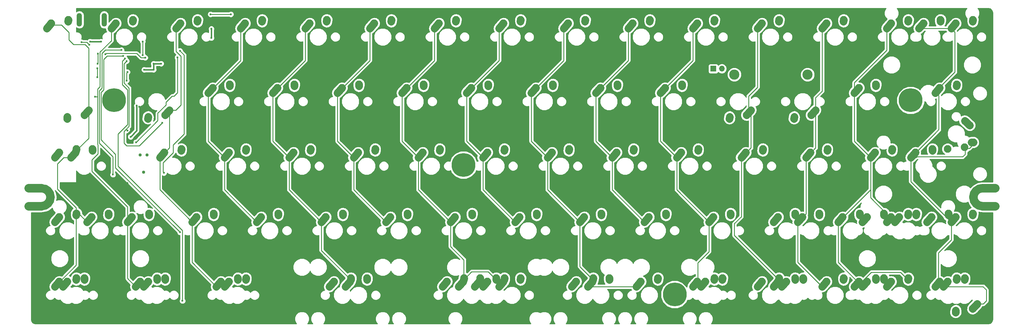
<source format=gtl>
%TF.GenerationSoftware,KiCad,Pcbnew,4.0.2-stable*%
%TF.CreationDate,2018-01-13T17:53:33+11:00*%
%TF.ProjectId,60,36302E6B696361645F70636200000000,rev?*%
%TF.FileFunction,Copper,L1,Top,Signal*%
%FSLAX46Y46*%
G04 Gerber Fmt 4.6, Leading zero omitted, Abs format (unit mm)*
G04 Created by KiCad (PCBNEW 4.0.2-stable) date 13/01/2018 5:53:33 PM*
%MOMM*%
G01*
G04 APERTURE LIST*
%ADD10C,0.100000*%
%ADD11C,2.501900*%
%ADD12C,3.000000*%
%ADD13C,2.250000*%
%ADD14C,2.250000*%
%ADD15C,7.001300*%
%ADD16C,7.000240*%
%ADD17O,1.500000X4.000000*%
%ADD18R,1.700000X1.700000*%
%ADD19O,1.700000X1.700000*%
%ADD20C,0.949960*%
%ADD21C,0.600000*%
%ADD22C,0.400000*%
%ADD23C,0.250000*%
%ADD24C,0.254000*%
G04 APERTURE END LIST*
D10*
D11*
X286337500Y-92274050D02*
X290137500Y-92274050D01*
X286337500Y-97575950D02*
G75*
G02X283686550Y-94925000I0J2650950D01*
G01*
X283686550Y-94925000D02*
G75*
G02X286337500Y-92274050I2650950J0D01*
G01*
X286337500Y-97575950D02*
X290187500Y-97575950D01*
X5137500Y-97575950D02*
X8937500Y-97575950D01*
X11588450Y-94925000D02*
G75*
G03X8937500Y-92274050I-2650950J0D01*
G01*
X8937500Y-97575950D02*
G75*
G03X11588450Y-94925000I0J2650950D01*
G01*
X5137500Y-92274050D02*
X8937500Y-92274050D01*
D12*
X213200000Y-58750000D03*
X234800000Y-58750000D03*
D13*
X226337500Y-43125000D02*
X226377500Y-42545000D01*
D14*
X226377500Y-42545000D03*
D13*
X220027500Y-45085000D02*
X221337500Y-43625000D01*
D14*
X221337500Y-43625000D03*
D13*
X145375000Y-119325000D02*
X145415000Y-118745000D01*
D14*
X145415000Y-118745000D03*
D13*
X139065000Y-121285000D02*
X140375000Y-119825000D01*
D14*
X140375000Y-119825000D03*
D15*
X30337500Y-66325000D03*
D16*
X133337500Y-85425000D03*
X195637500Y-123625000D03*
X265187500Y-66325000D03*
D17*
X20100000Y-42550000D03*
X27400000Y-42550000D03*
D13*
X69175000Y-81225000D02*
X69215000Y-80645000D01*
D14*
X69215000Y-80645000D03*
D13*
X62865000Y-83185000D02*
X64175000Y-81725000D01*
D14*
X64175000Y-81725000D03*
D13*
X16787500Y-43125000D02*
X16827500Y-42545000D01*
D14*
X16827500Y-42545000D03*
D13*
X10477500Y-45085000D02*
X11787500Y-43625000D01*
D14*
X11787500Y-43625000D03*
D13*
X35837500Y-43125000D02*
X35877500Y-42545000D01*
D14*
X35877500Y-42545000D03*
D13*
X29527500Y-45085000D02*
X30837500Y-43625000D01*
D14*
X30837500Y-43625000D03*
D13*
X54887500Y-43125000D02*
X54927500Y-42545000D01*
D14*
X54927500Y-42545000D03*
D13*
X48577500Y-45085000D02*
X49887500Y-43625000D01*
D14*
X49887500Y-43625000D03*
D13*
X73937500Y-43125000D02*
X73977500Y-42545000D01*
D14*
X73977500Y-42545000D03*
D13*
X67627500Y-45085000D02*
X68937500Y-43625000D01*
D14*
X68937500Y-43625000D03*
D13*
X92987500Y-43125000D02*
X93027500Y-42545000D01*
D14*
X93027500Y-42545000D03*
D13*
X86677500Y-45085000D02*
X87987500Y-43625000D01*
D14*
X87987500Y-43625000D03*
D13*
X112037500Y-43125000D02*
X112077500Y-42545000D01*
D14*
X112077500Y-42545000D03*
D13*
X105727500Y-45085000D02*
X107037500Y-43625000D01*
D14*
X107037500Y-43625000D03*
D13*
X131087500Y-43125000D02*
X131127500Y-42545000D01*
D14*
X131127500Y-42545000D03*
D13*
X124777500Y-45085000D02*
X126087500Y-43625000D01*
D14*
X126087500Y-43625000D03*
D13*
X150137500Y-43125000D02*
X150177500Y-42545000D01*
D14*
X150177500Y-42545000D03*
D13*
X143827500Y-45085000D02*
X145137500Y-43625000D01*
D14*
X145137500Y-43625000D03*
D13*
X169187500Y-43125000D02*
X169227500Y-42545000D01*
D14*
X169227500Y-42545000D03*
D13*
X162877500Y-45085000D02*
X164187500Y-43625000D01*
D14*
X164187500Y-43625000D03*
D13*
X188237500Y-43125000D02*
X188277500Y-42545000D01*
D14*
X188277500Y-42545000D03*
D13*
X181927500Y-45085000D02*
X183237500Y-43625000D01*
D14*
X183237500Y-43625000D03*
D13*
X207287500Y-43125000D02*
X207327500Y-42545000D01*
D14*
X207327500Y-42545000D03*
D13*
X200977500Y-45085000D02*
X202287500Y-43625000D01*
D14*
X202287500Y-43625000D03*
D13*
X245387500Y-43125000D02*
X245427500Y-42545000D01*
D14*
X245427500Y-42545000D03*
D13*
X239077500Y-45085000D02*
X240387500Y-43625000D01*
D14*
X240387500Y-43625000D03*
D13*
X264437500Y-43125000D02*
X264477500Y-42545000D01*
D14*
X264477500Y-42545000D03*
D13*
X258127500Y-45085000D02*
X259437500Y-43625000D01*
D14*
X259437500Y-43625000D03*
D13*
X283487500Y-43125000D02*
X283527500Y-42545000D01*
D14*
X283527500Y-42545000D03*
D13*
X277177500Y-45085000D02*
X278487500Y-43625000D01*
D14*
X278487500Y-43625000D03*
D13*
X40362500Y-71175000D02*
X40322500Y-71755000D01*
D14*
X40322500Y-71755000D03*
D13*
X46672500Y-69215000D02*
X45362500Y-70675000D01*
D14*
X45362500Y-70675000D03*
D13*
X64412500Y-62175000D02*
X64452500Y-61595000D01*
D14*
X64452500Y-61595000D03*
D13*
X58102500Y-64135000D02*
X59412500Y-62675000D01*
D14*
X59412500Y-62675000D03*
D13*
X83462500Y-62175000D02*
X83502500Y-61595000D01*
D14*
X83502500Y-61595000D03*
D13*
X77152500Y-64135000D02*
X78462500Y-62675000D01*
D14*
X78462500Y-62675000D03*
D13*
X102512500Y-62175000D02*
X102552500Y-61595000D01*
D14*
X102552500Y-61595000D03*
D13*
X96202500Y-64135000D02*
X97512500Y-62675000D01*
D14*
X97512500Y-62675000D03*
D13*
X121562500Y-62175000D02*
X121602500Y-61595000D01*
D14*
X121602500Y-61595000D03*
D13*
X115252500Y-64135000D02*
X116562500Y-62675000D01*
D14*
X116562500Y-62675000D03*
D13*
X140612500Y-62175000D02*
X140652500Y-61595000D01*
D14*
X140652500Y-61595000D03*
D13*
X134302500Y-64135000D02*
X135612500Y-62675000D01*
D14*
X135612500Y-62675000D03*
D13*
X159662500Y-62175000D02*
X159702500Y-61595000D01*
D14*
X159702500Y-61595000D03*
D13*
X153352500Y-64135000D02*
X154662500Y-62675000D01*
D14*
X154662500Y-62675000D03*
D13*
X178712500Y-62175000D02*
X178752500Y-61595000D01*
D14*
X178752500Y-61595000D03*
D13*
X172402500Y-64135000D02*
X173712500Y-62675000D01*
D14*
X173712500Y-62675000D03*
D13*
X197762500Y-62175000D02*
X197802500Y-61595000D01*
D14*
X197802500Y-61595000D03*
D13*
X191452500Y-64135000D02*
X192762500Y-62675000D01*
D14*
X192762500Y-62675000D03*
D13*
X211812500Y-71175000D02*
X211772500Y-71755000D01*
D14*
X211772500Y-71755000D03*
D13*
X218122500Y-69215000D02*
X216812500Y-70675000D01*
D14*
X216812500Y-70675000D03*
D13*
X230862500Y-71175000D02*
X230822500Y-71755000D01*
D14*
X230822500Y-71755000D03*
D13*
X237172500Y-69215000D02*
X235862500Y-70675000D01*
D14*
X235862500Y-70675000D03*
D13*
X254912500Y-62175000D02*
X254952500Y-61595000D01*
D14*
X254952500Y-61595000D03*
D13*
X248602500Y-64135000D02*
X249912500Y-62675000D01*
D14*
X249912500Y-62675000D03*
D13*
X50125000Y-81225000D02*
X50165000Y-80645000D01*
D14*
X50165000Y-80645000D03*
D13*
X43815000Y-83185000D02*
X45125000Y-81725000D01*
D14*
X45125000Y-81725000D03*
D13*
X88225000Y-81225000D02*
X88265000Y-80645000D01*
D14*
X88265000Y-80645000D03*
D13*
X81915000Y-83185000D02*
X83225000Y-81725000D01*
D14*
X83225000Y-81725000D03*
D13*
X107275000Y-81225000D02*
X107315000Y-80645000D01*
D14*
X107315000Y-80645000D03*
D13*
X100965000Y-83185000D02*
X102275000Y-81725000D01*
D14*
X102275000Y-81725000D03*
D13*
X126325000Y-81225000D02*
X126365000Y-80645000D01*
D14*
X126365000Y-80645000D03*
D13*
X120015000Y-83185000D02*
X121325000Y-81725000D01*
D14*
X121325000Y-81725000D03*
D13*
X145375000Y-81225000D02*
X145415000Y-80645000D01*
D14*
X145415000Y-80645000D03*
D13*
X139065000Y-83185000D02*
X140375000Y-81725000D01*
D14*
X140375000Y-81725000D03*
D13*
X164425000Y-81225000D02*
X164465000Y-80645000D01*
D14*
X164465000Y-80645000D03*
D13*
X158115000Y-83185000D02*
X159425000Y-81725000D01*
D14*
X159425000Y-81725000D03*
D13*
X183475000Y-81225000D02*
X183515000Y-80645000D01*
D14*
X183515000Y-80645000D03*
D13*
X177165000Y-83185000D02*
X178475000Y-81725000D01*
D14*
X178475000Y-81725000D03*
D13*
X202525000Y-81225000D02*
X202565000Y-80645000D01*
D14*
X202565000Y-80645000D03*
D13*
X196215000Y-83185000D02*
X197525000Y-81725000D01*
D14*
X197525000Y-81725000D03*
D13*
X221575000Y-81225000D02*
X221615000Y-80645000D01*
D14*
X221615000Y-80645000D03*
D13*
X215265000Y-83185000D02*
X216575000Y-81725000D01*
D14*
X216575000Y-81725000D03*
D13*
X240625000Y-81225000D02*
X240665000Y-80645000D01*
D14*
X240665000Y-80645000D03*
D13*
X234315000Y-83185000D02*
X235625000Y-81725000D01*
D14*
X235625000Y-81725000D03*
D13*
X259675000Y-81225000D02*
X259715000Y-80645000D01*
D14*
X259715000Y-80645000D03*
D13*
X253365000Y-83185000D02*
X254675000Y-81725000D01*
D14*
X254675000Y-81725000D03*
D13*
X231100000Y-100275000D02*
X231140000Y-99695000D01*
D14*
X231140000Y-99695000D03*
D13*
X224790000Y-102235000D02*
X226100000Y-100775000D01*
D14*
X226100000Y-100775000D03*
D13*
X59650000Y-100275000D02*
X59690000Y-99695000D01*
D14*
X59690000Y-99695000D03*
D13*
X53340000Y-102235000D02*
X54650000Y-100775000D01*
D14*
X54650000Y-100775000D03*
D13*
X78700000Y-100275000D02*
X78740000Y-99695000D01*
D14*
X78740000Y-99695000D03*
D13*
X72390000Y-102235000D02*
X73700000Y-100775000D01*
D14*
X73700000Y-100775000D03*
D13*
X97750000Y-100275000D02*
X97790000Y-99695000D01*
D14*
X97790000Y-99695000D03*
D13*
X91440000Y-102235000D02*
X92750000Y-100775000D01*
D14*
X92750000Y-100775000D03*
D13*
X116800000Y-100275000D02*
X116840000Y-99695000D01*
D14*
X116840000Y-99695000D03*
D13*
X110490000Y-102235000D02*
X111800000Y-100775000D01*
D14*
X111800000Y-100775000D03*
D13*
X135850000Y-100275000D02*
X135890000Y-99695000D01*
D14*
X135890000Y-99695000D03*
D13*
X129540000Y-102235000D02*
X130850000Y-100775000D01*
D14*
X130850000Y-100775000D03*
D13*
X154900000Y-100275000D02*
X154940000Y-99695000D01*
D14*
X154940000Y-99695000D03*
D13*
X148590000Y-102235000D02*
X149900000Y-100775000D01*
D14*
X149900000Y-100775000D03*
D13*
X173950000Y-100275000D02*
X173990000Y-99695000D01*
D14*
X173990000Y-99695000D03*
D13*
X167640000Y-102235000D02*
X168950000Y-100775000D01*
D14*
X168950000Y-100775000D03*
D13*
X193000000Y-100275000D02*
X193040000Y-99695000D01*
D14*
X193040000Y-99695000D03*
D13*
X186690000Y-102235000D02*
X188000000Y-100775000D01*
D14*
X188000000Y-100775000D03*
D13*
X212050000Y-100275000D02*
X212090000Y-99695000D01*
D14*
X212090000Y-99695000D03*
D13*
X205740000Y-102235000D02*
X207050000Y-100775000D01*
D14*
X207050000Y-100775000D03*
D13*
X283487500Y-100275000D02*
X283527500Y-99695000D01*
D14*
X283527500Y-99695000D03*
D13*
X277177500Y-102235000D02*
X278487500Y-100775000D01*
D14*
X278487500Y-100775000D03*
D13*
X40600000Y-100275000D02*
X40640000Y-99695000D01*
D14*
X40640000Y-99695000D03*
D13*
X34290000Y-102235000D02*
X35600000Y-100775000D01*
D14*
X35600000Y-100775000D03*
D13*
X250150000Y-100275000D02*
X250190000Y-99695000D01*
D14*
X250190000Y-99695000D03*
D13*
X243840000Y-102235000D02*
X245150000Y-100775000D01*
D14*
X245150000Y-100775000D03*
D13*
X264437500Y-100275000D02*
X264477500Y-99695000D01*
D14*
X264477500Y-99695000D03*
D13*
X258127500Y-102235000D02*
X259437500Y-100775000D01*
D14*
X259437500Y-100775000D03*
D13*
X283487500Y-100275000D02*
X283527500Y-99695000D01*
D14*
X283527500Y-99695000D03*
D13*
X277177500Y-102235000D02*
X278487500Y-100775000D01*
D14*
X278487500Y-100775000D03*
D13*
X45362500Y-119325000D02*
X45402500Y-118745000D01*
D14*
X45402500Y-118745000D03*
D13*
X39052500Y-121285000D02*
X40362500Y-119825000D01*
D14*
X40362500Y-119825000D03*
D13*
X254912500Y-119325000D02*
X254952500Y-118745000D01*
D14*
X254952500Y-118745000D03*
D13*
X248602500Y-121285000D02*
X249912500Y-119825000D01*
D14*
X249912500Y-119825000D03*
D13*
X207287500Y-119325000D02*
X207327500Y-118745000D01*
D14*
X207327500Y-118745000D03*
D13*
X200977500Y-121285000D02*
X202287500Y-119825000D01*
D14*
X202287500Y-119825000D03*
D13*
X226337500Y-119325000D02*
X226377500Y-118745000D01*
D14*
X226377500Y-118745000D03*
D13*
X220027500Y-121285000D02*
X221337500Y-119825000D01*
D14*
X221337500Y-119825000D03*
D13*
X245387500Y-119325000D02*
X245427500Y-118745000D01*
D14*
X245427500Y-118745000D03*
D13*
X239077500Y-121285000D02*
X240387500Y-119825000D01*
D14*
X240387500Y-119825000D03*
D13*
X264437500Y-119325000D02*
X264477500Y-118745000D01*
D14*
X264477500Y-118745000D03*
D13*
X258127500Y-121285000D02*
X259437500Y-119825000D01*
D14*
X259437500Y-119825000D03*
D13*
X278487500Y-128325000D02*
X278447500Y-128905000D01*
D14*
X278447500Y-128905000D03*
D13*
X284797500Y-126365000D02*
X283487500Y-127825000D01*
D14*
X283487500Y-127825000D03*
D13*
X16550000Y-71175000D02*
X16510000Y-71755000D01*
D14*
X16510000Y-71755000D03*
D13*
X22860000Y-69215000D02*
X21550000Y-70675000D01*
D14*
X21550000Y-70675000D03*
D13*
X278725000Y-62175000D02*
X278765000Y-61595000D01*
D14*
X278765000Y-61595000D03*
D13*
X272415000Y-64135000D02*
X273725000Y-62675000D01*
D14*
X273725000Y-62675000D03*
D13*
X21550000Y-119325000D02*
X21590000Y-118745000D01*
D14*
X21590000Y-118745000D03*
D13*
X15240000Y-121285000D02*
X16550000Y-119825000D01*
D14*
X16550000Y-119825000D03*
D13*
X69175000Y-119325000D02*
X69215000Y-118745000D01*
D14*
X69215000Y-118745000D03*
D13*
X62865000Y-121285000D02*
X64175000Y-119825000D01*
D14*
X64175000Y-119825000D03*
D13*
X231100000Y-119325000D02*
X231140000Y-118745000D01*
D14*
X231140000Y-118745000D03*
D13*
X224790000Y-121285000D02*
X226100000Y-119825000D01*
D14*
X226100000Y-119825000D03*
D13*
X278725000Y-119325000D02*
X278765000Y-118745000D01*
D14*
X278765000Y-118745000D03*
D13*
X272415000Y-121285000D02*
X273725000Y-119825000D01*
D14*
X273725000Y-119825000D03*
D13*
X23931250Y-81225000D02*
X23971250Y-80645000D01*
D14*
X23971250Y-80645000D03*
D13*
X17621250Y-83185000D02*
X18931250Y-81725000D01*
D14*
X18931250Y-81725000D03*
D13*
X257293750Y-100275000D02*
X257333750Y-99695000D01*
D14*
X257333750Y-99695000D03*
D13*
X250983750Y-102235000D02*
X252293750Y-100775000D01*
D14*
X252293750Y-100775000D03*
D13*
X276343750Y-100275000D02*
X276383750Y-99695000D01*
D14*
X276383750Y-99695000D03*
D13*
X270033750Y-102235000D02*
X271343750Y-100775000D01*
D14*
X271343750Y-100775000D03*
D13*
X238243750Y-100275000D02*
X238283750Y-99695000D01*
D14*
X238283750Y-99695000D03*
D13*
X231933750Y-102235000D02*
X233243750Y-100775000D01*
D14*
X233243750Y-100775000D03*
D13*
X19168750Y-81225000D02*
X19208750Y-80645000D01*
D14*
X19208750Y-80645000D03*
D13*
X12858750Y-83185000D02*
X14168750Y-81725000D01*
D14*
X14168750Y-81725000D03*
D13*
X19168750Y-100275000D02*
X19208750Y-99695000D01*
D14*
X19208750Y-99695000D03*
D13*
X12858750Y-102235000D02*
X14168750Y-100775000D01*
D14*
X14168750Y-100775000D03*
D13*
X19168750Y-119325000D02*
X19208750Y-118745000D01*
D14*
X19208750Y-118745000D03*
D13*
X12858750Y-121285000D02*
X14168750Y-119825000D01*
D14*
X14168750Y-119825000D03*
D13*
X42981250Y-119325000D02*
X43021250Y-118745000D01*
D14*
X43021250Y-118745000D03*
D13*
X36671250Y-121285000D02*
X37981250Y-119825000D01*
D14*
X37981250Y-119825000D03*
D13*
X66793750Y-119325000D02*
X66833750Y-118745000D01*
D14*
X66833750Y-118745000D03*
D13*
X60483750Y-121285000D02*
X61793750Y-119825000D01*
D14*
X61793750Y-119825000D03*
D13*
X209668750Y-119325000D02*
X209708750Y-118745000D01*
D14*
X209708750Y-118745000D03*
D13*
X203358750Y-121285000D02*
X204668750Y-119825000D01*
D14*
X204668750Y-119825000D03*
D13*
X233481250Y-119325000D02*
X233521250Y-118745000D01*
D14*
X233521250Y-118745000D03*
D13*
X227171250Y-121285000D02*
X228481250Y-119825000D01*
D14*
X228481250Y-119825000D03*
D13*
X257293750Y-119325000D02*
X257333750Y-118745000D01*
D14*
X257333750Y-118745000D03*
D13*
X250983750Y-121285000D02*
X252293750Y-119825000D01*
D14*
X252293750Y-119825000D03*
D13*
X281106250Y-119325000D02*
X281146250Y-118745000D01*
D14*
X281146250Y-118745000D03*
D13*
X274796250Y-121285000D02*
X276106250Y-119825000D01*
D14*
X276106250Y-119825000D03*
D13*
X142993750Y-119325000D02*
X143033750Y-118745000D01*
D14*
X143033750Y-118745000D03*
D13*
X136683750Y-121285000D02*
X137993750Y-119825000D01*
D14*
X137993750Y-119825000D03*
D13*
X133468750Y-119325000D02*
X133508750Y-118745000D01*
D14*
X133508750Y-118745000D03*
D13*
X127158750Y-121285000D02*
X128468750Y-119825000D01*
D14*
X128468750Y-119825000D03*
D13*
X271581250Y-81225000D02*
X271621250Y-80645000D01*
D14*
X271621250Y-80645000D03*
D13*
X265271250Y-83185000D02*
X266581250Y-81725000D01*
D14*
X266581250Y-81725000D03*
D13*
X28693750Y-100275000D02*
X28733750Y-99695000D01*
D14*
X28733750Y-99695000D03*
D13*
X22383750Y-102235000D02*
X23693750Y-100775000D01*
D14*
X23693750Y-100775000D03*
D13*
X176331250Y-119325000D02*
X176371250Y-118745000D01*
D14*
X176371250Y-118745000D03*
D13*
X170021250Y-121285000D02*
X171331250Y-119825000D01*
D14*
X171331250Y-119825000D03*
D13*
X100131250Y-119325000D02*
X100171250Y-118745000D01*
D14*
X100171250Y-118745000D03*
D13*
X93821250Y-121285000D02*
X95131250Y-119825000D01*
D14*
X95131250Y-119825000D03*
D13*
X104893750Y-119325000D02*
X104933750Y-118745000D01*
D14*
X104933750Y-118745000D03*
D13*
X98583750Y-121285000D02*
X99893750Y-119825000D01*
D14*
X99893750Y-119825000D03*
D13*
X104893750Y-119325000D02*
X104933750Y-118745000D01*
D14*
X104933750Y-118745000D03*
D13*
X98583750Y-121285000D02*
X99893750Y-119825000D01*
D14*
X99893750Y-119825000D03*
D13*
X171568750Y-119325000D02*
X171608750Y-118745000D01*
D14*
X171608750Y-118745000D03*
D13*
X165258750Y-121285000D02*
X166568750Y-119825000D01*
D14*
X166568750Y-119825000D03*
D13*
X190618750Y-119325000D02*
X190658750Y-118745000D01*
D14*
X190658750Y-118745000D03*
D13*
X184308750Y-121285000D02*
X185618750Y-119825000D01*
D14*
X185618750Y-119825000D03*
D13*
X138231250Y-119325000D02*
X138271250Y-118745000D01*
D14*
X138271250Y-118745000D03*
D13*
X131921250Y-121285000D02*
X133231250Y-119825000D01*
D14*
X133231250Y-119825000D03*
D13*
X150137500Y-119325000D02*
X150177500Y-118745000D01*
D14*
X150177500Y-118745000D03*
D13*
X143827500Y-121285000D02*
X145137500Y-119825000D01*
D14*
X145137500Y-119825000D03*
D13*
X266818750Y-100275000D02*
X266858750Y-99695000D01*
D14*
X266858750Y-99695000D03*
D13*
X260508750Y-102235000D02*
X261818750Y-100775000D01*
D14*
X261818750Y-100775000D03*
D13*
X283106250Y-78700000D02*
X283686250Y-78739998D01*
D14*
X283686250Y-78740000D03*
D13*
X281146250Y-72390000D02*
X282606258Y-73699990D01*
D14*
X282606250Y-73700000D03*
X281106250Y-80200000D03*
X276106250Y-80700000D03*
D13*
X273962500Y-43125000D02*
X274002500Y-42545000D01*
D14*
X274002500Y-42545000D03*
D13*
X267652500Y-45085000D02*
X268962500Y-43625000D01*
D14*
X268962500Y-43625000D03*
D18*
X207000000Y-57000000D03*
D19*
X209540000Y-57000000D03*
D20*
X39000000Y-87500000D03*
X40016000Y-82420000D03*
X37984000Y-82420000D03*
D21*
X60250000Y-59000000D03*
X60500000Y-51250000D03*
X25500000Y-42750000D03*
X29250000Y-39750000D03*
X31500000Y-90750000D03*
X34250000Y-90750000D03*
X36000000Y-74500000D03*
X34250000Y-76250000D03*
X37750000Y-68250000D03*
X41000000Y-61500000D03*
X35200000Y-77100000D03*
X37000000Y-67900000D03*
X39200000Y-57300000D03*
X44200000Y-55500000D03*
X42000000Y-55500000D03*
X42000000Y-57300000D03*
X23000000Y-49950000D03*
X20750000Y-49200000D03*
X58750000Y-40950000D03*
X64750000Y-40950000D03*
X38750000Y-49000000D03*
X38750000Y-53000000D03*
X34250000Y-75250000D03*
X44500000Y-73000000D03*
X34000000Y-54750000D03*
X32500000Y-51500000D03*
X30000000Y-88250000D03*
X33000000Y-53250000D03*
X49750000Y-105250000D03*
X33500000Y-54000000D03*
X50500000Y-125500000D03*
X25400000Y-56900000D03*
X25400000Y-59500000D03*
X34000000Y-60500000D03*
X34250000Y-58000000D03*
X25500000Y-55500000D03*
X25570000Y-52580000D03*
X27750000Y-52750000D03*
X39500000Y-53750000D03*
X24750000Y-65250000D03*
X26500000Y-49000000D03*
X23250000Y-49000000D03*
X59000000Y-45200000D03*
X59000000Y-47950000D03*
X45000000Y-87750000D03*
X49750000Y-51750000D03*
X49000000Y-53700000D03*
X36800000Y-78700000D03*
D22*
X60250000Y-51750000D02*
X60250000Y-59000000D01*
X60500000Y-51250000D02*
X60250000Y-51750000D01*
X25500000Y-42750000D02*
X25750000Y-42500000D01*
X25750000Y-42500000D02*
X25750000Y-40500000D01*
X25750000Y-40500000D02*
X26500000Y-39750000D01*
X26500000Y-39750000D02*
X29250000Y-39750000D01*
X34250000Y-90750000D02*
X31500000Y-90750000D01*
X36000000Y-74500000D02*
X34250000Y-76250000D01*
X37750000Y-68250000D02*
X39000000Y-68250000D01*
X39000000Y-68250000D02*
X40250000Y-67000000D01*
X40250000Y-67000000D02*
X40250000Y-62250000D01*
X40250000Y-62250000D02*
X41000000Y-61500000D01*
X37000000Y-75300000D02*
X35200000Y-77100000D01*
X37000000Y-67900000D02*
X37000000Y-75300000D01*
X39200000Y-57300000D02*
X42000000Y-57300000D01*
X42000000Y-55500000D02*
X44200000Y-55500000D01*
X42000000Y-57300000D02*
X42000000Y-55500000D01*
D23*
X22250000Y-49200000D02*
X20750000Y-49200000D01*
X23000000Y-49950000D02*
X22250000Y-49200000D01*
X58750000Y-40950000D02*
X64750000Y-40950000D01*
X38750000Y-53000000D02*
X38750000Y-49000000D01*
X33750000Y-75000000D02*
X34000000Y-75000000D01*
X34000000Y-75000000D02*
X34250000Y-75250000D01*
X34750000Y-69750000D02*
X34750000Y-74000000D01*
X34000000Y-54750000D02*
X33250000Y-55500000D01*
X33250000Y-61250000D02*
X34750000Y-62750000D01*
X33250000Y-55500000D02*
X33250000Y-61250000D01*
X34750000Y-69750000D02*
X34750000Y-62750000D01*
X37750000Y-79750000D02*
X44250000Y-73250000D01*
X34000000Y-79750000D02*
X37750000Y-79750000D01*
X33250000Y-79000000D02*
X34000000Y-79750000D01*
X33250000Y-75500000D02*
X33250000Y-79000000D01*
X34750000Y-74000000D02*
X33750000Y-75000000D01*
X33750000Y-75000000D02*
X33250000Y-75500000D01*
X44500000Y-73000000D02*
X44250000Y-73250000D01*
X26000000Y-69000000D02*
X26000000Y-79000000D01*
X27750000Y-51500000D02*
X26750000Y-52500000D01*
X26750000Y-52500000D02*
X26750000Y-62750000D01*
X26750000Y-62750000D02*
X26000000Y-63500000D01*
X32500000Y-51500000D02*
X27750000Y-51500000D01*
X26000000Y-69000000D02*
X26000000Y-63500000D01*
X30000000Y-83000000D02*
X30000000Y-88250000D01*
X26000000Y-79000000D02*
X30000000Y-83000000D01*
X26500000Y-69000000D02*
X26500000Y-78000000D01*
X28250000Y-53250000D02*
X27250000Y-54250000D01*
X27250000Y-54250000D02*
X27250000Y-63250000D01*
X27250000Y-63250000D02*
X26500000Y-64000000D01*
X26500000Y-64000000D02*
X26500000Y-69000000D01*
X33000000Y-53250000D02*
X28250000Y-53250000D01*
X30750000Y-86250000D02*
X49750000Y-105250000D01*
X30750000Y-82250000D02*
X30750000Y-86250000D01*
X26500000Y-78000000D02*
X30750000Y-82250000D01*
X34250000Y-69750000D02*
X34250000Y-73500000D01*
X32750000Y-54750000D02*
X32750000Y-61750000D01*
X32750000Y-61750000D02*
X34250000Y-63250000D01*
X34250000Y-63250000D02*
X34250000Y-69750000D01*
X33500000Y-54000000D02*
X32750000Y-54750000D01*
X50500000Y-104750000D02*
X50500000Y-125500000D01*
X31500000Y-85750000D02*
X50500000Y-104750000D01*
X31500000Y-76250000D02*
X31500000Y-85750000D01*
X34250000Y-73500000D02*
X31500000Y-76250000D01*
X25400000Y-59500000D02*
X25400000Y-56900000D01*
X34000000Y-60500000D02*
X34000000Y-58250000D01*
X34000000Y-58250000D02*
X34250000Y-58000000D01*
X25500000Y-55500000D02*
X25570000Y-55430000D01*
X25570000Y-55430000D02*
X25570000Y-52580000D01*
X27750000Y-52750000D02*
X28000000Y-52500000D01*
X28000000Y-52500000D02*
X37000000Y-52500000D01*
X37000000Y-52500000D02*
X38250000Y-53750000D01*
X38250000Y-53750000D02*
X39500000Y-53750000D01*
X22860000Y-54760000D02*
X22860000Y-50960000D01*
X17000000Y-46300000D02*
X14800000Y-44100000D01*
X11462500Y-44100000D02*
X14800000Y-44100000D01*
X22860000Y-54760000D02*
X22860000Y-69215000D01*
X17000000Y-48500000D02*
X17000000Y-46300000D01*
X18400000Y-49900000D02*
X17000000Y-48500000D01*
X21800000Y-49900000D02*
X18400000Y-49900000D01*
X22860000Y-50960000D02*
X21800000Y-49900000D01*
X11462500Y-44100000D02*
X10477500Y-45085000D01*
X22860000Y-69215000D02*
X22860000Y-77533750D01*
X22860000Y-77533750D02*
X19168750Y-81225000D01*
X19168750Y-81225000D02*
X17621250Y-83185000D01*
X17621250Y-83185000D02*
X17621250Y-82772500D01*
X17621250Y-82772500D02*
X19168750Y-81225000D01*
X19168750Y-81225000D02*
X17621250Y-83185000D01*
X17621250Y-83185000D02*
X15515000Y-83185000D01*
X19168750Y-98068750D02*
X19168750Y-100275000D01*
X13600000Y-92500000D02*
X19168750Y-98068750D01*
X13600000Y-85100000D02*
X13600000Y-92500000D01*
X15515000Y-83185000D02*
X13600000Y-85100000D01*
X19168750Y-100275000D02*
X20423750Y-100275000D01*
X20423750Y-100275000D02*
X22383750Y-102235000D01*
X19168750Y-100275000D02*
X19168750Y-114975000D01*
X19168750Y-114975000D02*
X12858750Y-121285000D01*
X15240000Y-121285000D02*
X12858750Y-121285000D01*
X25500000Y-65250000D02*
X24750000Y-65250000D01*
X25500000Y-69000000D02*
X25500000Y-79400000D01*
X26200000Y-62300000D02*
X25500000Y-63000000D01*
X25500000Y-63000000D02*
X25500000Y-65250000D01*
X25500000Y-65250000D02*
X25500000Y-69000000D01*
X29527500Y-45085000D02*
X29527500Y-48772500D01*
X29527500Y-48772500D02*
X26200000Y-52100000D01*
X26200000Y-52100000D02*
X26200000Y-61900000D01*
X26200000Y-61900000D02*
X26200000Y-62300000D01*
X25500000Y-79400000D02*
X25600000Y-79500000D01*
X34290000Y-97790000D02*
X34290000Y-102235000D01*
X23800000Y-87300000D02*
X34290000Y-97790000D01*
X23800000Y-83900000D02*
X23800000Y-87300000D01*
X25600000Y-82100000D02*
X23800000Y-83900000D01*
X25600000Y-79500000D02*
X25600000Y-82100000D01*
X34290000Y-102235000D02*
X34290000Y-118903750D01*
X34290000Y-118903750D02*
X36671250Y-121285000D01*
X36671250Y-121285000D02*
X39052500Y-121285000D01*
X60483750Y-121285000D02*
X62865000Y-121285000D01*
X48577500Y-45085000D02*
X48577500Y-51877500D01*
X48485000Y-69215000D02*
X46672500Y-69215000D01*
X50000000Y-67700000D02*
X48485000Y-69215000D01*
X50000000Y-53300000D02*
X50000000Y-67700000D01*
X48577500Y-51877500D02*
X50000000Y-53300000D01*
X46672500Y-69215000D02*
X46672500Y-80327500D01*
X46672500Y-80327500D02*
X43815000Y-83185000D01*
X53340000Y-102235000D02*
X53340000Y-114141250D01*
X53340000Y-114141250D02*
X60483750Y-121285000D01*
X43815000Y-83185000D02*
X43815000Y-92710000D01*
X43815000Y-92710000D02*
X53340000Y-102235000D01*
X46000000Y-68542500D02*
X46672500Y-69215000D01*
X91440000Y-102235000D02*
X91440000Y-110633750D01*
X91440000Y-110633750D02*
X100131250Y-119325000D01*
X100131250Y-119325000D02*
X98583750Y-121285000D01*
X81915000Y-83185000D02*
X81915000Y-92710000D01*
X81915000Y-92710000D02*
X91440000Y-102235000D01*
X77152500Y-64135000D02*
X77152500Y-78422500D01*
X77152500Y-78422500D02*
X81915000Y-83185000D01*
X86677500Y-45085000D02*
X86677500Y-54610000D01*
X86677500Y-54610000D02*
X77152500Y-64135000D01*
X100965000Y-83185000D02*
X100965000Y-92710000D01*
X100965000Y-92710000D02*
X110490000Y-102235000D01*
X96202500Y-64135000D02*
X96202500Y-78422500D01*
X96202500Y-78422500D02*
X100965000Y-83185000D01*
X105727500Y-45085000D02*
X105727500Y-54610000D01*
X105727500Y-54610000D02*
X96202500Y-64135000D01*
X131921250Y-121285000D02*
X131921250Y-120778750D01*
X131921250Y-120778750D02*
X135750000Y-116950000D01*
X140618750Y-116950000D02*
X142993750Y-119325000D01*
X135750000Y-116950000D02*
X140618750Y-116950000D01*
X129540000Y-102235000D02*
X129540000Y-109490000D01*
X133468750Y-113418750D02*
X133468750Y-119325000D01*
X129540000Y-109490000D02*
X133468750Y-113418750D01*
X133468750Y-119325000D02*
X131921250Y-121285000D01*
X142993750Y-119325000D02*
X145375000Y-119325000D01*
X145375000Y-119325000D02*
X143827500Y-121285000D01*
X120015000Y-83185000D02*
X120015000Y-92710000D01*
X120015000Y-92710000D02*
X129540000Y-102235000D01*
X115252500Y-64135000D02*
X115252500Y-78422500D01*
X115252500Y-78422500D02*
X120015000Y-83185000D01*
X124777500Y-45085000D02*
X124777500Y-54610000D01*
X124777500Y-54610000D02*
X115252500Y-64135000D01*
X139065000Y-83185000D02*
X139065000Y-92710000D01*
X139065000Y-92710000D02*
X148590000Y-102235000D01*
X134302500Y-64135000D02*
X134302500Y-78422500D01*
X134302500Y-78422500D02*
X139065000Y-83185000D01*
X143827500Y-45085000D02*
X143827500Y-54610000D01*
X143827500Y-54610000D02*
X134302500Y-64135000D01*
X167640000Y-102235000D02*
X167640000Y-115396250D01*
X167640000Y-115396250D02*
X171568750Y-119325000D01*
X171568750Y-119325000D02*
X170021250Y-121285000D01*
X170021250Y-121285000D02*
X184308750Y-121285000D01*
X158115000Y-83185000D02*
X158115000Y-92710000D01*
X158115000Y-92710000D02*
X167640000Y-102235000D01*
X153352500Y-64135000D02*
X153352500Y-78422500D01*
X153352500Y-78422500D02*
X158115000Y-83185000D01*
X162877500Y-45085000D02*
X162877500Y-54610000D01*
X162877500Y-54610000D02*
X153352500Y-64135000D01*
X177165000Y-83185000D02*
X177165000Y-92710000D01*
X177165000Y-92710000D02*
X186690000Y-102235000D01*
X172402500Y-64135000D02*
X172402500Y-78422500D01*
X172402500Y-78422500D02*
X177165000Y-83185000D01*
X181927500Y-45085000D02*
X181927500Y-54610000D01*
X181927500Y-54610000D02*
X172402500Y-64135000D01*
X205740000Y-102235000D02*
X205740000Y-110960000D01*
X202430000Y-114270000D02*
X202430000Y-119832500D01*
X205740000Y-110960000D02*
X202430000Y-114270000D01*
X202430000Y-119832500D02*
X200977500Y-121285000D01*
X200977500Y-121285000D02*
X203358750Y-121285000D01*
X201000000Y-121262500D02*
X200977500Y-121285000D01*
X196215000Y-83185000D02*
X196215000Y-92710000D01*
X196215000Y-92710000D02*
X205740000Y-102235000D01*
X191452500Y-64135000D02*
X191452500Y-78422500D01*
X191452500Y-78422500D02*
X196215000Y-83185000D01*
X200977500Y-45085000D02*
X200977500Y-54610000D01*
X200977500Y-54610000D02*
X191452500Y-64135000D01*
X224790000Y-121285000D02*
X227171250Y-121285000D01*
X224790000Y-121285000D02*
X224790000Y-120872500D01*
X224790000Y-120872500D02*
X226337500Y-119325000D01*
X226337500Y-119325000D02*
X224790000Y-121285000D01*
X215265000Y-83185000D02*
X215265000Y-100635000D01*
X213200000Y-106187500D02*
X226337500Y-119325000D01*
X213200000Y-102700000D02*
X213200000Y-106187500D01*
X215265000Y-100635000D02*
X213200000Y-102700000D01*
X226337500Y-119325000D02*
X224790000Y-121285000D01*
X218122500Y-69215000D02*
X218122500Y-80327500D01*
X218122500Y-80327500D02*
X215265000Y-83185000D01*
X220027500Y-45085000D02*
X220027500Y-62472500D01*
X217400000Y-65100000D02*
X217400000Y-68492500D01*
X220027500Y-62472500D02*
X217400000Y-65100000D01*
X217400000Y-68492500D02*
X218122500Y-69215000D01*
X231933750Y-102235000D02*
X231933750Y-114141250D01*
X231933750Y-114141250D02*
X239077500Y-121285000D01*
X231933750Y-102235000D02*
X231933750Y-101108750D01*
X231933750Y-101108750D02*
X231100000Y-100275000D01*
X234315000Y-83185000D02*
X234315000Y-99853750D01*
X234315000Y-99853750D02*
X231933750Y-102235000D01*
X237172500Y-69215000D02*
X237172500Y-80327500D01*
X237172500Y-80327500D02*
X234315000Y-83185000D01*
X239077500Y-45085000D02*
X239077500Y-63622500D01*
X239077500Y-63622500D02*
X237172500Y-65527500D01*
X237172500Y-65527500D02*
X237172500Y-69215000D01*
X250983750Y-121285000D02*
X250983750Y-119716250D01*
X250983750Y-119716250D02*
X253600000Y-117100000D01*
X262212500Y-117100000D02*
X264437500Y-119325000D01*
X253600000Y-117100000D02*
X262212500Y-117100000D01*
X250983750Y-121285000D02*
X248602500Y-121285000D01*
X243840000Y-102235000D02*
X243840000Y-114141250D01*
X243840000Y-114141250D02*
X250983750Y-121285000D01*
X253365000Y-83185000D02*
X253365000Y-92710000D01*
X253365000Y-92710000D02*
X243840000Y-102235000D01*
X258127500Y-102235000D02*
X258127500Y-101108750D01*
X258127500Y-101108750D02*
X257293750Y-100275000D01*
X260508750Y-102235000D02*
X258127500Y-102235000D01*
X253365000Y-83185000D02*
X253365000Y-95091250D01*
X253365000Y-95091250D02*
X260508750Y-102235000D01*
X248602500Y-64135000D02*
X248602500Y-78422500D01*
X248602500Y-78422500D02*
X253365000Y-83185000D01*
X258127500Y-45085000D02*
X258127500Y-51572500D01*
X248602500Y-61097500D02*
X248602500Y-64135000D01*
X258127500Y-51572500D02*
X248602500Y-61097500D01*
X274500000Y-62050000D02*
X274500000Y-61750000D01*
X278250000Y-46250000D02*
X278250000Y-58000000D01*
X278250000Y-58000000D02*
X274500000Y-61750000D01*
X278250000Y-46250000D02*
X277177500Y-45177500D01*
X274500000Y-62050000D02*
X272415000Y-64135000D01*
X277177500Y-45085000D02*
X277177500Y-45177500D01*
X281250000Y-82250000D02*
X281250000Y-80343750D01*
X272415000Y-64135000D02*
X272685000Y-64135000D01*
X272685000Y-64135000D02*
X273500000Y-64950000D01*
X272415000Y-76041250D02*
X265271250Y-83185000D01*
X273500000Y-74956250D02*
X272415000Y-76041250D01*
X273500000Y-64950000D02*
X273500000Y-74956250D01*
X265271250Y-83185000D02*
X266815000Y-83185000D01*
X280500000Y-83000000D02*
X281250000Y-82250000D01*
X267000000Y-83000000D02*
X280500000Y-83000000D01*
X266815000Y-83185000D02*
X267000000Y-83000000D01*
X283106250Y-78700000D02*
X283106250Y-79893750D01*
X282500000Y-80500000D02*
X281406250Y-80500000D01*
X283106250Y-79893750D02*
X282500000Y-80500000D01*
X281406250Y-80500000D02*
X281106250Y-80200000D01*
X274796250Y-121285000D02*
X286535000Y-121285000D01*
X286635000Y-126365000D02*
X284797500Y-126365000D01*
X287500000Y-125500000D02*
X286635000Y-126365000D01*
X287500000Y-122250000D02*
X287500000Y-125500000D01*
X286535000Y-121285000D02*
X287500000Y-122250000D01*
X272415000Y-121285000D02*
X274796250Y-121285000D01*
X277177500Y-102235000D02*
X277177500Y-107522500D01*
X273400000Y-111300000D02*
X273400000Y-120300000D01*
X277177500Y-107522500D02*
X273400000Y-111300000D01*
X273400000Y-120300000D02*
X272415000Y-121285000D01*
X276343750Y-100275000D02*
X276343750Y-101401250D01*
X276343750Y-101401250D02*
X277177500Y-102235000D01*
X265271250Y-83185000D02*
X265271250Y-90328750D01*
X265271250Y-90328750D02*
X277177500Y-102235000D01*
X267652500Y-45085000D02*
X277177500Y-45085000D01*
D22*
X23250000Y-49000000D02*
X26500000Y-49000000D01*
X59000000Y-47950000D02*
X59000000Y-45200000D01*
D23*
X67627500Y-45085000D02*
X67627500Y-54610000D01*
X67627500Y-54610000D02*
X58102500Y-64135000D01*
X58102500Y-64135000D02*
X58102500Y-78422500D01*
X58102500Y-78422500D02*
X62865000Y-83185000D01*
X62865000Y-83185000D02*
X62865000Y-92710000D01*
X62865000Y-92710000D02*
X72390000Y-102235000D01*
X44750000Y-87500000D02*
X45000000Y-87750000D01*
X44750000Y-84750000D02*
X44750000Y-87500000D01*
X47750000Y-81750000D02*
X44750000Y-84750000D01*
X47750000Y-79500000D02*
X47750000Y-81750000D01*
X51000000Y-76250000D02*
X47750000Y-79500000D01*
X51000000Y-53000000D02*
X51000000Y-76250000D01*
X49750000Y-51750000D02*
X51000000Y-53000000D01*
X49000000Y-53700000D02*
X49000000Y-64100000D01*
X49000000Y-64100000D02*
X48000000Y-65100000D01*
X48000000Y-65100000D02*
X47400000Y-65100000D01*
X47400000Y-65100000D02*
X45600000Y-66900000D01*
X45600000Y-66900000D02*
X45600000Y-67700000D01*
X45600000Y-67700000D02*
X43200000Y-70100000D01*
X43200000Y-70100000D02*
X43200000Y-72300000D01*
X43200000Y-72300000D02*
X36800000Y-78700000D01*
D24*
G36*
X257727006Y-39415428D02*
X257397626Y-40208664D01*
X257396876Y-41067567D01*
X257724872Y-41861377D01*
X258218080Y-42355448D01*
X258165041Y-42408395D01*
X258163379Y-42409640D01*
X258159822Y-42413604D01*
X257946315Y-42626739D01*
X257927131Y-42672939D01*
X256781659Y-43949572D01*
X256431572Y-44540352D01*
X256334215Y-45220133D01*
X256504410Y-45885427D01*
X256694417Y-46138957D01*
X256563233Y-46138842D01*
X256016905Y-46364580D01*
X255598549Y-46782206D01*
X255371858Y-47328139D01*
X255371342Y-47919267D01*
X255597080Y-48465595D01*
X256014706Y-48883951D01*
X256560639Y-49110642D01*
X257151767Y-49111158D01*
X257367500Y-49022019D01*
X257367500Y-51257698D01*
X248065099Y-60560099D01*
X247900352Y-60806661D01*
X247842500Y-61097500D01*
X247842500Y-62346650D01*
X247256659Y-62999572D01*
X246906572Y-63590352D01*
X246809215Y-64270133D01*
X246979410Y-64935427D01*
X247169417Y-65188957D01*
X247038233Y-65188842D01*
X246491905Y-65414580D01*
X246073549Y-65832206D01*
X245846858Y-66378139D01*
X245846342Y-66969267D01*
X246072080Y-67515595D01*
X246489706Y-67933951D01*
X247035639Y-68160642D01*
X247626767Y-68161158D01*
X247842500Y-68072019D01*
X247842500Y-78422500D01*
X247900352Y-78713339D01*
X248065099Y-78959901D01*
X251697529Y-82592331D01*
X251669072Y-82640352D01*
X251571715Y-83320133D01*
X251741910Y-83985427D01*
X251931917Y-84238957D01*
X251800733Y-84238842D01*
X251254405Y-84464580D01*
X250836049Y-84882206D01*
X250609358Y-85428139D01*
X250608842Y-86019267D01*
X250834580Y-86565595D01*
X251252206Y-86983951D01*
X251798139Y-87210642D01*
X252389267Y-87211158D01*
X252605000Y-87122019D01*
X252605000Y-92395198D01*
X245867648Y-99132550D01*
X245770474Y-99074966D01*
X245579389Y-99047599D01*
X245501621Y-99015307D01*
X245353008Y-99015177D01*
X245090693Y-98977609D01*
X244945229Y-99014821D01*
X244801450Y-99014696D01*
X244566929Y-99111598D01*
X244425400Y-99147804D01*
X244359163Y-99197445D01*
X244154343Y-99282075D01*
X243877541Y-99558395D01*
X243875879Y-99559640D01*
X243872322Y-99563604D01*
X243658815Y-99776739D01*
X243639631Y-99822939D01*
X242494159Y-101099572D01*
X242144072Y-101690352D01*
X242046715Y-102370133D01*
X242216910Y-103035427D01*
X242406917Y-103288957D01*
X242275733Y-103288842D01*
X241729405Y-103514580D01*
X241697185Y-103546744D01*
X241666544Y-103516049D01*
X241120611Y-103289358D01*
X240529483Y-103288842D01*
X239983155Y-103514580D01*
X239564799Y-103932206D01*
X239338108Y-104478139D01*
X239337592Y-105069267D01*
X239563330Y-105615595D01*
X239980956Y-106033951D01*
X240526889Y-106260642D01*
X241118017Y-106261158D01*
X241664345Y-106035420D01*
X241696565Y-106003256D01*
X241727206Y-106033951D01*
X242273139Y-106260642D01*
X242864267Y-106261158D01*
X243080000Y-106172019D01*
X243080000Y-114141250D01*
X243137852Y-114432089D01*
X243302599Y-114678651D01*
X245581124Y-116957176D01*
X245551355Y-116949091D01*
X245272284Y-116984865D01*
X245078950Y-116984696D01*
X244991400Y-117020871D01*
X244870210Y-117036406D01*
X244653832Y-117160351D01*
X244431843Y-117252075D01*
X244348552Y-117335221D01*
X244274329Y-117377737D01*
X244167584Y-117515873D01*
X243936315Y-117746739D01*
X243874913Y-117894613D01*
X243854429Y-117921120D01*
X243836509Y-117987099D01*
X243667807Y-118393379D01*
X243667554Y-118683608D01*
X243628907Y-119243989D01*
X243716222Y-119925134D01*
X244057553Y-120521015D01*
X244600936Y-120940915D01*
X245263645Y-121120909D01*
X245944790Y-121033594D01*
X246540671Y-120692263D01*
X246960571Y-120148880D01*
X247140565Y-119486171D01*
X247163494Y-119153694D01*
X247187193Y-119096621D01*
X247187658Y-118563710D01*
X247974019Y-119350071D01*
X247256659Y-120149572D01*
X246906572Y-120740352D01*
X246809215Y-121420133D01*
X246979410Y-122085427D01*
X247169417Y-122338957D01*
X247038233Y-122338842D01*
X246491905Y-122564580D01*
X246073549Y-122982206D01*
X245846858Y-123528139D01*
X245846342Y-124119267D01*
X246072080Y-124665595D01*
X246489706Y-125083951D01*
X247035639Y-125310642D01*
X247626767Y-125311158D01*
X247649380Y-125301815D01*
X247670639Y-125310642D01*
X248261767Y-125311158D01*
X248808095Y-125085420D01*
X248840315Y-125053256D01*
X248870956Y-125083951D01*
X249416889Y-125310642D01*
X250008017Y-125311158D01*
X250156709Y-125249720D01*
X250182528Y-125312207D01*
X250921404Y-126052373D01*
X251887285Y-126453442D01*
X252933126Y-126454355D01*
X253603581Y-126177329D01*
X254268535Y-126453442D01*
X255314376Y-126454355D01*
X256280957Y-126054972D01*
X257021123Y-125316096D01*
X257023220Y-125311046D01*
X257151767Y-125311158D01*
X257174380Y-125301815D01*
X257195639Y-125310642D01*
X257786767Y-125311158D01*
X258333095Y-125085420D01*
X258683369Y-124735757D01*
X259030956Y-125083951D01*
X259576889Y-125310642D01*
X259706928Y-125310756D01*
X259707528Y-125312207D01*
X260446404Y-126052373D01*
X261412285Y-126453442D01*
X262458126Y-126454355D01*
X263424707Y-126054972D01*
X264164873Y-125316096D01*
X264565942Y-124350215D01*
X264566143Y-124119267D01*
X265531342Y-124119267D01*
X265757080Y-124665595D01*
X266174706Y-125083951D01*
X266720639Y-125310642D01*
X267311767Y-125311158D01*
X267858095Y-125085420D01*
X268276451Y-124667794D01*
X268503142Y-124121861D01*
X268503658Y-123530733D01*
X268277920Y-122984405D01*
X267860294Y-122566049D01*
X267314361Y-122339358D01*
X266723233Y-122338842D01*
X266176905Y-122564580D01*
X265758549Y-122982206D01*
X265531858Y-123528139D01*
X265531342Y-124119267D01*
X264566143Y-124119267D01*
X264566855Y-123304374D01*
X264167472Y-122337793D01*
X263428596Y-121597627D01*
X262462715Y-121196558D01*
X261416874Y-121195645D01*
X260450293Y-121595028D01*
X259710127Y-122333904D01*
X259708030Y-122338954D01*
X259579483Y-122338842D01*
X259527138Y-122360470D01*
X260715180Y-121036394D01*
X260928685Y-120823261D01*
X261078674Y-120462046D01*
X261133428Y-120369648D01*
X261142056Y-120309407D01*
X261197193Y-120176621D01*
X261197414Y-119922872D01*
X261230785Y-119689867D01*
X261197731Y-119560657D01*
X261197804Y-119476450D01*
X261141052Y-119339099D01*
X261060590Y-119024573D01*
X260950270Y-118877370D01*
X260930425Y-118829343D01*
X260865631Y-118764436D01*
X260648754Y-118475053D01*
X260472474Y-118370592D01*
X260435761Y-118333815D01*
X260351060Y-118298644D01*
X260057974Y-118124966D01*
X259866889Y-118097599D01*
X259789121Y-118065307D01*
X259640508Y-118065177D01*
X259378193Y-118027609D01*
X259232729Y-118064821D01*
X259088950Y-118064696D01*
X258983955Y-118108079D01*
X258951466Y-118051361D01*
X258872398Y-117860000D01*
X261897698Y-117860000D01*
X262717557Y-118679859D01*
X262717554Y-118683608D01*
X262678907Y-119243989D01*
X262766222Y-119925134D01*
X263107553Y-120521015D01*
X263650936Y-120940915D01*
X264313645Y-121120909D01*
X264994790Y-121033594D01*
X265590671Y-120692263D01*
X266010571Y-120148880D01*
X266190565Y-119486171D01*
X266213494Y-119153694D01*
X266237193Y-119096621D01*
X266237804Y-118396450D01*
X266155491Y-118197238D01*
X266148778Y-118144867D01*
X266095216Y-118051361D01*
X265970425Y-117749343D01*
X265857305Y-117636026D01*
X265807447Y-117548985D01*
X265645455Y-117423806D01*
X265475761Y-117253815D01*
X265367069Y-117208682D01*
X265264064Y-117129085D01*
X265007674Y-117059449D01*
X264829121Y-116985307D01*
X264734392Y-116985224D01*
X264601355Y-116949091D01*
X264322284Y-116984865D01*
X264128950Y-116984696D01*
X264041400Y-117020871D01*
X263920210Y-117036406D01*
X263703832Y-117160351D01*
X263481843Y-117252075D01*
X263460591Y-117273289D01*
X262749901Y-116562599D01*
X262503339Y-116397852D01*
X262212500Y-116340000D01*
X253600000Y-116340000D01*
X253309160Y-116397852D01*
X253062599Y-116562599D01*
X251135060Y-118490138D01*
X251123754Y-118475053D01*
X250947474Y-118370592D01*
X250910761Y-118333815D01*
X250826060Y-118298644D01*
X250532974Y-118124966D01*
X250341889Y-118097599D01*
X250264121Y-118065307D01*
X250115508Y-118065177D01*
X249853193Y-118027609D01*
X249707729Y-118064821D01*
X249563950Y-118064696D01*
X249329429Y-118161598D01*
X249187900Y-118197804D01*
X249121663Y-118247445D01*
X249050430Y-118276878D01*
X244600000Y-113826448D01*
X244600000Y-113550626D01*
X249783145Y-113550626D01*
X250182528Y-114517207D01*
X250921404Y-115257373D01*
X251887285Y-115658442D01*
X252933126Y-115659355D01*
X253899707Y-115259972D01*
X254639873Y-114521096D01*
X255040942Y-113555215D01*
X255041855Y-112509374D01*
X254642472Y-111542793D01*
X253903596Y-110802627D01*
X252937715Y-110401558D01*
X251891874Y-110400645D01*
X250925293Y-110800028D01*
X250185127Y-111538904D01*
X249784058Y-112504785D01*
X249783145Y-113550626D01*
X244600000Y-113550626D01*
X244600000Y-103835666D01*
X245114121Y-103450360D01*
X246427680Y-101986394D01*
X246641185Y-101773261D01*
X246791174Y-101412046D01*
X246845928Y-101319648D01*
X246854556Y-101259407D01*
X246909693Y-101126621D01*
X246909914Y-100872872D01*
X246943285Y-100639867D01*
X246910231Y-100510657D01*
X246910304Y-100426450D01*
X246855643Y-100294159D01*
X250582462Y-96567340D01*
X250253876Y-97358664D01*
X250253397Y-97906841D01*
X250034784Y-97934865D01*
X249841450Y-97934696D01*
X249753900Y-97970871D01*
X249632710Y-97986406D01*
X249416332Y-98110351D01*
X249194343Y-98202075D01*
X249111052Y-98285221D01*
X249036829Y-98327737D01*
X248930084Y-98465873D01*
X248698815Y-98696739D01*
X248637413Y-98844613D01*
X248616929Y-98871120D01*
X248599009Y-98937099D01*
X248430307Y-99343379D01*
X248430054Y-99633608D01*
X248391407Y-100193989D01*
X248478722Y-100875134D01*
X248820053Y-101471015D01*
X249269494Y-101818322D01*
X249190465Y-102370133D01*
X249268528Y-102675281D01*
X249141096Y-102547627D01*
X248175215Y-102146558D01*
X247129374Y-102145645D01*
X246162793Y-102545028D01*
X245422627Y-103283904D01*
X245021558Y-104249785D01*
X245020645Y-105295626D01*
X245420028Y-106262207D01*
X246158904Y-107002373D01*
X247124785Y-107403442D01*
X248170626Y-107404355D01*
X249137207Y-107004972D01*
X249877373Y-106266096D01*
X249879470Y-106261046D01*
X250008017Y-106261158D01*
X250554345Y-106035420D01*
X250972701Y-105617794D01*
X251199392Y-105071861D01*
X251199908Y-104480733D01*
X251012871Y-104028068D01*
X251043057Y-104032391D01*
X251483580Y-103919697D01*
X251471049Y-103932206D01*
X251244358Y-104478139D01*
X251243842Y-105069267D01*
X251469580Y-105615595D01*
X251887206Y-106033951D01*
X252433139Y-106260642D01*
X252563178Y-106260756D01*
X252563778Y-106262207D01*
X253302654Y-107002373D01*
X254268535Y-107403442D01*
X255314376Y-107404355D01*
X256280957Y-107004972D01*
X257021123Y-106266096D01*
X257023220Y-106261046D01*
X257151767Y-106261158D01*
X257698095Y-106035420D01*
X258048369Y-105685757D01*
X258395956Y-106033951D01*
X258941889Y-106260642D01*
X259533017Y-106261158D01*
X259555630Y-106251815D01*
X259576889Y-106260642D01*
X259706928Y-106260756D01*
X259707528Y-106262207D01*
X260446404Y-107002373D01*
X261412285Y-107403442D01*
X262458126Y-107404355D01*
X263128581Y-107127329D01*
X263793535Y-107403442D01*
X264839376Y-107404355D01*
X265805957Y-107004972D01*
X266546123Y-106266096D01*
X266573720Y-106199636D01*
X266720639Y-106260642D01*
X267311767Y-106261158D01*
X267858095Y-106035420D01*
X267890315Y-106003256D01*
X267920956Y-106033951D01*
X268466889Y-106260642D01*
X269058017Y-106261158D01*
X269080630Y-106251815D01*
X269101889Y-106260642D01*
X269693017Y-106261158D01*
X270239345Y-106035420D01*
X270657701Y-105617794D01*
X270884392Y-105071861D01*
X270884908Y-104480733D01*
X270659170Y-103934405D01*
X270621926Y-103897096D01*
X270758351Y-103862196D01*
X271307871Y-103450360D01*
X272621430Y-101986394D01*
X272834935Y-101773261D01*
X272984924Y-101412046D01*
X273039678Y-101319648D01*
X273048306Y-101259407D01*
X273103443Y-101126621D01*
X273103664Y-100872872D01*
X273137035Y-100639867D01*
X273103981Y-100510657D01*
X273104054Y-100426450D01*
X273047302Y-100289099D01*
X272966840Y-99974573D01*
X272856520Y-99827370D01*
X272836675Y-99779343D01*
X272771881Y-99714436D01*
X272555004Y-99425053D01*
X272378724Y-99320592D01*
X272342011Y-99283815D01*
X272257310Y-99248644D01*
X271964224Y-99074966D01*
X271773139Y-99047599D01*
X271695371Y-99015307D01*
X271546758Y-99015177D01*
X271284443Y-98977609D01*
X271138979Y-99014821D01*
X270995200Y-99014696D01*
X270760679Y-99111598D01*
X270619150Y-99147804D01*
X270552913Y-99197445D01*
X270348093Y-99282075D01*
X270071291Y-99558395D01*
X270069629Y-99559640D01*
X270066072Y-99563604D01*
X269852565Y-99776739D01*
X269833381Y-99822939D01*
X268687909Y-101099572D01*
X268337822Y-101690352D01*
X268240465Y-102370133D01*
X268410660Y-103035427D01*
X268600667Y-103288957D01*
X268469483Y-103288842D01*
X267923155Y-103514580D01*
X267890935Y-103546744D01*
X267860294Y-103516049D01*
X267314361Y-103289358D01*
X266723233Y-103288842D01*
X266574541Y-103350280D01*
X266548722Y-103287793D01*
X265809846Y-102547627D01*
X264843965Y-102146558D01*
X263798124Y-102145645D01*
X263127669Y-102422671D01*
X262819712Y-102294796D01*
X263096430Y-101986394D01*
X263309935Y-101773261D01*
X263355787Y-101662838D01*
X263650936Y-101890915D01*
X264313645Y-102070909D01*
X264994790Y-101983594D01*
X265590671Y-101642263D01*
X265635440Y-101584329D01*
X266032186Y-101890915D01*
X266694895Y-102070909D01*
X267376040Y-101983594D01*
X267971921Y-101642263D01*
X268391821Y-101098880D01*
X268571815Y-100436171D01*
X268594744Y-100103694D01*
X268618443Y-100046621D01*
X268619054Y-99346450D01*
X268536741Y-99147238D01*
X268530028Y-99094867D01*
X268476466Y-99001361D01*
X268351675Y-98699343D01*
X268238555Y-98586026D01*
X268188697Y-98498985D01*
X268026705Y-98373806D01*
X267857011Y-98203815D01*
X267748319Y-98158682D01*
X267645314Y-98079085D01*
X267388924Y-98009449D01*
X267210371Y-97935307D01*
X267115642Y-97935224D01*
X266982605Y-97899091D01*
X266703534Y-97934865D01*
X266510200Y-97934696D01*
X266422650Y-97970871D01*
X266301460Y-97986406D01*
X266085082Y-98110351D01*
X265863093Y-98202075D01*
X265779802Y-98285221D01*
X265705579Y-98327737D01*
X265660810Y-98385671D01*
X265645455Y-98373806D01*
X265475761Y-98203815D01*
X265367069Y-98158682D01*
X265264064Y-98079085D01*
X265007674Y-98009449D01*
X264829121Y-97935307D01*
X264734392Y-97935224D01*
X264601355Y-97899091D01*
X264322284Y-97934865D01*
X264128950Y-97934696D01*
X264041400Y-97970871D01*
X263920210Y-97986406D01*
X263703832Y-98110351D01*
X263481843Y-98202075D01*
X263398552Y-98285221D01*
X263324329Y-98327737D01*
X263217584Y-98465873D01*
X262986315Y-98696739D01*
X262924913Y-98844613D01*
X262904429Y-98871120D01*
X262886509Y-98937099D01*
X262753492Y-99257440D01*
X262732310Y-99248644D01*
X262439224Y-99074966D01*
X262248139Y-99047599D01*
X262170371Y-99015307D01*
X262021758Y-99015177D01*
X261759443Y-98977609D01*
X261613979Y-99014821D01*
X261470200Y-99014696D01*
X261235679Y-99111598D01*
X261094150Y-99147804D01*
X261027913Y-99197445D01*
X260823093Y-99282075D01*
X260662068Y-99442819D01*
X260648754Y-99425053D01*
X260472474Y-99320592D01*
X260435761Y-99283815D01*
X260351060Y-99248644D01*
X260057974Y-99074966D01*
X259866889Y-99047599D01*
X259789121Y-99015307D01*
X259640508Y-99015177D01*
X259378193Y-98977609D01*
X259232729Y-99014821D01*
X259088950Y-99014696D01*
X258983955Y-99058079D01*
X258951466Y-99001361D01*
X258826675Y-98699343D01*
X258713555Y-98586026D01*
X258663697Y-98498985D01*
X258501705Y-98373806D01*
X258332011Y-98203815D01*
X258223319Y-98158682D01*
X258120314Y-98079085D01*
X257863924Y-98009449D01*
X257685371Y-97935307D01*
X257590642Y-97935224D01*
X257457605Y-97899091D01*
X257271500Y-97922948D01*
X254125000Y-94776448D01*
X254125000Y-94500626D01*
X254545645Y-94500626D01*
X254945028Y-95467207D01*
X255683904Y-96207373D01*
X256649785Y-96608442D01*
X257695626Y-96609355D01*
X258662207Y-96209972D01*
X259402373Y-95471096D01*
X259803442Y-94505215D01*
X259804355Y-93459374D01*
X259404972Y-92492793D01*
X258666096Y-91752627D01*
X257700215Y-91351558D01*
X256654374Y-91350645D01*
X255687793Y-91750028D01*
X254947627Y-92488904D01*
X254546558Y-93454785D01*
X254545645Y-94500626D01*
X254125000Y-94500626D01*
X254125000Y-86245626D01*
X254545645Y-86245626D01*
X254945028Y-87212207D01*
X255683904Y-87952373D01*
X256649785Y-88353442D01*
X257695626Y-88354355D01*
X258662207Y-87954972D01*
X259402373Y-87216096D01*
X259803442Y-86250215D01*
X259803643Y-86019267D01*
X260768842Y-86019267D01*
X260994580Y-86565595D01*
X261412206Y-86983951D01*
X261958139Y-87210642D01*
X262549267Y-87211158D01*
X263095595Y-86985420D01*
X263127815Y-86953256D01*
X263158456Y-86983951D01*
X263704389Y-87210642D01*
X264295517Y-87211158D01*
X264511250Y-87122019D01*
X264511250Y-90328750D01*
X264569102Y-90619589D01*
X264733849Y-90866151D01*
X274662126Y-100794428D01*
X274672472Y-100875134D01*
X275013803Y-101471015D01*
X275463244Y-101818322D01*
X275384215Y-102370133D01*
X275462278Y-102675281D01*
X275334846Y-102547627D01*
X274368965Y-102146558D01*
X273323124Y-102145645D01*
X272356543Y-102545028D01*
X271616377Y-103283904D01*
X271215308Y-104249785D01*
X271214395Y-105295626D01*
X271613778Y-106262207D01*
X272352654Y-107002373D01*
X273318535Y-107403442D01*
X274364376Y-107404355D01*
X275330957Y-107004972D01*
X276071123Y-106266096D01*
X276073220Y-106261046D01*
X276201767Y-106261158D01*
X276417500Y-106172019D01*
X276417500Y-107207698D01*
X272862599Y-110762599D01*
X272697852Y-111009161D01*
X272640000Y-111300000D01*
X272640000Y-118421262D01*
X272452541Y-118608395D01*
X272450879Y-118609640D01*
X272447322Y-118613604D01*
X272233815Y-118826739D01*
X272214631Y-118872939D01*
X271069159Y-120149572D01*
X270719072Y-120740352D01*
X270621715Y-121420133D01*
X270791910Y-122085427D01*
X270981917Y-122338957D01*
X270850733Y-122338842D01*
X270304405Y-122564580D01*
X269886049Y-122982206D01*
X269659358Y-123528139D01*
X269658842Y-124119267D01*
X269884580Y-124665595D01*
X270302206Y-125083951D01*
X270848139Y-125310642D01*
X271439267Y-125311158D01*
X271985595Y-125085420D01*
X272335869Y-124735757D01*
X272683456Y-125083951D01*
X273229389Y-125310642D01*
X273820517Y-125311158D01*
X273969209Y-125249720D01*
X273995028Y-125312207D01*
X274733904Y-126052373D01*
X275699785Y-126453442D01*
X276745626Y-126454355D01*
X277416081Y-126177329D01*
X278081035Y-126453442D01*
X279126876Y-126454355D01*
X279797331Y-126177329D01*
X280462285Y-126453442D01*
X281508126Y-126454355D01*
X282474707Y-126054972D01*
X283214873Y-125316096D01*
X283242470Y-125249636D01*
X283381760Y-125307474D01*
X282209820Y-126613606D01*
X281996315Y-126826739D01*
X281846326Y-127187954D01*
X281791572Y-127280352D01*
X281782944Y-127340593D01*
X281727807Y-127473379D01*
X281727586Y-127727128D01*
X281694215Y-127960133D01*
X281727269Y-128089343D01*
X281727196Y-128173550D01*
X281783948Y-128310901D01*
X281864410Y-128625427D01*
X281974730Y-128772630D01*
X281994575Y-128820657D01*
X282059369Y-128885564D01*
X282276246Y-129174947D01*
X282452526Y-129279408D01*
X282489239Y-129316185D01*
X282573940Y-129351356D01*
X282867026Y-129525034D01*
X283058111Y-129552401D01*
X283135879Y-129584693D01*
X283284492Y-129584823D01*
X283546807Y-129622391D01*
X283692271Y-129585179D01*
X283836050Y-129585304D01*
X284070570Y-129488402D01*
X284212101Y-129452196D01*
X284278339Y-129402554D01*
X284483157Y-129317925D01*
X284759959Y-129041605D01*
X284761621Y-129040360D01*
X284765178Y-129036396D01*
X284978685Y-128823261D01*
X284997869Y-128777061D01*
X286143341Y-127500428D01*
X286365814Y-127125000D01*
X286635000Y-127125000D01*
X286925839Y-127067148D01*
X287172401Y-126902401D01*
X288037401Y-126037401D01*
X288202148Y-125790839D01*
X288260000Y-125500000D01*
X288260000Y-122250000D01*
X288202148Y-121959161D01*
X288037401Y-121712599D01*
X287072401Y-120747599D01*
X286825839Y-120582852D01*
X286535000Y-120525000D01*
X282388674Y-120525000D01*
X282679321Y-120148880D01*
X282859315Y-119486171D01*
X282882244Y-119153694D01*
X282905943Y-119096621D01*
X282906554Y-118396450D01*
X282824241Y-118197238D01*
X282817528Y-118144867D01*
X282763966Y-118051361D01*
X282639175Y-117749343D01*
X282526055Y-117636026D01*
X282476197Y-117548985D01*
X282314205Y-117423806D01*
X282144511Y-117253815D01*
X282035819Y-117208682D01*
X281932814Y-117129085D01*
X281676424Y-117059449D01*
X281497871Y-116985307D01*
X281403142Y-116985224D01*
X281270105Y-116949091D01*
X280991034Y-116984865D01*
X280797700Y-116984696D01*
X280710150Y-117020871D01*
X280588960Y-117036406D01*
X280372582Y-117160351D01*
X280150593Y-117252075D01*
X280067302Y-117335221D01*
X279993079Y-117377737D01*
X279948310Y-117435671D01*
X279932955Y-117423806D01*
X279763261Y-117253815D01*
X279654569Y-117208682D01*
X279551564Y-117129085D01*
X279295174Y-117059449D01*
X279116621Y-116985307D01*
X279021892Y-116985224D01*
X278888855Y-116949091D01*
X278609784Y-116984865D01*
X278416450Y-116984696D01*
X278328900Y-117020871D01*
X278207710Y-117036406D01*
X277991332Y-117160351D01*
X277769343Y-117252075D01*
X277686052Y-117335221D01*
X277611829Y-117377737D01*
X277505084Y-117515873D01*
X277273815Y-117746739D01*
X277212413Y-117894613D01*
X277191929Y-117921120D01*
X277174009Y-117987099D01*
X277040992Y-118307440D01*
X277019810Y-118298644D01*
X276726724Y-118124966D01*
X276535639Y-118097599D01*
X276457871Y-118065307D01*
X276309258Y-118065177D01*
X276046943Y-118027609D01*
X275901479Y-118064821D01*
X275757700Y-118064696D01*
X275523179Y-118161598D01*
X275381650Y-118197804D01*
X275315413Y-118247445D01*
X275110593Y-118332075D01*
X274949568Y-118492819D01*
X274936254Y-118475053D01*
X274759974Y-118370592D01*
X274723261Y-118333815D01*
X274638560Y-118298644D01*
X274345474Y-118124966D01*
X274160000Y-118098403D01*
X274160000Y-114682467D01*
X274733904Y-115257373D01*
X275699785Y-115658442D01*
X276745626Y-115659355D01*
X277712207Y-115259972D01*
X278452373Y-114521096D01*
X278853442Y-113555215D01*
X278854355Y-112509374D01*
X278454972Y-111542793D01*
X277716096Y-110802627D01*
X276750215Y-110401558D01*
X275704374Y-110400645D01*
X275141640Y-110633162D01*
X277714901Y-108059901D01*
X277879648Y-107813339D01*
X277937500Y-107522500D01*
X277937500Y-105890244D01*
X278080956Y-106033951D01*
X278626889Y-106260642D01*
X278756928Y-106260756D01*
X278757528Y-106262207D01*
X279496404Y-107002373D01*
X280462285Y-107403442D01*
X281508126Y-107404355D01*
X282474707Y-107004972D01*
X283214873Y-106266096D01*
X283615942Y-105300215D01*
X283616143Y-105069267D01*
X284581342Y-105069267D01*
X284807080Y-105615595D01*
X285224706Y-106033951D01*
X285770639Y-106260642D01*
X286361767Y-106261158D01*
X286908095Y-106035420D01*
X287326451Y-105617794D01*
X287553142Y-105071861D01*
X287553658Y-104480733D01*
X287327920Y-103934405D01*
X286910294Y-103516049D01*
X286364361Y-103289358D01*
X285773233Y-103288842D01*
X285226905Y-103514580D01*
X284808549Y-103932206D01*
X284581858Y-104478139D01*
X284581342Y-105069267D01*
X283616143Y-105069267D01*
X283616855Y-104254374D01*
X283217472Y-103287793D01*
X282478596Y-102547627D01*
X281512715Y-102146558D01*
X280466874Y-102145645D01*
X279500293Y-102545028D01*
X278760127Y-103283904D01*
X278758030Y-103288954D01*
X278629483Y-103288842D01*
X278577138Y-103310470D01*
X279765180Y-101986394D01*
X279978685Y-101773261D01*
X280128674Y-101412046D01*
X280183428Y-101319648D01*
X280192056Y-101259407D01*
X280247193Y-101126621D01*
X280247414Y-100872872D01*
X280280785Y-100639867D01*
X280247731Y-100510657D01*
X280247804Y-100426450D01*
X280191052Y-100289099D01*
X280110590Y-99974573D01*
X280000270Y-99827370D01*
X279980425Y-99779343D01*
X279915631Y-99714436D01*
X279698754Y-99425053D01*
X279522474Y-99320592D01*
X279485761Y-99283815D01*
X279401060Y-99248644D01*
X279107974Y-99074966D01*
X278916889Y-99047599D01*
X278839121Y-99015307D01*
X278690508Y-99015177D01*
X278428193Y-98977609D01*
X278282729Y-99014821D01*
X278138950Y-99014696D01*
X278033955Y-99058079D01*
X278025481Y-99043285D01*
X278054244Y-99014572D01*
X278383624Y-98221336D01*
X278384374Y-97362433D01*
X278056378Y-96568623D01*
X277449572Y-95960756D01*
X276656336Y-95631376D01*
X275797433Y-95630626D01*
X275003623Y-95958622D01*
X274395756Y-96565428D01*
X274066376Y-97358664D01*
X274065774Y-98048472D01*
X266031250Y-90013948D01*
X266031250Y-84785666D01*
X266545371Y-84400360D01*
X266984134Y-83911357D01*
X267105839Y-83887148D01*
X267296130Y-83760000D01*
X267328608Y-83760000D01*
X266853877Y-84233904D01*
X266452808Y-85199785D01*
X266451895Y-86245626D01*
X266851278Y-87212207D01*
X267590154Y-87952373D01*
X267722436Y-88007301D01*
X267721895Y-88626876D01*
X268121278Y-89593457D01*
X268860154Y-90333623D01*
X269826035Y-90734692D01*
X270871876Y-90735605D01*
X271838457Y-90336222D01*
X272578623Y-89597346D01*
X272979692Y-88631465D01*
X272979777Y-88533817D01*
X283431876Y-88533817D01*
X283759872Y-89327627D01*
X284366678Y-89935494D01*
X285159914Y-90264874D01*
X286018817Y-90265624D01*
X286812627Y-89937628D01*
X287420494Y-89330822D01*
X287749874Y-88537586D01*
X287750624Y-87678683D01*
X287422628Y-86884873D01*
X286815822Y-86277006D01*
X286022586Y-85947626D01*
X285163683Y-85946876D01*
X284369873Y-86274872D01*
X283762006Y-86881678D01*
X283432626Y-87674914D01*
X283431876Y-88533817D01*
X272979777Y-88533817D01*
X272980605Y-87585624D01*
X272581222Y-86619043D01*
X271982492Y-86019267D01*
X272675092Y-86019267D01*
X272900830Y-86565595D01*
X273318456Y-86983951D01*
X273864389Y-87210642D01*
X274455517Y-87211158D01*
X275001845Y-86985420D01*
X275420201Y-86567794D01*
X275646892Y-86021861D01*
X275647408Y-85430733D01*
X275421670Y-84884405D01*
X275004044Y-84466049D01*
X274458111Y-84239358D01*
X273866983Y-84238842D01*
X273320655Y-84464580D01*
X272902299Y-84882206D01*
X272675608Y-85428139D01*
X272675092Y-86019267D01*
X271982492Y-86019267D01*
X271842346Y-85878877D01*
X271710064Y-85823949D01*
X271710605Y-85204374D01*
X271311222Y-84237793D01*
X270834262Y-83760000D01*
X280500000Y-83760000D01*
X280790839Y-83702148D01*
X281037401Y-83537401D01*
X281787401Y-82787401D01*
X281952148Y-82540840D01*
X282010000Y-82250000D01*
X282010000Y-81730900D01*
X282101907Y-81692925D01*
X282544444Y-81251159D01*
X282790839Y-81202148D01*
X283037401Y-81037401D01*
X283574899Y-80499903D01*
X284034800Y-80500304D01*
X284234019Y-80417988D01*
X284286389Y-80411275D01*
X284379889Y-80357716D01*
X284681907Y-80232925D01*
X284795229Y-80119800D01*
X284882269Y-80069942D01*
X285007443Y-79907957D01*
X285177435Y-79738261D01*
X285222569Y-79629565D01*
X285302168Y-79526558D01*
X285371803Y-79270171D01*
X285445943Y-79091621D01*
X285446026Y-78996890D01*
X285482160Y-78863848D01*
X285446385Y-78584776D01*
X285446554Y-78391450D01*
X285410380Y-78303901D01*
X285394843Y-78182703D01*
X285270894Y-77966319D01*
X285179175Y-77744343D01*
X285096031Y-77661054D01*
X285053510Y-77586823D01*
X284915363Y-77480070D01*
X284684511Y-77248815D01*
X284536643Y-77187415D01*
X284510126Y-77166924D01*
X284444125Y-77148998D01*
X284037871Y-76980307D01*
X283747677Y-76980054D01*
X283187256Y-76941406D01*
X282506111Y-77028723D01*
X282393962Y-77092964D01*
X282212072Y-76910756D01*
X281418836Y-76581376D01*
X281234818Y-76581215D01*
X281235605Y-75679374D01*
X280836222Y-74712793D01*
X280097346Y-73972627D01*
X279131465Y-73571558D01*
X278085624Y-73570645D01*
X277119043Y-73970028D01*
X276378877Y-74708904D01*
X275977808Y-75674785D01*
X275976895Y-76720626D01*
X276376278Y-77687207D01*
X277115154Y-78427373D01*
X278081035Y-78828442D01*
X278828422Y-78829094D01*
X278828126Y-79167567D01*
X279125219Y-79886585D01*
X278903111Y-79794358D01*
X278311983Y-79793842D01*
X277765655Y-80019580D01*
X277740007Y-80045183D01*
X277599175Y-79704343D01*
X277104511Y-79208815D01*
X276457871Y-78940307D01*
X275757700Y-78939696D01*
X275110593Y-79207075D01*
X274615065Y-79701739D01*
X274346557Y-80348379D01*
X274345946Y-81048550D01*
X274613325Y-81695657D01*
X275107989Y-82191185D01*
X275225549Y-82240000D01*
X273006633Y-82240000D01*
X273154321Y-82048880D01*
X273334315Y-81386171D01*
X273357244Y-81053694D01*
X273380943Y-80996621D01*
X273381554Y-80296450D01*
X273299241Y-80097238D01*
X273292528Y-80044867D01*
X273238966Y-79951361D01*
X273114175Y-79649343D01*
X273001055Y-79536026D01*
X272951197Y-79448985D01*
X272789205Y-79323806D01*
X272619511Y-79153815D01*
X272510819Y-79108682D01*
X272407814Y-79029085D01*
X272151424Y-78959449D01*
X271972871Y-78885307D01*
X271878142Y-78885224D01*
X271745105Y-78849091D01*
X271466034Y-78884865D01*
X271272700Y-78884696D01*
X271185150Y-78920871D01*
X271063960Y-78936406D01*
X270847582Y-79060351D01*
X270625593Y-79152075D01*
X270542302Y-79235221D01*
X270468079Y-79277737D01*
X270361334Y-79415873D01*
X270130065Y-79646739D01*
X270068663Y-79794613D01*
X270048179Y-79821120D01*
X270030259Y-79887099D01*
X269861557Y-80293379D01*
X269861304Y-80583608D01*
X269822657Y-81143989D01*
X269909972Y-81825134D01*
X270147614Y-82240000D01*
X268281424Y-82240000D01*
X268285806Y-82209407D01*
X268340943Y-82076621D01*
X268341164Y-81822872D01*
X268374535Y-81589867D01*
X268341481Y-81460657D01*
X268341554Y-81376450D01*
X268286893Y-81244159D01*
X274037401Y-75493651D01*
X274202148Y-75247089D01*
X274260000Y-74956250D01*
X274260000Y-71414267D01*
X277120092Y-71414267D01*
X277345830Y-71960595D01*
X277763456Y-72378951D01*
X278309389Y-72605642D01*
X278900517Y-72606158D01*
X279353184Y-72419120D01*
X279348859Y-72449318D01*
X279519058Y-73114610D01*
X279930898Y-73664128D01*
X281394698Y-74977521D01*
X281607989Y-75191185D01*
X281969294Y-75341212D01*
X282061620Y-75395922D01*
X282121810Y-75404542D01*
X282254629Y-75459693D01*
X282508457Y-75459915D01*
X282741402Y-75493275D01*
X282870570Y-75460230D01*
X282954800Y-75460304D01*
X283092199Y-75403532D01*
X283406694Y-75323076D01*
X283553871Y-75212773D01*
X283601907Y-75192925D01*
X283666830Y-75128116D01*
X283956212Y-74911236D01*
X284060665Y-74734967D01*
X284097435Y-74698261D01*
X284132601Y-74613572D01*
X284306296Y-74320454D01*
X284333663Y-74129360D01*
X284365943Y-74051621D01*
X284366073Y-73903055D01*
X284403649Y-73640672D01*
X284366429Y-73495181D01*
X284366554Y-73351450D01*
X284269678Y-73116992D01*
X284233450Y-72975380D01*
X284183782Y-72909108D01*
X284099175Y-72704343D01*
X283822907Y-72427592D01*
X283821610Y-72425862D01*
X283817484Y-72422160D01*
X283604511Y-72208815D01*
X283558340Y-72189643D01*
X282281670Y-71044152D01*
X281690888Y-70694068D01*
X281011106Y-70596715D01*
X280345814Y-70766914D01*
X280092293Y-70956917D01*
X280092408Y-70825733D01*
X279866670Y-70279405D01*
X279449044Y-69861049D01*
X278903111Y-69634358D01*
X278311983Y-69633842D01*
X277765655Y-69859580D01*
X277347299Y-70277206D01*
X277120608Y-70823139D01*
X277120092Y-71414267D01*
X274260000Y-71414267D01*
X274260000Y-68427642D01*
X274733904Y-68902373D01*
X275699785Y-69303442D01*
X276745626Y-69304355D01*
X277712207Y-68904972D01*
X278452373Y-68166096D01*
X278853442Y-67200215D01*
X278853643Y-66969267D01*
X279818842Y-66969267D01*
X280044580Y-67515595D01*
X280462206Y-67933951D01*
X281008139Y-68160642D01*
X281599267Y-68161158D01*
X282145595Y-67935420D01*
X282563951Y-67517794D01*
X282790642Y-66971861D01*
X282791158Y-66380733D01*
X282565420Y-65834405D01*
X282147794Y-65416049D01*
X281601861Y-65189358D01*
X281010733Y-65188842D01*
X280464405Y-65414580D01*
X280046049Y-65832206D01*
X279819358Y-66378139D01*
X279818842Y-66969267D01*
X278853643Y-66969267D01*
X278854355Y-66154374D01*
X278454972Y-65187793D01*
X277989309Y-64721317D01*
X283431876Y-64721317D01*
X283759872Y-65515127D01*
X284366678Y-66122994D01*
X285159914Y-66452374D01*
X286018817Y-66453124D01*
X286812627Y-66125128D01*
X287420494Y-65518322D01*
X287749874Y-64725086D01*
X287750624Y-63866183D01*
X287422628Y-63072373D01*
X286815822Y-62464506D01*
X286022586Y-62135126D01*
X285163683Y-62134376D01*
X284369873Y-62462372D01*
X283762006Y-63069178D01*
X283432626Y-63862414D01*
X283431876Y-64721317D01*
X277989309Y-64721317D01*
X277716096Y-64447627D01*
X276750215Y-64046558D01*
X275704374Y-64045645D01*
X274737793Y-64445028D01*
X274255351Y-64926629D01*
X274221593Y-64756918D01*
X275002680Y-63886394D01*
X275216185Y-63673261D01*
X275366174Y-63312046D01*
X275420928Y-63219648D01*
X275429556Y-63159407D01*
X275484693Y-63026621D01*
X275484914Y-62772872D01*
X275518285Y-62539867D01*
X275485231Y-62410657D01*
X275485304Y-62326450D01*
X275428552Y-62189099D01*
X275404221Y-62093989D01*
X276966407Y-62093989D01*
X277053722Y-62775134D01*
X277395053Y-63371015D01*
X277938436Y-63790915D01*
X278601145Y-63970909D01*
X279282290Y-63883594D01*
X279878171Y-63542263D01*
X280298071Y-62998880D01*
X280478065Y-62336171D01*
X280500994Y-62003694D01*
X280524693Y-61946621D01*
X280525304Y-61246450D01*
X280442991Y-61047238D01*
X280436278Y-60994867D01*
X280382716Y-60901361D01*
X280257925Y-60599343D01*
X280144805Y-60486026D01*
X280094947Y-60398985D01*
X279932955Y-60273806D01*
X279763261Y-60103815D01*
X279654569Y-60058682D01*
X279551564Y-59979085D01*
X279295174Y-59909449D01*
X279116621Y-59835307D01*
X279021892Y-59835224D01*
X278888855Y-59799091D01*
X278609784Y-59834865D01*
X278416450Y-59834696D01*
X278328900Y-59870871D01*
X278207710Y-59886406D01*
X277991332Y-60010351D01*
X277769343Y-60102075D01*
X277686052Y-60185221D01*
X277611829Y-60227737D01*
X277505084Y-60365873D01*
X277273815Y-60596739D01*
X277212413Y-60744613D01*
X277191929Y-60771120D01*
X277174009Y-60837099D01*
X277005307Y-61243379D01*
X277005054Y-61533608D01*
X276966407Y-62093989D01*
X275404221Y-62093989D01*
X275368896Y-61955906D01*
X278787401Y-58537401D01*
X278952148Y-58290839D01*
X279010000Y-58000000D01*
X279010000Y-56400626D01*
X280739395Y-56400626D01*
X281138778Y-57367207D01*
X281877654Y-58107373D01*
X282843535Y-58508442D01*
X283889376Y-58509355D01*
X284855957Y-58109972D01*
X285596123Y-57371096D01*
X285997192Y-56405215D01*
X285998105Y-55359374D01*
X285598722Y-54392793D01*
X284859846Y-53652627D01*
X283893965Y-53251558D01*
X282848124Y-53250645D01*
X281881543Y-53650028D01*
X281141377Y-54388904D01*
X280740308Y-55354785D01*
X280739395Y-56400626D01*
X279010000Y-56400626D01*
X279010000Y-49365120D01*
X279496404Y-49852373D01*
X280462285Y-50253442D01*
X281508126Y-50254355D01*
X282474707Y-49854972D01*
X283214873Y-49116096D01*
X283615942Y-48150215D01*
X283616143Y-47919267D01*
X284581342Y-47919267D01*
X284807080Y-48465595D01*
X285224706Y-48883951D01*
X285770639Y-49110642D01*
X286361767Y-49111158D01*
X286908095Y-48885420D01*
X287326451Y-48467794D01*
X287553142Y-47921861D01*
X287553658Y-47330733D01*
X287327920Y-46784405D01*
X286910294Y-46366049D01*
X286364361Y-46139358D01*
X285773233Y-46138842D01*
X285226905Y-46364580D01*
X284808549Y-46782206D01*
X284581858Y-47328139D01*
X284581342Y-47919267D01*
X283616143Y-47919267D01*
X283616855Y-47104374D01*
X283217472Y-46137793D01*
X282478596Y-45397627D01*
X281512715Y-44996558D01*
X280466874Y-44995645D01*
X279500293Y-45395028D01*
X278945357Y-45948997D01*
X278869180Y-45834990D01*
X279765180Y-44836394D01*
X279978685Y-44623261D01*
X280128674Y-44262046D01*
X280183428Y-44169648D01*
X280192056Y-44109407D01*
X280247193Y-43976621D01*
X280247414Y-43722872D01*
X280280785Y-43489867D01*
X280247731Y-43360657D01*
X280247804Y-43276450D01*
X280191052Y-43139099D01*
X280110590Y-42824573D01*
X280000270Y-42677370D01*
X279980425Y-42629343D01*
X279915631Y-42564436D01*
X279698754Y-42275053D01*
X279522474Y-42170592D01*
X279485761Y-42133815D01*
X279401060Y-42098644D01*
X279107974Y-41924966D01*
X278916889Y-41897599D01*
X278839121Y-41865307D01*
X278690508Y-41865177D01*
X278428193Y-41827609D01*
X278282729Y-41864821D01*
X278138950Y-41864696D01*
X277904429Y-41961598D01*
X277762900Y-41997804D01*
X277696663Y-42047445D01*
X277491843Y-42132075D01*
X277215041Y-42408395D01*
X277213379Y-42409640D01*
X277209822Y-42413604D01*
X276996315Y-42626739D01*
X276977131Y-42672939D01*
X275831659Y-43949572D01*
X275609186Y-44325000D01*
X275244924Y-44325000D01*
X275535571Y-43948880D01*
X275715565Y-43286171D01*
X275738494Y-42953694D01*
X275762193Y-42896621D01*
X275762804Y-42196450D01*
X275680491Y-41997238D01*
X275673778Y-41944867D01*
X275620216Y-41851361D01*
X275495425Y-41549343D01*
X275382305Y-41436026D01*
X275332447Y-41348985D01*
X275170455Y-41223806D01*
X275000761Y-41053815D01*
X274892069Y-41008682D01*
X274789064Y-40929085D01*
X274532674Y-40859449D01*
X274354121Y-40785307D01*
X274259392Y-40785224D01*
X274126355Y-40749091D01*
X273847284Y-40784865D01*
X273653950Y-40784696D01*
X273566400Y-40820871D01*
X273445210Y-40836406D01*
X273228832Y-40960351D01*
X273006843Y-41052075D01*
X272923552Y-41135221D01*
X272849329Y-41177737D01*
X272742584Y-41315873D01*
X272511315Y-41546739D01*
X272449913Y-41694613D01*
X272429429Y-41721120D01*
X272411509Y-41787099D01*
X272242807Y-42193379D01*
X272242554Y-42483608D01*
X272203907Y-43043989D01*
X272291222Y-43725134D01*
X272632553Y-44321015D01*
X272637710Y-44325000D01*
X270577534Y-44325000D01*
X270603674Y-44262046D01*
X270658428Y-44169648D01*
X270667056Y-44109407D01*
X270722193Y-43976621D01*
X270722414Y-43722872D01*
X270755785Y-43489867D01*
X270722731Y-43360657D01*
X270722804Y-43276450D01*
X270666052Y-43139099D01*
X270585590Y-42824573D01*
X270475270Y-42677370D01*
X270455425Y-42629343D01*
X270390631Y-42564436D01*
X270173754Y-42275053D01*
X269997474Y-42170592D01*
X269960761Y-42133815D01*
X269876060Y-42098644D01*
X269582974Y-41924966D01*
X269391889Y-41897599D01*
X269314121Y-41865307D01*
X269165508Y-41865177D01*
X268903193Y-41827609D01*
X268757729Y-41864821D01*
X268613950Y-41864696D01*
X268379429Y-41961598D01*
X268237900Y-41997804D01*
X268171663Y-42047445D01*
X267966843Y-42132075D01*
X267690041Y-42408395D01*
X267688379Y-42409640D01*
X267684822Y-42413604D01*
X267471315Y-42626739D01*
X267452131Y-42672939D01*
X266306659Y-43949572D01*
X265956572Y-44540352D01*
X265859215Y-45220133D01*
X266029410Y-45885427D01*
X266219417Y-46138957D01*
X266088233Y-46138842D01*
X265541905Y-46364580D01*
X265123549Y-46782206D01*
X264896858Y-47328139D01*
X264896342Y-47919267D01*
X265122080Y-48465595D01*
X265539706Y-48883951D01*
X266085639Y-49110642D01*
X266676767Y-49111158D01*
X266699380Y-49101815D01*
X266720639Y-49110642D01*
X267311767Y-49111158D01*
X267858095Y-48885420D01*
X268276451Y-48467794D01*
X268503142Y-47921861D01*
X268503658Y-47330733D01*
X268277920Y-46784405D01*
X268240676Y-46747096D01*
X268377101Y-46712196D01*
X268926621Y-46300360D01*
X269335197Y-45845000D01*
X269524535Y-45845000D01*
X269235127Y-46133904D01*
X268834058Y-47099785D01*
X268833145Y-48145626D01*
X269232528Y-49112207D01*
X269971404Y-49852373D01*
X270937285Y-50253442D01*
X271983126Y-50254355D01*
X272949707Y-49854972D01*
X273689873Y-49116096D01*
X274090942Y-48150215D01*
X274091855Y-47104374D01*
X273692472Y-46137793D01*
X273400189Y-45845000D01*
X275544068Y-45845000D01*
X275554410Y-45885427D01*
X275744417Y-46138957D01*
X275613233Y-46138842D01*
X275066905Y-46364580D01*
X274648549Y-46782206D01*
X274421858Y-47328139D01*
X274421342Y-47919267D01*
X274647080Y-48465595D01*
X275064706Y-48883951D01*
X275610639Y-49110642D01*
X276201767Y-49111158D01*
X276224380Y-49101815D01*
X276245639Y-49110642D01*
X276836767Y-49111158D01*
X277383095Y-48885420D01*
X277490000Y-48778702D01*
X277490000Y-57685198D01*
X274218427Y-60956771D01*
X274154389Y-60947599D01*
X274076621Y-60915307D01*
X273928008Y-60915177D01*
X273665693Y-60877609D01*
X273520229Y-60914821D01*
X273376450Y-60914696D01*
X273141929Y-61011598D01*
X273000400Y-61047804D01*
X272934163Y-61097445D01*
X272729343Y-61182075D01*
X272452541Y-61458395D01*
X272450879Y-61459640D01*
X272447322Y-61463604D01*
X272233815Y-61676739D01*
X272214631Y-61722939D01*
X271876120Y-62100210D01*
X271842346Y-62066377D01*
X270876465Y-61665308D01*
X269830624Y-61664395D01*
X268864043Y-62063778D01*
X268123877Y-62802654D01*
X267944758Y-63234021D01*
X267532916Y-62821460D01*
X266013635Y-62190599D01*
X264368582Y-62189164D01*
X262848203Y-62817372D01*
X261683960Y-63979584D01*
X261053099Y-65498865D01*
X261051664Y-67143918D01*
X261679872Y-68664297D01*
X262842084Y-69828540D01*
X264361365Y-70459401D01*
X266006418Y-70460836D01*
X267526797Y-69832628D01*
X268691040Y-68670416D01*
X269321901Y-67151135D01*
X269322283Y-66713016D01*
X269658944Y-66852810D01*
X269658842Y-66969267D01*
X269884580Y-67515595D01*
X270302206Y-67933951D01*
X270848139Y-68160642D01*
X271439267Y-68161158D01*
X271985595Y-67935420D01*
X272403951Y-67517794D01*
X272630642Y-66971861D01*
X272631158Y-66380733D01*
X272444121Y-65928068D01*
X272474307Y-65932391D01*
X272740000Y-65864422D01*
X272740000Y-74641448D01*
X267298898Y-80082550D01*
X267201724Y-80024966D01*
X267010639Y-79997599D01*
X266932871Y-79965307D01*
X266784258Y-79965177D01*
X266521943Y-79927609D01*
X266376479Y-79964821D01*
X266232700Y-79964696D01*
X265998179Y-80061598D01*
X265856650Y-80097804D01*
X265790413Y-80147445D01*
X265585593Y-80232075D01*
X265308791Y-80508395D01*
X265307129Y-80509640D01*
X265303572Y-80513604D01*
X265090065Y-80726739D01*
X265070881Y-80772939D01*
X263925409Y-82049572D01*
X263575322Y-82640352D01*
X263477965Y-83320133D01*
X263648160Y-83985427D01*
X263838167Y-84238957D01*
X263706983Y-84238842D01*
X263160655Y-84464580D01*
X263128435Y-84496744D01*
X263097794Y-84466049D01*
X262551861Y-84239358D01*
X261960733Y-84238842D01*
X261414405Y-84464580D01*
X260996049Y-84882206D01*
X260769358Y-85428139D01*
X260768842Y-86019267D01*
X259803643Y-86019267D01*
X259804355Y-85204374D01*
X259404972Y-84237793D01*
X258666096Y-83497627D01*
X257700215Y-83096558D01*
X256654374Y-83095645D01*
X255687793Y-83495028D01*
X254947627Y-84233904D01*
X254546558Y-85199785D01*
X254545645Y-86245626D01*
X254125000Y-86245626D01*
X254125000Y-84785666D01*
X254639121Y-84400360D01*
X255952680Y-82936394D01*
X256166185Y-82723261D01*
X256316174Y-82362046D01*
X256370928Y-82269648D01*
X256379556Y-82209407D01*
X256434693Y-82076621D01*
X256434914Y-81822872D01*
X256468285Y-81589867D01*
X256435231Y-81460657D01*
X256435304Y-81376450D01*
X256378552Y-81239099D01*
X256298090Y-80924573D01*
X256187770Y-80777370D01*
X256167925Y-80729343D01*
X256103131Y-80664436D01*
X256068549Y-80618292D01*
X256743664Y-80898624D01*
X257602567Y-80899374D01*
X257942977Y-80758719D01*
X257916407Y-81143989D01*
X258003722Y-81825134D01*
X258345053Y-82421015D01*
X258888436Y-82840915D01*
X259551145Y-83020909D01*
X260232290Y-82933594D01*
X260828171Y-82592263D01*
X261248071Y-82048880D01*
X261428065Y-81386171D01*
X261450994Y-81053694D01*
X261474693Y-80996621D01*
X261475304Y-80296450D01*
X261392991Y-80097238D01*
X261386278Y-80044867D01*
X261332716Y-79951361D01*
X261207925Y-79649343D01*
X261094805Y-79536026D01*
X261044947Y-79448985D01*
X260882955Y-79323806D01*
X260713261Y-79153815D01*
X260604569Y-79108682D01*
X260501564Y-79029085D01*
X260245174Y-78959449D01*
X260066621Y-78885307D01*
X259971892Y-78885224D01*
X259838855Y-78849091D01*
X259559784Y-78884865D01*
X259366450Y-78884696D01*
X259333863Y-78898161D01*
X259334374Y-78312433D01*
X259006378Y-77518623D01*
X258399572Y-76910756D01*
X257606336Y-76581376D01*
X256747433Y-76580626D01*
X255953623Y-76908622D01*
X255345756Y-77515428D01*
X255016376Y-78308664D01*
X255015626Y-79167567D01*
X255343622Y-79961377D01*
X255568766Y-80186914D01*
X255295474Y-80024966D01*
X255104389Y-79997599D01*
X255026621Y-79965307D01*
X254878008Y-79965177D01*
X254615693Y-79927609D01*
X254470229Y-79964821D01*
X254326450Y-79964696D01*
X254091929Y-80061598D01*
X253950400Y-80097804D01*
X253884163Y-80147445D01*
X253679343Y-80232075D01*
X253402541Y-80508395D01*
X253400879Y-80509640D01*
X253397322Y-80513604D01*
X253183815Y-80726739D01*
X253164631Y-80772939D01*
X252626968Y-81372166D01*
X249362500Y-78107698D01*
X249362500Y-67195626D01*
X249783145Y-67195626D01*
X250182528Y-68162207D01*
X250921404Y-68902373D01*
X251887285Y-69303442D01*
X252933126Y-69304355D01*
X253899707Y-68904972D01*
X254639873Y-68166096D01*
X255040942Y-67200215D01*
X255041143Y-66969267D01*
X256006342Y-66969267D01*
X256232080Y-67515595D01*
X256649706Y-67933951D01*
X257195639Y-68160642D01*
X257786767Y-68161158D01*
X258333095Y-67935420D01*
X258751451Y-67517794D01*
X258978142Y-66971861D01*
X258978658Y-66380733D01*
X258752920Y-65834405D01*
X258335294Y-65416049D01*
X257789361Y-65189358D01*
X257198233Y-65188842D01*
X256651905Y-65414580D01*
X256233549Y-65832206D01*
X256006858Y-66378139D01*
X256006342Y-66969267D01*
X255041143Y-66969267D01*
X255041855Y-66154374D01*
X254642472Y-65187793D01*
X253903596Y-64447627D01*
X252937715Y-64046558D01*
X251891874Y-64045645D01*
X250925293Y-64445028D01*
X250185127Y-65183904D01*
X249784058Y-66149785D01*
X249783145Y-67195626D01*
X249362500Y-67195626D01*
X249362500Y-65735666D01*
X249876621Y-65350360D01*
X251190180Y-63886394D01*
X251403685Y-63673261D01*
X251553674Y-63312046D01*
X251608428Y-63219648D01*
X251617056Y-63159407D01*
X251672193Y-63026621D01*
X251672414Y-62772872D01*
X251705785Y-62539867D01*
X251672731Y-62410657D01*
X251672804Y-62326450D01*
X251616052Y-62189099D01*
X251591721Y-62093989D01*
X253153907Y-62093989D01*
X253241222Y-62775134D01*
X253582553Y-63371015D01*
X254125936Y-63790915D01*
X254788645Y-63970909D01*
X255469790Y-63883594D01*
X256065671Y-63542263D01*
X256485571Y-62998880D01*
X256665565Y-62336171D01*
X256688494Y-62003694D01*
X256712193Y-61946621D01*
X256712804Y-61246450D01*
X256630491Y-61047238D01*
X256623778Y-60994867D01*
X256570216Y-60901361D01*
X256445425Y-60599343D01*
X256332305Y-60486026D01*
X256282447Y-60398985D01*
X256120455Y-60273806D01*
X255950761Y-60103815D01*
X255842069Y-60058682D01*
X255739064Y-59979085D01*
X255482674Y-59909449D01*
X255304121Y-59835307D01*
X255209392Y-59835224D01*
X255076355Y-59799091D01*
X254797284Y-59834865D01*
X254603950Y-59834696D01*
X254516400Y-59870871D01*
X254395210Y-59886406D01*
X254178832Y-60010351D01*
X253956843Y-60102075D01*
X253873552Y-60185221D01*
X253799329Y-60227737D01*
X253692584Y-60365873D01*
X253461315Y-60596739D01*
X253399913Y-60744613D01*
X253379429Y-60771120D01*
X253361509Y-60837099D01*
X253192807Y-61243379D01*
X253192554Y-61533608D01*
X253153907Y-62093989D01*
X251591721Y-62093989D01*
X251535590Y-61874573D01*
X251425270Y-61727370D01*
X251405425Y-61679343D01*
X251340631Y-61614436D01*
X251123754Y-61325053D01*
X250947474Y-61220592D01*
X250910761Y-61183815D01*
X250826060Y-61148644D01*
X250532974Y-60974966D01*
X250341889Y-60947599D01*
X250264121Y-60915307D01*
X250115508Y-60915177D01*
X249891681Y-60883121D01*
X254374176Y-56400626D01*
X256926895Y-56400626D01*
X257326278Y-57367207D01*
X258065154Y-58107373D01*
X259031035Y-58508442D01*
X260076876Y-58509355D01*
X261043457Y-58109972D01*
X261783623Y-57371096D01*
X262184692Y-56405215D01*
X262185605Y-55359374D01*
X261786222Y-54392793D01*
X261047346Y-53652627D01*
X260081465Y-53251558D01*
X259035624Y-53250645D01*
X258069043Y-53650028D01*
X257328877Y-54388904D01*
X256927808Y-55354785D01*
X256926895Y-56400626D01*
X254374176Y-56400626D01*
X258664901Y-52109901D01*
X258829648Y-51863340D01*
X258887500Y-51572500D01*
X258887500Y-48145626D01*
X259308145Y-48145626D01*
X259707528Y-49112207D01*
X260446404Y-49852373D01*
X261412285Y-50253442D01*
X262458126Y-50254355D01*
X263424707Y-49854972D01*
X264164873Y-49116096D01*
X264565942Y-48150215D01*
X264566855Y-47104374D01*
X264167472Y-46137793D01*
X263428596Y-45397627D01*
X262462715Y-44996558D01*
X261416874Y-44995645D01*
X260450293Y-45395028D01*
X259710127Y-46133904D01*
X259309058Y-47099785D01*
X259308145Y-48145626D01*
X258887500Y-48145626D01*
X258887500Y-46685666D01*
X259401621Y-46300360D01*
X260715180Y-44836394D01*
X260928685Y-44623261D01*
X261078674Y-44262046D01*
X261133428Y-44169648D01*
X261142056Y-44109407D01*
X261197193Y-43976621D01*
X261197414Y-43722872D01*
X261230785Y-43489867D01*
X261197731Y-43360657D01*
X261197804Y-43276450D01*
X261141052Y-43139099D01*
X261116721Y-43043989D01*
X262678907Y-43043989D01*
X262766222Y-43725134D01*
X263107553Y-44321015D01*
X263650936Y-44740915D01*
X264313645Y-44920909D01*
X264994790Y-44833594D01*
X265590671Y-44492263D01*
X266010571Y-43948880D01*
X266190565Y-43286171D01*
X266213494Y-42953694D01*
X266237193Y-42896621D01*
X266237804Y-42196450D01*
X266155491Y-41997238D01*
X266148778Y-41944867D01*
X266095216Y-41851361D01*
X265970425Y-41549343D01*
X265857305Y-41436026D01*
X265807447Y-41348985D01*
X265645455Y-41223806D01*
X265475761Y-41053815D01*
X265367069Y-41008682D01*
X265264064Y-40929085D01*
X265007674Y-40859449D01*
X264829121Y-40785307D01*
X264734392Y-40785224D01*
X264601355Y-40749091D01*
X264322284Y-40784865D01*
X264128950Y-40784696D01*
X264041400Y-40820871D01*
X263920210Y-40836406D01*
X263703832Y-40960351D01*
X263481843Y-41052075D01*
X263398552Y-41135221D01*
X263324329Y-41177737D01*
X263217584Y-41315873D01*
X262986315Y-41546739D01*
X262924913Y-41694613D01*
X262904429Y-41721120D01*
X262886509Y-41787099D01*
X262717807Y-42193379D01*
X262717554Y-42483608D01*
X262678907Y-43043989D01*
X261116721Y-43043989D01*
X261060590Y-42824573D01*
X260950270Y-42677370D01*
X260930425Y-42629343D01*
X260865631Y-42564436D01*
X260788074Y-42460950D01*
X261385494Y-41864572D01*
X261714874Y-41071336D01*
X261715624Y-40212433D01*
X261387628Y-39418623D01*
X261179369Y-39210000D01*
X281745293Y-39210000D01*
X281539506Y-39415428D01*
X281210126Y-40208664D01*
X281209376Y-41067567D01*
X281537372Y-41861377D01*
X281797474Y-42121934D01*
X281767807Y-42193379D01*
X281767554Y-42483608D01*
X281728907Y-43043989D01*
X281816222Y-43725134D01*
X282157553Y-44321015D01*
X282700936Y-44740915D01*
X283363645Y-44920909D01*
X284044790Y-44833594D01*
X284640671Y-44492263D01*
X285060571Y-43948880D01*
X285240565Y-43286171D01*
X285263494Y-42953694D01*
X285287193Y-42896621D01*
X285287804Y-42196450D01*
X285205491Y-41997238D01*
X285198778Y-41944867D01*
X285169231Y-41893285D01*
X285197994Y-41864572D01*
X285527374Y-41071336D01*
X285528124Y-40212433D01*
X285200128Y-39418623D01*
X284991869Y-39210000D01*
X288060186Y-39210000D01*
X288596575Y-39316694D01*
X288985760Y-39576740D01*
X289245805Y-39965925D01*
X289352500Y-40502318D01*
X289352500Y-90388100D01*
X286337500Y-90388100D01*
X286155320Y-90424338D01*
X285969569Y-90424338D01*
X284955099Y-90626129D01*
X284275248Y-90907731D01*
X283415217Y-91482384D01*
X283415216Y-91482385D01*
X283155051Y-91742551D01*
X282894885Y-92002716D01*
X282894884Y-92002718D01*
X282828070Y-92102712D01*
X282478596Y-91752627D01*
X281512715Y-91351558D01*
X280466874Y-91350645D01*
X279500293Y-91750028D01*
X278760127Y-92488904D01*
X278359058Y-93454785D01*
X278358145Y-94500626D01*
X278757528Y-95467207D01*
X279496404Y-96207373D01*
X280462285Y-96608442D01*
X281508126Y-96609355D01*
X282067896Y-96378063D01*
X282320231Y-96987252D01*
X282894884Y-97847282D01*
X282894885Y-97847284D01*
X283026758Y-97979157D01*
X282970210Y-97986406D01*
X282753832Y-98110351D01*
X282531843Y-98202075D01*
X282448552Y-98285221D01*
X282374329Y-98327737D01*
X282267584Y-98465873D01*
X282036315Y-98696739D01*
X281974913Y-98844613D01*
X281954429Y-98871120D01*
X281936509Y-98937099D01*
X281767807Y-99343379D01*
X281767554Y-99633608D01*
X281728907Y-100193989D01*
X281816222Y-100875134D01*
X282157553Y-101471015D01*
X282700936Y-101890915D01*
X283363645Y-102070909D01*
X284044790Y-101983594D01*
X284640671Y-101642263D01*
X285060571Y-101098880D01*
X285240565Y-100436171D01*
X285263494Y-100103694D01*
X285287193Y-100046621D01*
X285287804Y-99346450D01*
X285262413Y-99285000D01*
X285969569Y-99425662D01*
X286155320Y-99425662D01*
X286337500Y-99461900D01*
X289352500Y-99461900D01*
X289352500Y-130947682D01*
X289245805Y-131484075D01*
X288985760Y-131873260D01*
X288596575Y-132133306D01*
X288060186Y-132240000D01*
X206410957Y-132240000D01*
X206616744Y-132034572D01*
X206946124Y-131241336D01*
X206946874Y-130382433D01*
X206618878Y-129588623D01*
X206284390Y-129253550D01*
X276687196Y-129253550D01*
X276769508Y-129452761D01*
X276776222Y-129505134D01*
X276829785Y-129598642D01*
X276954575Y-129900657D01*
X277067694Y-130013974D01*
X277117553Y-130101015D01*
X277279545Y-130226194D01*
X277449239Y-130396185D01*
X277557931Y-130441318D01*
X277660936Y-130520915D01*
X277917326Y-130590551D01*
X278095879Y-130664693D01*
X278190608Y-130664776D01*
X278323645Y-130700909D01*
X278602716Y-130665135D01*
X278796050Y-130665304D01*
X278883600Y-130629129D01*
X279004790Y-130613594D01*
X279221168Y-130489649D01*
X279443157Y-130397925D01*
X279526448Y-130314779D01*
X279600671Y-130272263D01*
X279707416Y-130134127D01*
X279938685Y-129903261D01*
X280000087Y-129755387D01*
X280020571Y-129728880D01*
X280038491Y-129662901D01*
X280207193Y-129256621D01*
X280207446Y-128966392D01*
X280246093Y-128406011D01*
X280158778Y-127724867D01*
X279817447Y-127128985D01*
X279274064Y-126709085D01*
X278611355Y-126529091D01*
X277930210Y-126616406D01*
X277334329Y-126957737D01*
X276914429Y-127501120D01*
X276734435Y-128163829D01*
X276711506Y-128496306D01*
X276687807Y-128553379D01*
X276687196Y-129253550D01*
X206284390Y-129253550D01*
X206012072Y-128980756D01*
X205218836Y-128651376D01*
X204359933Y-128650626D01*
X203566123Y-128978622D01*
X202958256Y-129585428D01*
X202628876Y-130378664D01*
X202628126Y-131237567D01*
X202956122Y-132031377D01*
X203164381Y-132240000D01*
X201648457Y-132240000D01*
X201854244Y-132034572D01*
X202183624Y-131241336D01*
X202184374Y-130382433D01*
X201856378Y-129588623D01*
X201249572Y-128980756D01*
X200456336Y-128651376D01*
X199597433Y-128650626D01*
X198803623Y-128978622D01*
X198195756Y-129585428D01*
X197866376Y-130378664D01*
X197865626Y-131237567D01*
X198193622Y-132031377D01*
X198401881Y-132240000D01*
X187360957Y-132240000D01*
X187566744Y-132034572D01*
X187896124Y-131241336D01*
X187896874Y-130382433D01*
X187568878Y-129588623D01*
X186962072Y-128980756D01*
X186168836Y-128651376D01*
X185309933Y-128650626D01*
X185309920Y-128650632D01*
X185303583Y-128650626D01*
X184509773Y-128978622D01*
X183901906Y-129585428D01*
X183572526Y-130378664D01*
X183571776Y-131237567D01*
X183899772Y-132031377D01*
X184108031Y-132240000D01*
X182598457Y-132240000D01*
X182804244Y-132034572D01*
X183133624Y-131241336D01*
X183134374Y-130382433D01*
X182806378Y-129588623D01*
X182199572Y-128980756D01*
X181406336Y-128651376D01*
X180547433Y-128650626D01*
X179753623Y-128978622D01*
X179145756Y-129585428D01*
X178816376Y-130378664D01*
X178815626Y-131237567D01*
X179143622Y-132031377D01*
X179351881Y-132240000D01*
X177835957Y-132240000D01*
X178041744Y-132034572D01*
X178371124Y-131241336D01*
X178371874Y-130382433D01*
X178043878Y-129588623D01*
X177437072Y-128980756D01*
X176643836Y-128651376D01*
X175784933Y-128650626D01*
X174991123Y-128978622D01*
X174383256Y-129585428D01*
X174053876Y-130378664D01*
X174053126Y-131237567D01*
X174381122Y-132031377D01*
X174589381Y-132240000D01*
X163548457Y-132240000D01*
X163754244Y-132034572D01*
X164083624Y-131241336D01*
X164084374Y-130382433D01*
X163756378Y-129588623D01*
X163149572Y-128980756D01*
X162356336Y-128651376D01*
X161497433Y-128650626D01*
X160703623Y-128978622D01*
X160095756Y-129585428D01*
X159766376Y-130378664D01*
X159765626Y-131237567D01*
X160093622Y-132031377D01*
X160301881Y-132240000D01*
X158785957Y-132240000D01*
X158991744Y-132034572D01*
X159321124Y-131241336D01*
X159321874Y-130382433D01*
X158993878Y-129588623D01*
X158387072Y-128980756D01*
X157593836Y-128651376D01*
X156734933Y-128650626D01*
X155970976Y-128966287D01*
X155212586Y-128651376D01*
X154353683Y-128650626D01*
X153559873Y-128978622D01*
X152952006Y-129585428D01*
X152622626Y-130378664D01*
X152621876Y-131237567D01*
X152949872Y-132031377D01*
X153158131Y-132240000D01*
X132592207Y-132240000D01*
X132797994Y-132034572D01*
X133127374Y-131241336D01*
X133128124Y-130382433D01*
X132800128Y-129588623D01*
X132193322Y-128980756D01*
X131400086Y-128651376D01*
X130541183Y-128650626D01*
X129747373Y-128978622D01*
X129139506Y-129585428D01*
X128810126Y-130378664D01*
X128809376Y-131237567D01*
X129137372Y-132031377D01*
X129345631Y-132240000D01*
X115923457Y-132240000D01*
X116129244Y-132034572D01*
X116458624Y-131241336D01*
X116459374Y-130382433D01*
X116131378Y-129588623D01*
X115524572Y-128980756D01*
X114731336Y-128651376D01*
X113872433Y-128650626D01*
X113078623Y-128978622D01*
X112470756Y-129585428D01*
X112141376Y-130378664D01*
X112140626Y-131237567D01*
X112468622Y-132031377D01*
X112676881Y-132240000D01*
X111160957Y-132240000D01*
X111366744Y-132034572D01*
X111696124Y-131241336D01*
X111696874Y-130382433D01*
X111368878Y-129588623D01*
X110762072Y-128980756D01*
X109968836Y-128651376D01*
X109109933Y-128650626D01*
X108316123Y-128978622D01*
X107708256Y-129585428D01*
X107378876Y-130378664D01*
X107378126Y-131237567D01*
X107706122Y-132031377D01*
X107914381Y-132240000D01*
X92110957Y-132240000D01*
X92316744Y-132034572D01*
X92646124Y-131241336D01*
X92646874Y-130382433D01*
X92318878Y-129588623D01*
X91712072Y-128980756D01*
X90918836Y-128651376D01*
X90059933Y-128650626D01*
X89266123Y-128978622D01*
X88658256Y-129585428D01*
X88328876Y-130378664D01*
X88328126Y-131237567D01*
X88656122Y-132031377D01*
X88864381Y-132240000D01*
X87354807Y-132240000D01*
X87560594Y-132034572D01*
X87889974Y-131241336D01*
X87890724Y-130382433D01*
X87562728Y-129588623D01*
X86955922Y-128980756D01*
X86162686Y-128651376D01*
X85303783Y-128650626D01*
X85303770Y-128650632D01*
X85297433Y-128650626D01*
X84503623Y-128978622D01*
X83895756Y-129585428D01*
X83566376Y-130378664D01*
X83565626Y-131237567D01*
X83893622Y-132031377D01*
X84101881Y-132240000D01*
X7214818Y-132240000D01*
X6678425Y-132133305D01*
X6289240Y-131873260D01*
X6029194Y-131484075D01*
X5922500Y-130947686D01*
X5922500Y-113550626D01*
X11658145Y-113550626D01*
X12057528Y-114517207D01*
X12796404Y-115257373D01*
X13762285Y-115658442D01*
X14808126Y-115659355D01*
X15774707Y-115259972D01*
X16514873Y-114521096D01*
X16915942Y-113555215D01*
X16916855Y-112509374D01*
X16517472Y-111542793D01*
X15778596Y-110802627D01*
X14812715Y-110401558D01*
X13766874Y-110400645D01*
X12800293Y-110800028D01*
X12060127Y-111538904D01*
X11659058Y-112504785D01*
X11658145Y-113550626D01*
X5922500Y-113550626D01*
X5922500Y-99461900D01*
X8937500Y-99461900D01*
X9119680Y-99425662D01*
X9305431Y-99425662D01*
X10319901Y-99223871D01*
X10319905Y-99223871D01*
X10999752Y-98942269D01*
X10999753Y-98942269D01*
X10999755Y-98942267D01*
X11859782Y-98367616D01*
X11859784Y-98367615D01*
X12119949Y-98107449D01*
X12128229Y-98099169D01*
X12128126Y-98217567D01*
X12456122Y-99011377D01*
X12949330Y-99505448D01*
X12896291Y-99558395D01*
X12894629Y-99559640D01*
X12891072Y-99563604D01*
X12677565Y-99776739D01*
X12658381Y-99822939D01*
X11512909Y-101099572D01*
X11162822Y-101690352D01*
X11065465Y-102370133D01*
X11235660Y-103035427D01*
X11425667Y-103288957D01*
X11294483Y-103288842D01*
X10748155Y-103514580D01*
X10329799Y-103932206D01*
X10103108Y-104478139D01*
X10102592Y-105069267D01*
X10328330Y-105615595D01*
X10745956Y-106033951D01*
X11291889Y-106260642D01*
X11883017Y-106261158D01*
X12429345Y-106035420D01*
X12847701Y-105617794D01*
X13074392Y-105071861D01*
X13074908Y-104480733D01*
X12887871Y-104028068D01*
X12918057Y-104032391D01*
X13583351Y-103862196D01*
X14132871Y-103450360D01*
X15446430Y-101986394D01*
X15659935Y-101773261D01*
X15809924Y-101412046D01*
X15864678Y-101319648D01*
X15873306Y-101259407D01*
X15928443Y-101126621D01*
X15928664Y-100872872D01*
X15962035Y-100639867D01*
X15928981Y-100510657D01*
X15929054Y-100426450D01*
X15872302Y-100289099D01*
X15791840Y-99974573D01*
X15681520Y-99827370D01*
X15661675Y-99779343D01*
X15596881Y-99714436D01*
X15519324Y-99610950D01*
X16116744Y-99014572D01*
X16446124Y-98221336D01*
X16446874Y-97362433D01*
X16118878Y-96568623D01*
X15512072Y-95960756D01*
X14718836Y-95631376D01*
X13859933Y-95630626D01*
X13327206Y-95850745D01*
X13438161Y-95292934D01*
X13438163Y-95292930D01*
X13438163Y-94557070D01*
X13438161Y-94557066D01*
X13236371Y-93542599D01*
X13236371Y-93542595D01*
X12969234Y-92897671D01*
X13062599Y-93037401D01*
X18223127Y-98197929D01*
X18213093Y-98202075D01*
X18129802Y-98285221D01*
X18055579Y-98327737D01*
X17948834Y-98465873D01*
X17717565Y-98696739D01*
X17656163Y-98844613D01*
X17635679Y-98871120D01*
X17617759Y-98937099D01*
X17449057Y-99343379D01*
X17448804Y-99633608D01*
X17410157Y-100193989D01*
X17497472Y-100875134D01*
X17838803Y-101471015D01*
X18382186Y-101890915D01*
X18408750Y-101898130D01*
X18408750Y-102796966D01*
X18159846Y-102547627D01*
X17193965Y-102146558D01*
X16148124Y-102145645D01*
X15181543Y-102545028D01*
X14441377Y-103283904D01*
X14040308Y-104249785D01*
X14039395Y-105295626D01*
X14438778Y-106262207D01*
X15177654Y-107002373D01*
X16143535Y-107403442D01*
X17189376Y-107404355D01*
X18155957Y-107004972D01*
X18408750Y-106752620D01*
X18408750Y-114660198D01*
X14886398Y-118182550D01*
X14789224Y-118124966D01*
X14598139Y-118097599D01*
X14520371Y-118065307D01*
X14371758Y-118065177D01*
X14109443Y-118027609D01*
X13963979Y-118064821D01*
X13820200Y-118064696D01*
X13585679Y-118161598D01*
X13444150Y-118197804D01*
X13377913Y-118247445D01*
X13173093Y-118332075D01*
X12896291Y-118608395D01*
X12894629Y-118609640D01*
X12891072Y-118613604D01*
X12677565Y-118826739D01*
X12658381Y-118872939D01*
X11512909Y-120149572D01*
X11162822Y-120740352D01*
X11065465Y-121420133D01*
X11235660Y-122085427D01*
X11425667Y-122338957D01*
X11294483Y-122338842D01*
X10748155Y-122564580D01*
X10329799Y-122982206D01*
X10103108Y-123528139D01*
X10102592Y-124119267D01*
X10328330Y-124665595D01*
X10745956Y-125083951D01*
X11291889Y-125310642D01*
X11883017Y-125311158D01*
X12429345Y-125085420D01*
X12779619Y-124735757D01*
X13127206Y-125083951D01*
X13673139Y-125310642D01*
X14264267Y-125311158D01*
X14412959Y-125249720D01*
X14438778Y-125312207D01*
X15177654Y-126052373D01*
X16143535Y-126453442D01*
X17189376Y-126454355D01*
X17859831Y-126177329D01*
X18524785Y-126453442D01*
X19570626Y-126454355D01*
X20537207Y-126054972D01*
X21277373Y-125316096D01*
X21304970Y-125249636D01*
X21451889Y-125310642D01*
X22043017Y-125311158D01*
X22589345Y-125085420D01*
X22939619Y-124735757D01*
X23287206Y-125083951D01*
X23833139Y-125310642D01*
X24424267Y-125311158D01*
X24970595Y-125085420D01*
X25388951Y-124667794D01*
X25615642Y-124121861D01*
X25616158Y-123530733D01*
X25390420Y-122984405D01*
X24972794Y-122566049D01*
X24426861Y-122339358D01*
X23835733Y-122338842D01*
X23289405Y-122564580D01*
X22939131Y-122914243D01*
X22591544Y-122566049D01*
X22045611Y-122339358D01*
X21454483Y-122338842D01*
X21305791Y-122400280D01*
X21279972Y-122337793D01*
X20541096Y-121597627D01*
X19575215Y-121196558D01*
X18529374Y-121195645D01*
X17858919Y-121472671D01*
X17550962Y-121344796D01*
X17827680Y-121036394D01*
X18041185Y-120823261D01*
X18087037Y-120712838D01*
X18382186Y-120940915D01*
X19044895Y-121120909D01*
X19726040Y-121033594D01*
X20321921Y-120692263D01*
X20366690Y-120634329D01*
X20763436Y-120940915D01*
X21426145Y-121120909D01*
X22107290Y-121033594D01*
X22703171Y-120692263D01*
X23123071Y-120148880D01*
X23303065Y-119486171D01*
X23325994Y-119153694D01*
X23349693Y-119096621D01*
X23350304Y-118396450D01*
X23267991Y-118197238D01*
X23261278Y-118144867D01*
X23207716Y-118051361D01*
X23082925Y-117749343D01*
X22969805Y-117636026D01*
X22919947Y-117548985D01*
X22757955Y-117423806D01*
X22588261Y-117253815D01*
X22479569Y-117208682D01*
X22376564Y-117129085D01*
X22120174Y-117059449D01*
X21941621Y-116985307D01*
X21846892Y-116985224D01*
X21713855Y-116949091D01*
X21434784Y-116984865D01*
X21241450Y-116984696D01*
X21153900Y-117020871D01*
X21032710Y-117036406D01*
X20816332Y-117160351D01*
X20594343Y-117252075D01*
X20511052Y-117335221D01*
X20436829Y-117377737D01*
X20392060Y-117435671D01*
X20376705Y-117423806D01*
X20207011Y-117253815D01*
X20098319Y-117208682D01*
X19995314Y-117129085D01*
X19738924Y-117059449D01*
X19560371Y-116985307D01*
X19465642Y-116985224D01*
X19332605Y-116949091D01*
X19053534Y-116984865D01*
X18860200Y-116984696D01*
X18772650Y-117020871D01*
X18651460Y-117036406D01*
X18435082Y-117160351D01*
X18213093Y-117252075D01*
X18129802Y-117335221D01*
X18055579Y-117377737D01*
X17948834Y-117515873D01*
X17717565Y-117746739D01*
X17656163Y-117894613D01*
X17635679Y-117921120D01*
X17617759Y-117987099D01*
X17484742Y-118307440D01*
X17463560Y-118298644D01*
X17170474Y-118124966D01*
X17103218Y-118115334D01*
X19706151Y-115512401D01*
X19870898Y-115265839D01*
X19928750Y-114975000D01*
X19928750Y-105691147D01*
X20270956Y-106033951D01*
X20816889Y-106260642D01*
X21408017Y-106261158D01*
X21430630Y-106251815D01*
X21451889Y-106260642D01*
X22043017Y-106261158D01*
X22589345Y-106035420D01*
X23007701Y-105617794D01*
X23141476Y-105295626D01*
X23564395Y-105295626D01*
X23963778Y-106262207D01*
X24702654Y-107002373D01*
X25668535Y-107403442D01*
X26714376Y-107404355D01*
X27680957Y-107004972D01*
X28421123Y-106266096D01*
X28822192Y-105300215D01*
X28823105Y-104254374D01*
X28423722Y-103287793D01*
X27684846Y-102547627D01*
X26718965Y-102146558D01*
X25673124Y-102145645D01*
X24706543Y-102545028D01*
X23966377Y-103283904D01*
X23565308Y-104249785D01*
X23564395Y-105295626D01*
X23141476Y-105295626D01*
X23234392Y-105071861D01*
X23234908Y-104480733D01*
X23009170Y-103934405D01*
X22971926Y-103897096D01*
X23108351Y-103862196D01*
X23657871Y-103450360D01*
X24971430Y-101986394D01*
X25184935Y-101773261D01*
X25334924Y-101412046D01*
X25389678Y-101319648D01*
X25398306Y-101259407D01*
X25453443Y-101126621D01*
X25453664Y-100872872D01*
X25487035Y-100639867D01*
X25453981Y-100510657D01*
X25454054Y-100426450D01*
X25397302Y-100289099D01*
X25372971Y-100193989D01*
X26935157Y-100193989D01*
X27022472Y-100875134D01*
X27363803Y-101471015D01*
X27907186Y-101890915D01*
X28569895Y-102070909D01*
X29251040Y-101983594D01*
X29846921Y-101642263D01*
X30266821Y-101098880D01*
X30446815Y-100436171D01*
X30469744Y-100103694D01*
X30493443Y-100046621D01*
X30494054Y-99346450D01*
X30411741Y-99147238D01*
X30405028Y-99094867D01*
X30351466Y-99001361D01*
X30226675Y-98699343D01*
X30113555Y-98586026D01*
X30063697Y-98498985D01*
X29901705Y-98373806D01*
X29732011Y-98203815D01*
X29623319Y-98158682D01*
X29520314Y-98079085D01*
X29263924Y-98009449D01*
X29085371Y-97935307D01*
X28990642Y-97935224D01*
X28857605Y-97899091D01*
X28578534Y-97934865D01*
X28385200Y-97934696D01*
X28297650Y-97970871D01*
X28176460Y-97986406D01*
X27960082Y-98110351D01*
X27738093Y-98202075D01*
X27654802Y-98285221D01*
X27580579Y-98327737D01*
X27473834Y-98465873D01*
X27242565Y-98696739D01*
X27181163Y-98844613D01*
X27160679Y-98871120D01*
X27142759Y-98937099D01*
X26974057Y-99343379D01*
X26973804Y-99633608D01*
X26935157Y-100193989D01*
X25372971Y-100193989D01*
X25316840Y-99974573D01*
X25206520Y-99827370D01*
X25186675Y-99779343D01*
X25121881Y-99714436D01*
X24905004Y-99425053D01*
X24728724Y-99320592D01*
X24692011Y-99283815D01*
X24607310Y-99248644D01*
X24314224Y-99074966D01*
X24123139Y-99047599D01*
X24045371Y-99015307D01*
X23896758Y-99015177D01*
X23634443Y-98977609D01*
X23488979Y-99014821D01*
X23345200Y-99014696D01*
X23110679Y-99111598D01*
X22969150Y-99147804D01*
X22902913Y-99197445D01*
X22698093Y-99282075D01*
X22421291Y-99558395D01*
X22419629Y-99559640D01*
X22416072Y-99563604D01*
X22202565Y-99776739D01*
X22183381Y-99822939D01*
X21645718Y-100422166D01*
X20968706Y-99745154D01*
X20969054Y-99346450D01*
X20886741Y-99147238D01*
X20880028Y-99094867D01*
X20826466Y-99001361D01*
X20701675Y-98699343D01*
X20588555Y-98586026D01*
X20538697Y-98498985D01*
X20376705Y-98373806D01*
X20207011Y-98203815D01*
X20098319Y-98158682D01*
X19995314Y-98079085D01*
X19927122Y-98060564D01*
X19870898Y-97777911D01*
X19706151Y-97531349D01*
X14360000Y-92185198D01*
X14360000Y-90614500D01*
X19050000Y-90614500D01*
X19099410Y-90604494D01*
X19141035Y-90576053D01*
X19168315Y-90533659D01*
X19177000Y-90487500D01*
X19177000Y-87153450D01*
X19201278Y-87212207D01*
X19940154Y-87952373D01*
X20906035Y-88353442D01*
X21951876Y-88354355D01*
X22918457Y-87954972D01*
X23172025Y-87701846D01*
X23262599Y-87837401D01*
X33530000Y-98104802D01*
X33530000Y-100446650D01*
X32944159Y-101099572D01*
X32594072Y-101690352D01*
X32496715Y-102370133D01*
X32666910Y-103035427D01*
X32856917Y-103288957D01*
X32725733Y-103288842D01*
X32179405Y-103514580D01*
X32147185Y-103546744D01*
X32116544Y-103516049D01*
X31570611Y-103289358D01*
X30979483Y-103288842D01*
X30433155Y-103514580D01*
X30014799Y-103932206D01*
X29788108Y-104478139D01*
X29787592Y-105069267D01*
X30013330Y-105615595D01*
X30430956Y-106033951D01*
X30976889Y-106260642D01*
X31568017Y-106261158D01*
X32114345Y-106035420D01*
X32146565Y-106003256D01*
X32177206Y-106033951D01*
X32723139Y-106260642D01*
X33314267Y-106261158D01*
X33530000Y-106172019D01*
X33530000Y-118903750D01*
X33587852Y-119194589D01*
X33752599Y-119441151D01*
X35003779Y-120692331D01*
X34975322Y-120740352D01*
X34877965Y-121420133D01*
X35048160Y-122085427D01*
X35238167Y-122338957D01*
X35106983Y-122338842D01*
X34560655Y-122564580D01*
X34142299Y-122982206D01*
X33915608Y-123528139D01*
X33915092Y-124119267D01*
X34140830Y-124665595D01*
X34558456Y-125083951D01*
X35104389Y-125310642D01*
X35695517Y-125311158D01*
X36241845Y-125085420D01*
X36592119Y-124735757D01*
X36939706Y-125083951D01*
X37485639Y-125310642D01*
X38076767Y-125311158D01*
X38225459Y-125249720D01*
X38251278Y-125312207D01*
X38990154Y-126052373D01*
X39956035Y-126453442D01*
X41001876Y-126454355D01*
X41672331Y-126177329D01*
X42337285Y-126453442D01*
X43383126Y-126454355D01*
X44349707Y-126054972D01*
X45089873Y-125316096D01*
X45117470Y-125249636D01*
X45264389Y-125310642D01*
X45855517Y-125311158D01*
X46401845Y-125085420D01*
X46752119Y-124735757D01*
X47099706Y-125083951D01*
X47645639Y-125310642D01*
X48236767Y-125311158D01*
X48783095Y-125085420D01*
X49201451Y-124667794D01*
X49428142Y-124121861D01*
X49428658Y-123530733D01*
X49202920Y-122984405D01*
X48785294Y-122566049D01*
X48239361Y-122339358D01*
X47648233Y-122338842D01*
X47101905Y-122564580D01*
X46751631Y-122914243D01*
X46404044Y-122566049D01*
X45858111Y-122339358D01*
X45266983Y-122338842D01*
X45118291Y-122400280D01*
X45092472Y-122337793D01*
X44353596Y-121597627D01*
X43387715Y-121196558D01*
X42341874Y-121195645D01*
X41671419Y-121472671D01*
X41363462Y-121344796D01*
X41640180Y-121036394D01*
X41853685Y-120823261D01*
X41899537Y-120712838D01*
X42194686Y-120940915D01*
X42857395Y-121120909D01*
X43538540Y-121033594D01*
X44134421Y-120692263D01*
X44179190Y-120634329D01*
X44575936Y-120940915D01*
X45238645Y-121120909D01*
X45919790Y-121033594D01*
X46515671Y-120692263D01*
X46935571Y-120148880D01*
X47115565Y-119486171D01*
X47138494Y-119153694D01*
X47162193Y-119096621D01*
X47162804Y-118396450D01*
X47080491Y-118197238D01*
X47073778Y-118144867D01*
X47020216Y-118051361D01*
X46895425Y-117749343D01*
X46782305Y-117636026D01*
X46732447Y-117548985D01*
X46570455Y-117423806D01*
X46400761Y-117253815D01*
X46292069Y-117208682D01*
X46189064Y-117129085D01*
X45932674Y-117059449D01*
X45754121Y-116985307D01*
X45659392Y-116985224D01*
X45526355Y-116949091D01*
X45247284Y-116984865D01*
X45053950Y-116984696D01*
X44966400Y-117020871D01*
X44845210Y-117036406D01*
X44628832Y-117160351D01*
X44406843Y-117252075D01*
X44323552Y-117335221D01*
X44249329Y-117377737D01*
X44204560Y-117435671D01*
X44189205Y-117423806D01*
X44019511Y-117253815D01*
X43910819Y-117208682D01*
X43807814Y-117129085D01*
X43551424Y-117059449D01*
X43372871Y-116985307D01*
X43278142Y-116985224D01*
X43145105Y-116949091D01*
X42866034Y-116984865D01*
X42672700Y-116984696D01*
X42585150Y-117020871D01*
X42463960Y-117036406D01*
X42247582Y-117160351D01*
X42025593Y-117252075D01*
X41942302Y-117335221D01*
X41868079Y-117377737D01*
X41761334Y-117515873D01*
X41530065Y-117746739D01*
X41468663Y-117894613D01*
X41448179Y-117921120D01*
X41430259Y-117987099D01*
X41297242Y-118307440D01*
X41276060Y-118298644D01*
X40982974Y-118124966D01*
X40791889Y-118097599D01*
X40714121Y-118065307D01*
X40565508Y-118065177D01*
X40303193Y-118027609D01*
X40157729Y-118064821D01*
X40013950Y-118064696D01*
X39779429Y-118161598D01*
X39637900Y-118197804D01*
X39571663Y-118247445D01*
X39366843Y-118332075D01*
X39205818Y-118492819D01*
X39192504Y-118475053D01*
X39016224Y-118370592D01*
X38979511Y-118333815D01*
X38894810Y-118298644D01*
X38601724Y-118124966D01*
X38410639Y-118097599D01*
X38332871Y-118065307D01*
X38184258Y-118065177D01*
X37921943Y-118027609D01*
X37776479Y-118064821D01*
X37632700Y-118064696D01*
X37398179Y-118161598D01*
X37256650Y-118197804D01*
X37190413Y-118247445D01*
X36985593Y-118332075D01*
X36708791Y-118608395D01*
X36707129Y-118609640D01*
X36703572Y-118613604D01*
X36490065Y-118826739D01*
X36470881Y-118872939D01*
X35933218Y-119472166D01*
X35050000Y-118588948D01*
X35050000Y-113550626D01*
X35470645Y-113550626D01*
X35870028Y-114517207D01*
X36608904Y-115257373D01*
X37574785Y-115658442D01*
X38620626Y-115659355D01*
X39587207Y-115259972D01*
X40327373Y-114521096D01*
X40728442Y-113555215D01*
X40729355Y-112509374D01*
X40329972Y-111542793D01*
X39591096Y-110802627D01*
X38625215Y-110401558D01*
X37579374Y-110400645D01*
X36612793Y-110800028D01*
X35872627Y-111538904D01*
X35471558Y-112504785D01*
X35470645Y-113550626D01*
X35050000Y-113550626D01*
X35050000Y-105295626D01*
X35470645Y-105295626D01*
X35870028Y-106262207D01*
X36608904Y-107002373D01*
X37574785Y-107403442D01*
X38620626Y-107404355D01*
X39587207Y-107004972D01*
X40327373Y-106266096D01*
X40728442Y-105300215D01*
X40728643Y-105069267D01*
X41693842Y-105069267D01*
X41919580Y-105615595D01*
X42337206Y-106033951D01*
X42883139Y-106260642D01*
X43474267Y-106261158D01*
X44020595Y-106035420D01*
X44438951Y-105617794D01*
X44665642Y-105071861D01*
X44666158Y-104480733D01*
X44440420Y-103934405D01*
X44022794Y-103516049D01*
X43476861Y-103289358D01*
X42885733Y-103288842D01*
X42339405Y-103514580D01*
X41921049Y-103932206D01*
X41694358Y-104478139D01*
X41693842Y-105069267D01*
X40728643Y-105069267D01*
X40729355Y-104254374D01*
X40329972Y-103287793D01*
X39591096Y-102547627D01*
X38625215Y-102146558D01*
X37579374Y-102145645D01*
X36612793Y-102545028D01*
X35872627Y-103283904D01*
X35471558Y-104249785D01*
X35470645Y-105295626D01*
X35050000Y-105295626D01*
X35050000Y-103835666D01*
X35564121Y-103450360D01*
X36877680Y-101986394D01*
X37091185Y-101773261D01*
X37241174Y-101412046D01*
X37295928Y-101319648D01*
X37304556Y-101259407D01*
X37359693Y-101126621D01*
X37359914Y-100872872D01*
X37393285Y-100639867D01*
X37360231Y-100510657D01*
X37360304Y-100426450D01*
X37303552Y-100289099D01*
X37223090Y-99974573D01*
X37112770Y-99827370D01*
X37092925Y-99779343D01*
X37028131Y-99714436D01*
X36993549Y-99668292D01*
X37668664Y-99948624D01*
X38527567Y-99949374D01*
X38867977Y-99808719D01*
X38841407Y-100193989D01*
X38928722Y-100875134D01*
X39270053Y-101471015D01*
X39813436Y-101890915D01*
X40476145Y-102070909D01*
X41157290Y-101983594D01*
X41753171Y-101642263D01*
X42173071Y-101098880D01*
X42353065Y-100436171D01*
X42375994Y-100103694D01*
X42399693Y-100046621D01*
X42400304Y-99346450D01*
X42317991Y-99147238D01*
X42311278Y-99094867D01*
X42257716Y-99001361D01*
X42138828Y-98713630D01*
X48814878Y-105389680D01*
X48814838Y-105435167D01*
X48956883Y-105778943D01*
X49219673Y-106042192D01*
X49563201Y-106184838D01*
X49740000Y-106184992D01*
X49740000Y-124937537D01*
X49707808Y-124969673D01*
X49565162Y-125313201D01*
X49564838Y-125685167D01*
X49706883Y-126028943D01*
X49969673Y-126292192D01*
X50313201Y-126434838D01*
X50685167Y-126435162D01*
X51028943Y-126293117D01*
X51292192Y-126030327D01*
X51434838Y-125686799D01*
X51435162Y-125314833D01*
X51293117Y-124971057D01*
X51260000Y-124937882D01*
X51260000Y-106047568D01*
X51773139Y-106260642D01*
X52364267Y-106261158D01*
X52580000Y-106172019D01*
X52580000Y-114141250D01*
X52637852Y-114432089D01*
X52802599Y-114678651D01*
X58816279Y-120692331D01*
X58787822Y-120740352D01*
X58690465Y-121420133D01*
X58860660Y-122085427D01*
X59050667Y-122338957D01*
X58919483Y-122338842D01*
X58373155Y-122564580D01*
X57954799Y-122982206D01*
X57728108Y-123528139D01*
X57727592Y-124119267D01*
X57953330Y-124665595D01*
X58370956Y-125083951D01*
X58916889Y-125310642D01*
X59508017Y-125311158D01*
X60054345Y-125085420D01*
X60404619Y-124735757D01*
X60752206Y-125083951D01*
X61298139Y-125310642D01*
X61889267Y-125311158D01*
X62037959Y-125249720D01*
X62063778Y-125312207D01*
X62802654Y-126052373D01*
X63768535Y-126453442D01*
X64814376Y-126454355D01*
X65484831Y-126177329D01*
X66149785Y-126453442D01*
X67195626Y-126454355D01*
X68162207Y-126054972D01*
X68902373Y-125316096D01*
X68929970Y-125249636D01*
X69076889Y-125310642D01*
X69668017Y-125311158D01*
X70214345Y-125085420D01*
X70564619Y-124735757D01*
X70912206Y-125083951D01*
X71458139Y-125310642D01*
X72049267Y-125311158D01*
X72595595Y-125085420D01*
X73013951Y-124667794D01*
X73240642Y-124121861D01*
X73240644Y-124119267D01*
X91065092Y-124119267D01*
X91290830Y-124665595D01*
X91708456Y-125083951D01*
X92254389Y-125310642D01*
X92845517Y-125311158D01*
X93391845Y-125085420D01*
X93810201Y-124667794D01*
X94036892Y-124121861D01*
X94037408Y-123530733D01*
X93850371Y-123078068D01*
X93880557Y-123082391D01*
X94545851Y-122912196D01*
X95095371Y-122500360D01*
X96408930Y-121036394D01*
X96622435Y-120823261D01*
X96772424Y-120462046D01*
X96827178Y-120369648D01*
X96835806Y-120309407D01*
X96890943Y-120176621D01*
X96891164Y-119922872D01*
X96924535Y-119689867D01*
X96891481Y-119560657D01*
X96891554Y-119476450D01*
X96834802Y-119339099D01*
X96754340Y-119024573D01*
X96644020Y-118877370D01*
X96624175Y-118829343D01*
X96559381Y-118764436D01*
X96342504Y-118475053D01*
X96166224Y-118370592D01*
X96129511Y-118333815D01*
X96044810Y-118298644D01*
X95751724Y-118124966D01*
X95560639Y-118097599D01*
X95482871Y-118065307D01*
X95334258Y-118065177D01*
X95071943Y-118027609D01*
X94926479Y-118064821D01*
X94782700Y-118064696D01*
X94548179Y-118161598D01*
X94406650Y-118197804D01*
X94340413Y-118247445D01*
X94135593Y-118332075D01*
X93858791Y-118608395D01*
X93857129Y-118609640D01*
X93853572Y-118613604D01*
X93640065Y-118826739D01*
X93620881Y-118872939D01*
X92475409Y-120149572D01*
X92125322Y-120740352D01*
X92027965Y-121420133D01*
X92198160Y-122085427D01*
X92388167Y-122338957D01*
X92256983Y-122338842D01*
X91710655Y-122564580D01*
X91292299Y-122982206D01*
X91065608Y-123528139D01*
X91065092Y-124119267D01*
X73240644Y-124119267D01*
X73241158Y-123530733D01*
X73015420Y-122984405D01*
X72597794Y-122566049D01*
X72051861Y-122339358D01*
X71460733Y-122338842D01*
X70914405Y-122564580D01*
X70564131Y-122914243D01*
X70216544Y-122566049D01*
X69670611Y-122339358D01*
X69079483Y-122338842D01*
X68930791Y-122400280D01*
X68904972Y-122337793D01*
X68166096Y-121597627D01*
X67200215Y-121196558D01*
X66154374Y-121195645D01*
X65483919Y-121472671D01*
X65175962Y-121344796D01*
X65452680Y-121036394D01*
X65666185Y-120823261D01*
X65712037Y-120712838D01*
X66007186Y-120940915D01*
X66669895Y-121120909D01*
X67351040Y-121033594D01*
X67946921Y-120692263D01*
X67991690Y-120634329D01*
X68388436Y-120940915D01*
X69051145Y-121120909D01*
X69732290Y-121033594D01*
X70328171Y-120692263D01*
X70748071Y-120148880D01*
X70928065Y-119486171D01*
X70950994Y-119153694D01*
X70974693Y-119096621D01*
X70975304Y-118396450D01*
X70892991Y-118197238D01*
X70886278Y-118144867D01*
X70832716Y-118051361D01*
X70707925Y-117749343D01*
X70594805Y-117636026D01*
X70544947Y-117548985D01*
X70382955Y-117423806D01*
X70213261Y-117253815D01*
X70104569Y-117208682D01*
X70001564Y-117129085D01*
X69745174Y-117059449D01*
X69566621Y-116985307D01*
X69471892Y-116985224D01*
X69338855Y-116949091D01*
X69059784Y-116984865D01*
X68866450Y-116984696D01*
X68778900Y-117020871D01*
X68657710Y-117036406D01*
X68441332Y-117160351D01*
X68219343Y-117252075D01*
X68136052Y-117335221D01*
X68061829Y-117377737D01*
X68017060Y-117435671D01*
X68001705Y-117423806D01*
X67832011Y-117253815D01*
X67723319Y-117208682D01*
X67620314Y-117129085D01*
X67363924Y-117059449D01*
X67185371Y-116985307D01*
X67090642Y-116985224D01*
X66957605Y-116949091D01*
X66678534Y-116984865D01*
X66485200Y-116984696D01*
X66397650Y-117020871D01*
X66276460Y-117036406D01*
X66060082Y-117160351D01*
X65838093Y-117252075D01*
X65754802Y-117335221D01*
X65680579Y-117377737D01*
X65573834Y-117515873D01*
X65342565Y-117746739D01*
X65281163Y-117894613D01*
X65260679Y-117921120D01*
X65242759Y-117987099D01*
X65109742Y-118307440D01*
X65088560Y-118298644D01*
X64795474Y-118124966D01*
X64604389Y-118097599D01*
X64526621Y-118065307D01*
X64378008Y-118065177D01*
X64115693Y-118027609D01*
X63970229Y-118064821D01*
X63826450Y-118064696D01*
X63591929Y-118161598D01*
X63450400Y-118197804D01*
X63384163Y-118247445D01*
X63179343Y-118332075D01*
X63018318Y-118492819D01*
X63005004Y-118475053D01*
X62828724Y-118370592D01*
X62792011Y-118333815D01*
X62707310Y-118298644D01*
X62414224Y-118124966D01*
X62223139Y-118097599D01*
X62145371Y-118065307D01*
X61996758Y-118065177D01*
X61734443Y-118027609D01*
X61588979Y-118064821D01*
X61445200Y-118064696D01*
X61210679Y-118161598D01*
X61069150Y-118197804D01*
X61002913Y-118247445D01*
X60798093Y-118332075D01*
X60521291Y-118608395D01*
X60519629Y-118609640D01*
X60516072Y-118613604D01*
X60302565Y-118826739D01*
X60283381Y-118872939D01*
X59745718Y-119472166D01*
X56364178Y-116090626D01*
X83095645Y-116090626D01*
X83495028Y-117057207D01*
X84233904Y-117797373D01*
X85199785Y-118198442D01*
X86245626Y-118199355D01*
X86245639Y-118199349D01*
X86251976Y-118199355D01*
X87218557Y-117799972D01*
X87958723Y-117061096D01*
X88109300Y-116698467D01*
X88257528Y-117057207D01*
X88996404Y-117797373D01*
X89962285Y-118198442D01*
X91008126Y-118199355D01*
X91974707Y-117799972D01*
X92714873Y-117061096D01*
X93115942Y-116095215D01*
X93116855Y-115049374D01*
X92717472Y-114082793D01*
X91978596Y-113342627D01*
X91012715Y-112941558D01*
X89966874Y-112940645D01*
X89000293Y-113340028D01*
X88260127Y-114078904D01*
X88109550Y-114441533D01*
X87961322Y-114082793D01*
X87222446Y-113342627D01*
X86256565Y-112941558D01*
X85210724Y-112940645D01*
X85210711Y-112940651D01*
X85204374Y-112940645D01*
X84237793Y-113340028D01*
X83497627Y-114078904D01*
X83096558Y-115044785D01*
X83095645Y-116090626D01*
X56364178Y-116090626D01*
X54100000Y-113826448D01*
X54100000Y-105295626D01*
X54520645Y-105295626D01*
X54920028Y-106262207D01*
X55658904Y-107002373D01*
X56624785Y-107403442D01*
X57670626Y-107404355D01*
X58637207Y-107004972D01*
X59377373Y-106266096D01*
X59778442Y-105300215D01*
X59778643Y-105069267D01*
X60743842Y-105069267D01*
X60969580Y-105615595D01*
X61387206Y-106033951D01*
X61933139Y-106260642D01*
X62524267Y-106261158D01*
X63070595Y-106035420D01*
X63488951Y-105617794D01*
X63715642Y-105071861D01*
X63716158Y-104480733D01*
X63490420Y-103934405D01*
X63072794Y-103516049D01*
X62526861Y-103289358D01*
X61935733Y-103288842D01*
X61389405Y-103514580D01*
X60971049Y-103932206D01*
X60744358Y-104478139D01*
X60743842Y-105069267D01*
X59778643Y-105069267D01*
X59779355Y-104254374D01*
X59379972Y-103287793D01*
X58641096Y-102547627D01*
X57675215Y-102146558D01*
X56629374Y-102145645D01*
X55662793Y-102545028D01*
X54922627Y-103283904D01*
X54521558Y-104249785D01*
X54520645Y-105295626D01*
X54100000Y-105295626D01*
X54100000Y-103835666D01*
X54614121Y-103450360D01*
X55927680Y-101986394D01*
X56141185Y-101773261D01*
X56291174Y-101412046D01*
X56345928Y-101319648D01*
X56354556Y-101259407D01*
X56409693Y-101126621D01*
X56409914Y-100872872D01*
X56443285Y-100639867D01*
X56410231Y-100510657D01*
X56410304Y-100426450D01*
X56353552Y-100289099D01*
X56329221Y-100193989D01*
X57891407Y-100193989D01*
X57978722Y-100875134D01*
X58320053Y-101471015D01*
X58863436Y-101890915D01*
X59526145Y-102070909D01*
X60207290Y-101983594D01*
X60803171Y-101642263D01*
X61223071Y-101098880D01*
X61403065Y-100436171D01*
X61425994Y-100103694D01*
X61449693Y-100046621D01*
X61450304Y-99346450D01*
X61367991Y-99147238D01*
X61361278Y-99094867D01*
X61307716Y-99001361D01*
X61182925Y-98699343D01*
X61069805Y-98586026D01*
X61019947Y-98498985D01*
X60857955Y-98373806D01*
X60688261Y-98203815D01*
X60579569Y-98158682D01*
X60476564Y-98079085D01*
X60220174Y-98009449D01*
X60041621Y-97935307D01*
X59946892Y-97935224D01*
X59813855Y-97899091D01*
X59534784Y-97934865D01*
X59341450Y-97934696D01*
X59253900Y-97970871D01*
X59132710Y-97986406D01*
X58916332Y-98110351D01*
X58694343Y-98202075D01*
X58611052Y-98285221D01*
X58536829Y-98327737D01*
X58430084Y-98465873D01*
X58198815Y-98696739D01*
X58137413Y-98844613D01*
X58116929Y-98871120D01*
X58099009Y-98937099D01*
X57930307Y-99343379D01*
X57930054Y-99633608D01*
X57891407Y-100193989D01*
X56329221Y-100193989D01*
X56273090Y-99974573D01*
X56162770Y-99827370D01*
X56142925Y-99779343D01*
X56078131Y-99714436D01*
X55861254Y-99425053D01*
X55684974Y-99320592D01*
X55648261Y-99283815D01*
X55563560Y-99248644D01*
X55270474Y-99074966D01*
X55079389Y-99047599D01*
X55001621Y-99015307D01*
X54853008Y-99015177D01*
X54590693Y-98977609D01*
X54445229Y-99014821D01*
X54301450Y-99014696D01*
X54066929Y-99111598D01*
X53925400Y-99147804D01*
X53859163Y-99197445D01*
X53654343Y-99282075D01*
X53377541Y-99558395D01*
X53375879Y-99559640D01*
X53372322Y-99563604D01*
X53158815Y-99776739D01*
X53139631Y-99822939D01*
X52601968Y-100422166D01*
X44575000Y-92395198D01*
X44575000Y-88585928D01*
X44813201Y-88684838D01*
X45185167Y-88685162D01*
X45528943Y-88543117D01*
X45792192Y-88280327D01*
X45934838Y-87936799D01*
X45934998Y-87753120D01*
X46133904Y-87952373D01*
X47099785Y-88353442D01*
X48145626Y-88354355D01*
X49112207Y-87954972D01*
X49852373Y-87216096D01*
X50253442Y-86250215D01*
X50253643Y-86019267D01*
X51218842Y-86019267D01*
X51444580Y-86565595D01*
X51862206Y-86983951D01*
X52408139Y-87210642D01*
X52999267Y-87211158D01*
X53545595Y-86985420D01*
X53963951Y-86567794D01*
X54190642Y-86021861D01*
X54191158Y-85430733D01*
X53965420Y-84884405D01*
X53547794Y-84466049D01*
X53001861Y-84239358D01*
X52410733Y-84238842D01*
X51864405Y-84464580D01*
X51446049Y-84882206D01*
X51219358Y-85428139D01*
X51218842Y-86019267D01*
X50253643Y-86019267D01*
X50254355Y-85204374D01*
X49854972Y-84237793D01*
X49116096Y-83497627D01*
X48150215Y-83096558D01*
X47478830Y-83095972D01*
X48287401Y-82287401D01*
X48452148Y-82040839D01*
X48484401Y-81878692D01*
X48795053Y-82421015D01*
X49338436Y-82840915D01*
X50001145Y-83020909D01*
X50682290Y-82933594D01*
X51278171Y-82592263D01*
X51698071Y-82048880D01*
X51878065Y-81386171D01*
X51900994Y-81053694D01*
X51924693Y-80996621D01*
X51925304Y-80296450D01*
X51842991Y-80097238D01*
X51836278Y-80044867D01*
X51782716Y-79951361D01*
X51657925Y-79649343D01*
X51544805Y-79536026D01*
X51494947Y-79448985D01*
X51332955Y-79323806D01*
X51163261Y-79153815D01*
X51054569Y-79108682D01*
X50951564Y-79029085D01*
X50695174Y-78959449D01*
X50516621Y-78885307D01*
X50421892Y-78885224D01*
X50288855Y-78849091D01*
X50009784Y-78884865D01*
X49816450Y-78884696D01*
X49728900Y-78920871D01*
X49607710Y-78936406D01*
X49391332Y-79060351D01*
X49175110Y-79149692D01*
X51537401Y-76787401D01*
X51702148Y-76540839D01*
X51760000Y-76250000D01*
X51760000Y-66969267D01*
X55346342Y-66969267D01*
X55572080Y-67515595D01*
X55989706Y-67933951D01*
X56535639Y-68160642D01*
X57126767Y-68161158D01*
X57342500Y-68072019D01*
X57342500Y-78422500D01*
X57400352Y-78713339D01*
X57565099Y-78959901D01*
X61197529Y-82592331D01*
X61169072Y-82640352D01*
X61071715Y-83320133D01*
X61241910Y-83985427D01*
X61431917Y-84238957D01*
X61300733Y-84238842D01*
X60754405Y-84464580D01*
X60336049Y-84882206D01*
X60109358Y-85428139D01*
X60108842Y-86019267D01*
X60334580Y-86565595D01*
X60752206Y-86983951D01*
X61298139Y-87210642D01*
X61889267Y-87211158D01*
X62105000Y-87122019D01*
X62105000Y-92710000D01*
X62162852Y-93000839D01*
X62327599Y-93247401D01*
X70722529Y-101642331D01*
X70694072Y-101690352D01*
X70596715Y-102370133D01*
X70766910Y-103035427D01*
X70956917Y-103288957D01*
X70825733Y-103288842D01*
X70279405Y-103514580D01*
X69861049Y-103932206D01*
X69634358Y-104478139D01*
X69633842Y-105069267D01*
X69859580Y-105615595D01*
X70277206Y-106033951D01*
X70823139Y-106260642D01*
X71414267Y-106261158D01*
X71960595Y-106035420D01*
X72378951Y-105617794D01*
X72512726Y-105295626D01*
X73570645Y-105295626D01*
X73970028Y-106262207D01*
X74708904Y-107002373D01*
X75674785Y-107403442D01*
X76720626Y-107404355D01*
X77687207Y-107004972D01*
X78427373Y-106266096D01*
X78828442Y-105300215D01*
X78828643Y-105069267D01*
X79793842Y-105069267D01*
X80019580Y-105615595D01*
X80437206Y-106033951D01*
X80983139Y-106260642D01*
X81574267Y-106261158D01*
X82120595Y-106035420D01*
X82538951Y-105617794D01*
X82765642Y-105071861D01*
X82766158Y-104480733D01*
X82540420Y-103934405D01*
X82122794Y-103516049D01*
X81576861Y-103289358D01*
X80985733Y-103288842D01*
X80439405Y-103514580D01*
X80021049Y-103932206D01*
X79794358Y-104478139D01*
X79793842Y-105069267D01*
X78828643Y-105069267D01*
X78829355Y-104254374D01*
X78429972Y-103287793D01*
X77691096Y-102547627D01*
X76725215Y-102146558D01*
X75679374Y-102145645D01*
X74712793Y-102545028D01*
X73972627Y-103283904D01*
X73571558Y-104249785D01*
X73570645Y-105295626D01*
X72512726Y-105295626D01*
X72605642Y-105071861D01*
X72606158Y-104480733D01*
X72419121Y-104028068D01*
X72449307Y-104032391D01*
X73114601Y-103862196D01*
X73664121Y-103450360D01*
X74977680Y-101986394D01*
X75191185Y-101773261D01*
X75341174Y-101412046D01*
X75395928Y-101319648D01*
X75404556Y-101259407D01*
X75459693Y-101126621D01*
X75459914Y-100872872D01*
X75493285Y-100639867D01*
X75460231Y-100510657D01*
X75460304Y-100426450D01*
X75403552Y-100289099D01*
X75379221Y-100193989D01*
X76941407Y-100193989D01*
X77028722Y-100875134D01*
X77370053Y-101471015D01*
X77913436Y-101890915D01*
X78576145Y-102070909D01*
X79257290Y-101983594D01*
X79853171Y-101642263D01*
X80273071Y-101098880D01*
X80453065Y-100436171D01*
X80475994Y-100103694D01*
X80499693Y-100046621D01*
X80500304Y-99346450D01*
X80417991Y-99147238D01*
X80411278Y-99094867D01*
X80357716Y-99001361D01*
X80232925Y-98699343D01*
X80119805Y-98586026D01*
X80069947Y-98498985D01*
X79907955Y-98373806D01*
X79738261Y-98203815D01*
X79629569Y-98158682D01*
X79526564Y-98079085D01*
X79270174Y-98009449D01*
X79091621Y-97935307D01*
X78996892Y-97935224D01*
X78863855Y-97899091D01*
X78584784Y-97934865D01*
X78391450Y-97934696D01*
X78303900Y-97970871D01*
X78182710Y-97986406D01*
X77966332Y-98110351D01*
X77744343Y-98202075D01*
X77661052Y-98285221D01*
X77586829Y-98327737D01*
X77480084Y-98465873D01*
X77248815Y-98696739D01*
X77187413Y-98844613D01*
X77166929Y-98871120D01*
X77149009Y-98937099D01*
X76980307Y-99343379D01*
X76980054Y-99633608D01*
X76941407Y-100193989D01*
X75379221Y-100193989D01*
X75323090Y-99974573D01*
X75212770Y-99827370D01*
X75192925Y-99779343D01*
X75128131Y-99714436D01*
X74911254Y-99425053D01*
X74734974Y-99320592D01*
X74698261Y-99283815D01*
X74613560Y-99248644D01*
X74320474Y-99074966D01*
X74129389Y-99047599D01*
X74051621Y-99015307D01*
X73903008Y-99015177D01*
X73640693Y-98977609D01*
X73495229Y-99014821D01*
X73351450Y-99014696D01*
X73116929Y-99111598D01*
X72975400Y-99147804D01*
X72909163Y-99197445D01*
X72704343Y-99282075D01*
X72427541Y-99558395D01*
X72425879Y-99559640D01*
X72422322Y-99563604D01*
X72208815Y-99776739D01*
X72189631Y-99822939D01*
X71651968Y-100422166D01*
X63625000Y-92395198D01*
X63625000Y-86245626D01*
X64045645Y-86245626D01*
X64445028Y-87212207D01*
X65183904Y-87952373D01*
X66149785Y-88353442D01*
X67195626Y-88354355D01*
X68162207Y-87954972D01*
X68902373Y-87216096D01*
X69303442Y-86250215D01*
X69303643Y-86019267D01*
X70268842Y-86019267D01*
X70494580Y-86565595D01*
X70912206Y-86983951D01*
X71458139Y-87210642D01*
X72049267Y-87211158D01*
X72595595Y-86985420D01*
X73013951Y-86567794D01*
X73240642Y-86021861D01*
X73241158Y-85430733D01*
X73015420Y-84884405D01*
X72597794Y-84466049D01*
X72051861Y-84239358D01*
X71460733Y-84238842D01*
X70914405Y-84464580D01*
X70496049Y-84882206D01*
X70269358Y-85428139D01*
X70268842Y-86019267D01*
X69303643Y-86019267D01*
X69304355Y-85204374D01*
X68904972Y-84237793D01*
X68166096Y-83497627D01*
X67200215Y-83096558D01*
X66154374Y-83095645D01*
X65187793Y-83495028D01*
X64447627Y-84233904D01*
X64046558Y-85199785D01*
X64045645Y-86245626D01*
X63625000Y-86245626D01*
X63625000Y-84785666D01*
X64139121Y-84400360D01*
X65452680Y-82936394D01*
X65666185Y-82723261D01*
X65816174Y-82362046D01*
X65870928Y-82269648D01*
X65879556Y-82209407D01*
X65934693Y-82076621D01*
X65934914Y-81822872D01*
X65968285Y-81589867D01*
X65935231Y-81460657D01*
X65935304Y-81376450D01*
X65878552Y-81239099D01*
X65854221Y-81143989D01*
X67416407Y-81143989D01*
X67503722Y-81825134D01*
X67845053Y-82421015D01*
X68388436Y-82840915D01*
X69051145Y-83020909D01*
X69732290Y-82933594D01*
X70328171Y-82592263D01*
X70748071Y-82048880D01*
X70928065Y-81386171D01*
X70950994Y-81053694D01*
X70974693Y-80996621D01*
X70975304Y-80296450D01*
X70892991Y-80097238D01*
X70886278Y-80044867D01*
X70832716Y-79951361D01*
X70707925Y-79649343D01*
X70594805Y-79536026D01*
X70544947Y-79448985D01*
X70382955Y-79323806D01*
X70213261Y-79153815D01*
X70104569Y-79108682D01*
X70001564Y-79029085D01*
X69745174Y-78959449D01*
X69566621Y-78885307D01*
X69471892Y-78885224D01*
X69338855Y-78849091D01*
X69059784Y-78884865D01*
X68866450Y-78884696D01*
X68778900Y-78920871D01*
X68657710Y-78936406D01*
X68441332Y-79060351D01*
X68219343Y-79152075D01*
X68136052Y-79235221D01*
X68061829Y-79277737D01*
X67955084Y-79415873D01*
X67723815Y-79646739D01*
X67662413Y-79794613D01*
X67641929Y-79821120D01*
X67624009Y-79887099D01*
X67455307Y-80293379D01*
X67455054Y-80583608D01*
X67416407Y-81143989D01*
X65854221Y-81143989D01*
X65798090Y-80924573D01*
X65687770Y-80777370D01*
X65667925Y-80729343D01*
X65603131Y-80664436D01*
X65386254Y-80375053D01*
X65209974Y-80270592D01*
X65173261Y-80233815D01*
X65088560Y-80198644D01*
X64795474Y-80024966D01*
X64604389Y-79997599D01*
X64526621Y-79965307D01*
X64378008Y-79965177D01*
X64115693Y-79927609D01*
X63970229Y-79964821D01*
X63826450Y-79964696D01*
X63591929Y-80061598D01*
X63450400Y-80097804D01*
X63384163Y-80147445D01*
X63179343Y-80232075D01*
X62902541Y-80508395D01*
X62900879Y-80509640D01*
X62897322Y-80513604D01*
X62683815Y-80726739D01*
X62664631Y-80772939D01*
X62126968Y-81372166D01*
X58862500Y-78107698D01*
X58862500Y-67195626D01*
X59283145Y-67195626D01*
X59682528Y-68162207D01*
X60421404Y-68902373D01*
X61387285Y-69303442D01*
X62433126Y-69304355D01*
X63399707Y-68904972D01*
X64139873Y-68166096D01*
X64540942Y-67200215D01*
X64541143Y-66969267D01*
X65506342Y-66969267D01*
X65732080Y-67515595D01*
X66149706Y-67933951D01*
X66695639Y-68160642D01*
X67286767Y-68161158D01*
X67833095Y-67935420D01*
X68251451Y-67517794D01*
X68478142Y-66971861D01*
X68478144Y-66969267D01*
X74396342Y-66969267D01*
X74622080Y-67515595D01*
X75039706Y-67933951D01*
X75585639Y-68160642D01*
X76176767Y-68161158D01*
X76392500Y-68072019D01*
X76392500Y-78422500D01*
X76450352Y-78713339D01*
X76615099Y-78959901D01*
X80247529Y-82592331D01*
X80219072Y-82640352D01*
X80121715Y-83320133D01*
X80291910Y-83985427D01*
X80481917Y-84238957D01*
X80350733Y-84238842D01*
X79804405Y-84464580D01*
X79386049Y-84882206D01*
X79159358Y-85428139D01*
X79158842Y-86019267D01*
X79384580Y-86565595D01*
X79802206Y-86983951D01*
X80348139Y-87210642D01*
X80939267Y-87211158D01*
X81155000Y-87122019D01*
X81155000Y-92710000D01*
X81212852Y-93000839D01*
X81377599Y-93247401D01*
X89772529Y-101642331D01*
X89744072Y-101690352D01*
X89646715Y-102370133D01*
X89816910Y-103035427D01*
X90006917Y-103288957D01*
X89875733Y-103288842D01*
X89329405Y-103514580D01*
X88911049Y-103932206D01*
X88684358Y-104478139D01*
X88683842Y-105069267D01*
X88909580Y-105615595D01*
X89327206Y-106033951D01*
X89873139Y-106260642D01*
X90464267Y-106261158D01*
X90680000Y-106172019D01*
X90680000Y-110633750D01*
X90737852Y-110924589D01*
X90902599Y-111171151D01*
X98411307Y-118679859D01*
X98411304Y-118683608D01*
X98401207Y-118830009D01*
X98383381Y-118872939D01*
X97237909Y-120149572D01*
X96887822Y-120740352D01*
X96804500Y-121322133D01*
X96144043Y-121595028D01*
X95403877Y-122333904D01*
X95002808Y-123299785D01*
X95001895Y-124345626D01*
X95401278Y-125312207D01*
X96140154Y-126052373D01*
X97106035Y-126453442D01*
X98151876Y-126454355D01*
X99118457Y-126054972D01*
X99858623Y-125316096D01*
X100012383Y-124945802D01*
X100163778Y-125312207D01*
X100902654Y-126052373D01*
X101868535Y-126453442D01*
X102914376Y-126454355D01*
X103880957Y-126054972D01*
X104621123Y-125316096D01*
X105022192Y-124350215D01*
X105022393Y-124119267D01*
X105987592Y-124119267D01*
X106213330Y-124665595D01*
X106630956Y-125083951D01*
X107176889Y-125310642D01*
X107768017Y-125311158D01*
X108314345Y-125085420D01*
X108732701Y-124667794D01*
X108959392Y-124121861D01*
X108959394Y-124119267D01*
X124402592Y-124119267D01*
X124628330Y-124665595D01*
X125045956Y-125083951D01*
X125591889Y-125310642D01*
X126183017Y-125311158D01*
X126729345Y-125085420D01*
X127147701Y-124667794D01*
X127374392Y-124121861D01*
X127374908Y-123530733D01*
X127187871Y-123078068D01*
X127218057Y-123082391D01*
X127883351Y-122912196D01*
X128432871Y-122500360D01*
X129746430Y-121036394D01*
X129959935Y-120823261D01*
X130109924Y-120462046D01*
X130164678Y-120369648D01*
X130173306Y-120309407D01*
X130228443Y-120176621D01*
X130228664Y-119922872D01*
X130262035Y-119689867D01*
X130228981Y-119560657D01*
X130229054Y-119476450D01*
X130172302Y-119339099D01*
X130091840Y-119024573D01*
X129981520Y-118877370D01*
X129961675Y-118829343D01*
X129896881Y-118764436D01*
X129680004Y-118475053D01*
X129503724Y-118370592D01*
X129467011Y-118333815D01*
X129382310Y-118298644D01*
X129089224Y-118124966D01*
X128898139Y-118097599D01*
X128820371Y-118065307D01*
X128671758Y-118065177D01*
X128409443Y-118027609D01*
X128263979Y-118064821D01*
X128120200Y-118064696D01*
X127885679Y-118161598D01*
X127744150Y-118197804D01*
X127677913Y-118247445D01*
X127473093Y-118332075D01*
X127196291Y-118608395D01*
X127194629Y-118609640D01*
X127191072Y-118613604D01*
X126977565Y-118826739D01*
X126958381Y-118872939D01*
X125812909Y-120149572D01*
X125462822Y-120740352D01*
X125365465Y-121420133D01*
X125535660Y-122085427D01*
X125725667Y-122338957D01*
X125594483Y-122338842D01*
X125048155Y-122564580D01*
X124629799Y-122982206D01*
X124403108Y-123528139D01*
X124402592Y-124119267D01*
X108959394Y-124119267D01*
X108959908Y-123530733D01*
X108734170Y-122984405D01*
X108316544Y-122566049D01*
X107770611Y-122339358D01*
X107179483Y-122338842D01*
X106633155Y-122564580D01*
X106214799Y-122982206D01*
X105988108Y-123528139D01*
X105987592Y-124119267D01*
X105022393Y-124119267D01*
X105023105Y-123304374D01*
X104623722Y-122337793D01*
X103884846Y-121597627D01*
X102918965Y-121196558D01*
X101873124Y-121195645D01*
X100906543Y-121595028D01*
X100166377Y-122333904D01*
X100012617Y-122704198D01*
X99906157Y-122446545D01*
X101171430Y-121036394D01*
X101384935Y-120823261D01*
X101534924Y-120462046D01*
X101589678Y-120369648D01*
X101598306Y-120309407D01*
X101619249Y-120258970D01*
X101704321Y-120148880D01*
X101884315Y-119486171D01*
X101901016Y-119243989D01*
X103135157Y-119243989D01*
X103222472Y-119925134D01*
X103563803Y-120521015D01*
X104107186Y-120940915D01*
X104769895Y-121120909D01*
X105451040Y-121033594D01*
X106046921Y-120692263D01*
X106466821Y-120148880D01*
X106646815Y-119486171D01*
X106669744Y-119153694D01*
X106693443Y-119096621D01*
X106694054Y-118396450D01*
X106611741Y-118197238D01*
X106605028Y-118144867D01*
X106551466Y-118051361D01*
X106426675Y-117749343D01*
X106313555Y-117636026D01*
X106263697Y-117548985D01*
X106101705Y-117423806D01*
X105932011Y-117253815D01*
X105823319Y-117208682D01*
X105720314Y-117129085D01*
X105463924Y-117059449D01*
X105285371Y-116985307D01*
X105190642Y-116985224D01*
X105057605Y-116949091D01*
X104778534Y-116984865D01*
X104585200Y-116984696D01*
X104497650Y-117020871D01*
X104376460Y-117036406D01*
X104160082Y-117160351D01*
X103938093Y-117252075D01*
X103854802Y-117335221D01*
X103780579Y-117377737D01*
X103673834Y-117515873D01*
X103442565Y-117746739D01*
X103381163Y-117894613D01*
X103360679Y-117921120D01*
X103342759Y-117987099D01*
X103174057Y-118393379D01*
X103173804Y-118683608D01*
X103135157Y-119243989D01*
X101901016Y-119243989D01*
X101907244Y-119153694D01*
X101930943Y-119096621D01*
X101931554Y-118396450D01*
X101849241Y-118197238D01*
X101842528Y-118144867D01*
X101788966Y-118051361D01*
X101664175Y-117749343D01*
X101551055Y-117636026D01*
X101501197Y-117548985D01*
X101339205Y-117423806D01*
X101169511Y-117253815D01*
X101060819Y-117208682D01*
X100957814Y-117129085D01*
X100701424Y-117059449D01*
X100522871Y-116985307D01*
X100428142Y-116985224D01*
X100295105Y-116949091D01*
X100016034Y-116984865D01*
X99822700Y-116984696D01*
X99735150Y-117020871D01*
X99613960Y-117036406D01*
X99397582Y-117160351D01*
X99175593Y-117252075D01*
X99154341Y-117273289D01*
X97971678Y-116090626D01*
X106908145Y-116090626D01*
X107307528Y-117057207D01*
X108046404Y-117797373D01*
X109012285Y-118198442D01*
X110058126Y-118199355D01*
X111024707Y-117799972D01*
X111764873Y-117061096D01*
X111918633Y-116690802D01*
X112070028Y-117057207D01*
X112808904Y-117797373D01*
X113774785Y-118198442D01*
X114820626Y-118199355D01*
X115787207Y-117799972D01*
X116527373Y-117061096D01*
X116928442Y-116095215D01*
X116929355Y-115049374D01*
X116529972Y-114082793D01*
X115791096Y-113342627D01*
X114825215Y-112941558D01*
X113779374Y-112940645D01*
X112812793Y-113340028D01*
X112072627Y-114078904D01*
X111918867Y-114449198D01*
X111767472Y-114082793D01*
X111028596Y-113342627D01*
X110062715Y-112941558D01*
X109016874Y-112940645D01*
X108050293Y-113340028D01*
X107310127Y-114078904D01*
X106909058Y-115044785D01*
X106908145Y-116090626D01*
X97971678Y-116090626D01*
X92200000Y-110318948D01*
X92200000Y-105295626D01*
X92620645Y-105295626D01*
X93020028Y-106262207D01*
X93758904Y-107002373D01*
X94724785Y-107403442D01*
X95770626Y-107404355D01*
X96737207Y-107004972D01*
X97477373Y-106266096D01*
X97878442Y-105300215D01*
X97878643Y-105069267D01*
X98843842Y-105069267D01*
X99069580Y-105615595D01*
X99487206Y-106033951D01*
X100033139Y-106260642D01*
X100624267Y-106261158D01*
X101170595Y-106035420D01*
X101588951Y-105617794D01*
X101815642Y-105071861D01*
X101816158Y-104480733D01*
X101590420Y-103934405D01*
X101172794Y-103516049D01*
X100626861Y-103289358D01*
X100035733Y-103288842D01*
X99489405Y-103514580D01*
X99071049Y-103932206D01*
X98844358Y-104478139D01*
X98843842Y-105069267D01*
X97878643Y-105069267D01*
X97879355Y-104254374D01*
X97479972Y-103287793D01*
X96741096Y-102547627D01*
X95775215Y-102146558D01*
X94729374Y-102145645D01*
X93762793Y-102545028D01*
X93022627Y-103283904D01*
X92621558Y-104249785D01*
X92620645Y-105295626D01*
X92200000Y-105295626D01*
X92200000Y-103835666D01*
X92714121Y-103450360D01*
X94027680Y-101986394D01*
X94241185Y-101773261D01*
X94391174Y-101412046D01*
X94445928Y-101319648D01*
X94454556Y-101259407D01*
X94509693Y-101126621D01*
X94509914Y-100872872D01*
X94543285Y-100639867D01*
X94510231Y-100510657D01*
X94510304Y-100426450D01*
X94453552Y-100289099D01*
X94429221Y-100193989D01*
X95991407Y-100193989D01*
X96078722Y-100875134D01*
X96420053Y-101471015D01*
X96963436Y-101890915D01*
X97626145Y-102070909D01*
X98307290Y-101983594D01*
X98903171Y-101642263D01*
X99323071Y-101098880D01*
X99503065Y-100436171D01*
X99525994Y-100103694D01*
X99549693Y-100046621D01*
X99550304Y-99346450D01*
X99467991Y-99147238D01*
X99461278Y-99094867D01*
X99407716Y-99001361D01*
X99282925Y-98699343D01*
X99169805Y-98586026D01*
X99119947Y-98498985D01*
X98957955Y-98373806D01*
X98788261Y-98203815D01*
X98679569Y-98158682D01*
X98576564Y-98079085D01*
X98320174Y-98009449D01*
X98141621Y-97935307D01*
X98046892Y-97935224D01*
X97913855Y-97899091D01*
X97634784Y-97934865D01*
X97441450Y-97934696D01*
X97353900Y-97970871D01*
X97232710Y-97986406D01*
X97016332Y-98110351D01*
X96794343Y-98202075D01*
X96711052Y-98285221D01*
X96636829Y-98327737D01*
X96530084Y-98465873D01*
X96298815Y-98696739D01*
X96237413Y-98844613D01*
X96216929Y-98871120D01*
X96199009Y-98937099D01*
X96030307Y-99343379D01*
X96030054Y-99633608D01*
X95991407Y-100193989D01*
X94429221Y-100193989D01*
X94373090Y-99974573D01*
X94262770Y-99827370D01*
X94242925Y-99779343D01*
X94178131Y-99714436D01*
X93961254Y-99425053D01*
X93784974Y-99320592D01*
X93748261Y-99283815D01*
X93663560Y-99248644D01*
X93370474Y-99074966D01*
X93179389Y-99047599D01*
X93101621Y-99015307D01*
X92953008Y-99015177D01*
X92690693Y-98977609D01*
X92545229Y-99014821D01*
X92401450Y-99014696D01*
X92166929Y-99111598D01*
X92025400Y-99147804D01*
X91959163Y-99197445D01*
X91754343Y-99282075D01*
X91477541Y-99558395D01*
X91475879Y-99559640D01*
X91472322Y-99563604D01*
X91258815Y-99776739D01*
X91239631Y-99822939D01*
X90701968Y-100422166D01*
X82675000Y-92395198D01*
X82675000Y-86245626D01*
X83095645Y-86245626D01*
X83495028Y-87212207D01*
X84233904Y-87952373D01*
X85199785Y-88353442D01*
X86245626Y-88354355D01*
X87212207Y-87954972D01*
X87952373Y-87216096D01*
X88353442Y-86250215D01*
X88353643Y-86019267D01*
X89318842Y-86019267D01*
X89544580Y-86565595D01*
X89962206Y-86983951D01*
X90508139Y-87210642D01*
X91099267Y-87211158D01*
X91645595Y-86985420D01*
X92063951Y-86567794D01*
X92290642Y-86021861D01*
X92291158Y-85430733D01*
X92065420Y-84884405D01*
X91647794Y-84466049D01*
X91101861Y-84239358D01*
X90510733Y-84238842D01*
X89964405Y-84464580D01*
X89546049Y-84882206D01*
X89319358Y-85428139D01*
X89318842Y-86019267D01*
X88353643Y-86019267D01*
X88354355Y-85204374D01*
X87954972Y-84237793D01*
X87216096Y-83497627D01*
X86250215Y-83096558D01*
X85204374Y-83095645D01*
X84237793Y-83495028D01*
X83497627Y-84233904D01*
X83096558Y-85199785D01*
X83095645Y-86245626D01*
X82675000Y-86245626D01*
X82675000Y-84785666D01*
X83189121Y-84400360D01*
X84502680Y-82936394D01*
X84716185Y-82723261D01*
X84866174Y-82362046D01*
X84920928Y-82269648D01*
X84929556Y-82209407D01*
X84984693Y-82076621D01*
X84984914Y-81822872D01*
X85018285Y-81589867D01*
X84985231Y-81460657D01*
X84985304Y-81376450D01*
X84928552Y-81239099D01*
X84904221Y-81143989D01*
X86466407Y-81143989D01*
X86553722Y-81825134D01*
X86895053Y-82421015D01*
X87438436Y-82840915D01*
X88101145Y-83020909D01*
X88782290Y-82933594D01*
X89378171Y-82592263D01*
X89798071Y-82048880D01*
X89978065Y-81386171D01*
X90000994Y-81053694D01*
X90024693Y-80996621D01*
X90025304Y-80296450D01*
X89942991Y-80097238D01*
X89936278Y-80044867D01*
X89882716Y-79951361D01*
X89757925Y-79649343D01*
X89644805Y-79536026D01*
X89594947Y-79448985D01*
X89432955Y-79323806D01*
X89263261Y-79153815D01*
X89154569Y-79108682D01*
X89051564Y-79029085D01*
X88795174Y-78959449D01*
X88616621Y-78885307D01*
X88521892Y-78885224D01*
X88388855Y-78849091D01*
X88109784Y-78884865D01*
X87916450Y-78884696D01*
X87828900Y-78920871D01*
X87707710Y-78936406D01*
X87491332Y-79060351D01*
X87269343Y-79152075D01*
X87186052Y-79235221D01*
X87111829Y-79277737D01*
X87005084Y-79415873D01*
X86773815Y-79646739D01*
X86712413Y-79794613D01*
X86691929Y-79821120D01*
X86674009Y-79887099D01*
X86505307Y-80293379D01*
X86505054Y-80583608D01*
X86466407Y-81143989D01*
X84904221Y-81143989D01*
X84848090Y-80924573D01*
X84737770Y-80777370D01*
X84717925Y-80729343D01*
X84653131Y-80664436D01*
X84436254Y-80375053D01*
X84259974Y-80270592D01*
X84223261Y-80233815D01*
X84138560Y-80198644D01*
X83845474Y-80024966D01*
X83654389Y-79997599D01*
X83576621Y-79965307D01*
X83428008Y-79965177D01*
X83165693Y-79927609D01*
X83020229Y-79964821D01*
X82876450Y-79964696D01*
X82641929Y-80061598D01*
X82500400Y-80097804D01*
X82434163Y-80147445D01*
X82229343Y-80232075D01*
X81952541Y-80508395D01*
X81950879Y-80509640D01*
X81947322Y-80513604D01*
X81733815Y-80726739D01*
X81714631Y-80772939D01*
X81176968Y-81372166D01*
X77912500Y-78107698D01*
X77912500Y-67195626D01*
X78333145Y-67195626D01*
X78732528Y-68162207D01*
X79471404Y-68902373D01*
X80437285Y-69303442D01*
X81483126Y-69304355D01*
X82449707Y-68904972D01*
X83189873Y-68166096D01*
X83590942Y-67200215D01*
X83591143Y-66969267D01*
X84556342Y-66969267D01*
X84782080Y-67515595D01*
X85199706Y-67933951D01*
X85745639Y-68160642D01*
X86336767Y-68161158D01*
X86883095Y-67935420D01*
X87301451Y-67517794D01*
X87528142Y-66971861D01*
X87528144Y-66969267D01*
X93446342Y-66969267D01*
X93672080Y-67515595D01*
X94089706Y-67933951D01*
X94635639Y-68160642D01*
X95226767Y-68161158D01*
X95442500Y-68072019D01*
X95442500Y-78422500D01*
X95500352Y-78713339D01*
X95665099Y-78959901D01*
X99297529Y-82592331D01*
X99269072Y-82640352D01*
X99171715Y-83320133D01*
X99341910Y-83985427D01*
X99531917Y-84238957D01*
X99400733Y-84238842D01*
X98854405Y-84464580D01*
X98436049Y-84882206D01*
X98209358Y-85428139D01*
X98208842Y-86019267D01*
X98434580Y-86565595D01*
X98852206Y-86983951D01*
X99398139Y-87210642D01*
X99989267Y-87211158D01*
X100205000Y-87122019D01*
X100205000Y-92710000D01*
X100262852Y-93000839D01*
X100427599Y-93247401D01*
X108822529Y-101642331D01*
X108794072Y-101690352D01*
X108696715Y-102370133D01*
X108866910Y-103035427D01*
X109056917Y-103288957D01*
X108925733Y-103288842D01*
X108379405Y-103514580D01*
X107961049Y-103932206D01*
X107734358Y-104478139D01*
X107733842Y-105069267D01*
X107959580Y-105615595D01*
X108377206Y-106033951D01*
X108923139Y-106260642D01*
X109514267Y-106261158D01*
X110060595Y-106035420D01*
X110478951Y-105617794D01*
X110612726Y-105295626D01*
X111670645Y-105295626D01*
X112070028Y-106262207D01*
X112808904Y-107002373D01*
X113774785Y-107403442D01*
X114820626Y-107404355D01*
X115787207Y-107004972D01*
X116527373Y-106266096D01*
X116928442Y-105300215D01*
X116928643Y-105069267D01*
X117893842Y-105069267D01*
X118119580Y-105615595D01*
X118537206Y-106033951D01*
X119083139Y-106260642D01*
X119674267Y-106261158D01*
X120220595Y-106035420D01*
X120638951Y-105617794D01*
X120865642Y-105071861D01*
X120866158Y-104480733D01*
X120640420Y-103934405D01*
X120222794Y-103516049D01*
X119676861Y-103289358D01*
X119085733Y-103288842D01*
X118539405Y-103514580D01*
X118121049Y-103932206D01*
X117894358Y-104478139D01*
X117893842Y-105069267D01*
X116928643Y-105069267D01*
X116929355Y-104254374D01*
X116529972Y-103287793D01*
X115791096Y-102547627D01*
X114825215Y-102146558D01*
X113779374Y-102145645D01*
X112812793Y-102545028D01*
X112072627Y-103283904D01*
X111671558Y-104249785D01*
X111670645Y-105295626D01*
X110612726Y-105295626D01*
X110705642Y-105071861D01*
X110706158Y-104480733D01*
X110519121Y-104028068D01*
X110549307Y-104032391D01*
X111214601Y-103862196D01*
X111764121Y-103450360D01*
X113077680Y-101986394D01*
X113291185Y-101773261D01*
X113441174Y-101412046D01*
X113495928Y-101319648D01*
X113504556Y-101259407D01*
X113559693Y-101126621D01*
X113559914Y-100872872D01*
X113593285Y-100639867D01*
X113560231Y-100510657D01*
X113560304Y-100426450D01*
X113503552Y-100289099D01*
X113479221Y-100193989D01*
X115041407Y-100193989D01*
X115128722Y-100875134D01*
X115470053Y-101471015D01*
X116013436Y-101890915D01*
X116676145Y-102070909D01*
X117357290Y-101983594D01*
X117953171Y-101642263D01*
X118373071Y-101098880D01*
X118553065Y-100436171D01*
X118575994Y-100103694D01*
X118599693Y-100046621D01*
X118600304Y-99346450D01*
X118517991Y-99147238D01*
X118511278Y-99094867D01*
X118457716Y-99001361D01*
X118332925Y-98699343D01*
X118219805Y-98586026D01*
X118169947Y-98498985D01*
X118007955Y-98373806D01*
X117838261Y-98203815D01*
X117729569Y-98158682D01*
X117626564Y-98079085D01*
X117370174Y-98009449D01*
X117191621Y-97935307D01*
X117096892Y-97935224D01*
X116963855Y-97899091D01*
X116684784Y-97934865D01*
X116491450Y-97934696D01*
X116403900Y-97970871D01*
X116282710Y-97986406D01*
X116066332Y-98110351D01*
X115844343Y-98202075D01*
X115761052Y-98285221D01*
X115686829Y-98327737D01*
X115580084Y-98465873D01*
X115348815Y-98696739D01*
X115287413Y-98844613D01*
X115266929Y-98871120D01*
X115249009Y-98937099D01*
X115080307Y-99343379D01*
X115080054Y-99633608D01*
X115041407Y-100193989D01*
X113479221Y-100193989D01*
X113423090Y-99974573D01*
X113312770Y-99827370D01*
X113292925Y-99779343D01*
X113228131Y-99714436D01*
X113011254Y-99425053D01*
X112834974Y-99320592D01*
X112798261Y-99283815D01*
X112713560Y-99248644D01*
X112420474Y-99074966D01*
X112229389Y-99047599D01*
X112151621Y-99015307D01*
X112003008Y-99015177D01*
X111740693Y-98977609D01*
X111595229Y-99014821D01*
X111451450Y-99014696D01*
X111216929Y-99111598D01*
X111075400Y-99147804D01*
X111009163Y-99197445D01*
X110804343Y-99282075D01*
X110527541Y-99558395D01*
X110525879Y-99559640D01*
X110522322Y-99563604D01*
X110308815Y-99776739D01*
X110289631Y-99822939D01*
X109751968Y-100422166D01*
X101725000Y-92395198D01*
X101725000Y-86245626D01*
X102145645Y-86245626D01*
X102545028Y-87212207D01*
X103283904Y-87952373D01*
X104249785Y-88353442D01*
X105295626Y-88354355D01*
X106262207Y-87954972D01*
X107002373Y-87216096D01*
X107403442Y-86250215D01*
X107403643Y-86019267D01*
X108368842Y-86019267D01*
X108594580Y-86565595D01*
X109012206Y-86983951D01*
X109558139Y-87210642D01*
X110149267Y-87211158D01*
X110695595Y-86985420D01*
X111113951Y-86567794D01*
X111340642Y-86021861D01*
X111341158Y-85430733D01*
X111115420Y-84884405D01*
X110697794Y-84466049D01*
X110151861Y-84239358D01*
X109560733Y-84238842D01*
X109014405Y-84464580D01*
X108596049Y-84882206D01*
X108369358Y-85428139D01*
X108368842Y-86019267D01*
X107403643Y-86019267D01*
X107404355Y-85204374D01*
X107004972Y-84237793D01*
X106266096Y-83497627D01*
X105300215Y-83096558D01*
X104254374Y-83095645D01*
X103287793Y-83495028D01*
X102547627Y-84233904D01*
X102146558Y-85199785D01*
X102145645Y-86245626D01*
X101725000Y-86245626D01*
X101725000Y-84785666D01*
X102239121Y-84400360D01*
X103552680Y-82936394D01*
X103766185Y-82723261D01*
X103916174Y-82362046D01*
X103970928Y-82269648D01*
X103979556Y-82209407D01*
X104034693Y-82076621D01*
X104034914Y-81822872D01*
X104068285Y-81589867D01*
X104035231Y-81460657D01*
X104035304Y-81376450D01*
X103978552Y-81239099D01*
X103954221Y-81143989D01*
X105516407Y-81143989D01*
X105603722Y-81825134D01*
X105945053Y-82421015D01*
X106488436Y-82840915D01*
X107151145Y-83020909D01*
X107832290Y-82933594D01*
X108428171Y-82592263D01*
X108848071Y-82048880D01*
X109028065Y-81386171D01*
X109050994Y-81053694D01*
X109074693Y-80996621D01*
X109075304Y-80296450D01*
X108992991Y-80097238D01*
X108986278Y-80044867D01*
X108932716Y-79951361D01*
X108807925Y-79649343D01*
X108694805Y-79536026D01*
X108644947Y-79448985D01*
X108482955Y-79323806D01*
X108313261Y-79153815D01*
X108204569Y-79108682D01*
X108101564Y-79029085D01*
X107845174Y-78959449D01*
X107666621Y-78885307D01*
X107571892Y-78885224D01*
X107438855Y-78849091D01*
X107159784Y-78884865D01*
X106966450Y-78884696D01*
X106878900Y-78920871D01*
X106757710Y-78936406D01*
X106541332Y-79060351D01*
X106319343Y-79152075D01*
X106236052Y-79235221D01*
X106161829Y-79277737D01*
X106055084Y-79415873D01*
X105823815Y-79646739D01*
X105762413Y-79794613D01*
X105741929Y-79821120D01*
X105724009Y-79887099D01*
X105555307Y-80293379D01*
X105555054Y-80583608D01*
X105516407Y-81143989D01*
X103954221Y-81143989D01*
X103898090Y-80924573D01*
X103787770Y-80777370D01*
X103767925Y-80729343D01*
X103703131Y-80664436D01*
X103486254Y-80375053D01*
X103309974Y-80270592D01*
X103273261Y-80233815D01*
X103188560Y-80198644D01*
X102895474Y-80024966D01*
X102704389Y-79997599D01*
X102626621Y-79965307D01*
X102478008Y-79965177D01*
X102215693Y-79927609D01*
X102070229Y-79964821D01*
X101926450Y-79964696D01*
X101691929Y-80061598D01*
X101550400Y-80097804D01*
X101484163Y-80147445D01*
X101279343Y-80232075D01*
X101002541Y-80508395D01*
X101000879Y-80509640D01*
X100997322Y-80513604D01*
X100783815Y-80726739D01*
X100764631Y-80772939D01*
X100226968Y-81372166D01*
X96962500Y-78107698D01*
X96962500Y-67195626D01*
X97383145Y-67195626D01*
X97782528Y-68162207D01*
X98521404Y-68902373D01*
X99487285Y-69303442D01*
X100533126Y-69304355D01*
X101499707Y-68904972D01*
X102239873Y-68166096D01*
X102640942Y-67200215D01*
X102641143Y-66969267D01*
X103606342Y-66969267D01*
X103832080Y-67515595D01*
X104249706Y-67933951D01*
X104795639Y-68160642D01*
X105386767Y-68161158D01*
X105933095Y-67935420D01*
X106351451Y-67517794D01*
X106578142Y-66971861D01*
X106578144Y-66969267D01*
X112496342Y-66969267D01*
X112722080Y-67515595D01*
X113139706Y-67933951D01*
X113685639Y-68160642D01*
X114276767Y-68161158D01*
X114492500Y-68072019D01*
X114492500Y-78422500D01*
X114550352Y-78713339D01*
X114715099Y-78959901D01*
X118347529Y-82592331D01*
X118319072Y-82640352D01*
X118221715Y-83320133D01*
X118391910Y-83985427D01*
X118581917Y-84238957D01*
X118450733Y-84238842D01*
X117904405Y-84464580D01*
X117486049Y-84882206D01*
X117259358Y-85428139D01*
X117258842Y-86019267D01*
X117484580Y-86565595D01*
X117902206Y-86983951D01*
X118448139Y-87210642D01*
X119039267Y-87211158D01*
X119255000Y-87122019D01*
X119255000Y-92710000D01*
X119312852Y-93000839D01*
X119477599Y-93247401D01*
X127872529Y-101642331D01*
X127844072Y-101690352D01*
X127746715Y-102370133D01*
X127916910Y-103035427D01*
X128106917Y-103288957D01*
X127975733Y-103288842D01*
X127429405Y-103514580D01*
X127011049Y-103932206D01*
X126784358Y-104478139D01*
X126783842Y-105069267D01*
X127009580Y-105615595D01*
X127427206Y-106033951D01*
X127973139Y-106260642D01*
X128564267Y-106261158D01*
X128780000Y-106172019D01*
X128780000Y-109490000D01*
X128837852Y-109780839D01*
X129002599Y-110027401D01*
X132216977Y-113241779D01*
X131493965Y-112941558D01*
X130448124Y-112940645D01*
X129481543Y-113340028D01*
X128741377Y-114078904D01*
X128340308Y-115044785D01*
X128339395Y-116090626D01*
X128738778Y-117057207D01*
X129477654Y-117797373D01*
X130443535Y-118198442D01*
X131489376Y-118199355D01*
X131900090Y-118029652D01*
X131749057Y-118393379D01*
X131748804Y-118683608D01*
X131738707Y-118830009D01*
X131720881Y-118872939D01*
X130575409Y-120149572D01*
X130225322Y-120740352D01*
X130142000Y-121322133D01*
X129481543Y-121595028D01*
X128741377Y-122333904D01*
X128340308Y-123299785D01*
X128339395Y-124345626D01*
X128738778Y-125312207D01*
X129477654Y-126052373D01*
X130443535Y-126453442D01*
X131489376Y-126454355D01*
X132455957Y-126054972D01*
X133196123Y-125316096D01*
X133349883Y-124945802D01*
X133501278Y-125312207D01*
X134240154Y-126052373D01*
X135206035Y-126453442D01*
X136251876Y-126454355D01*
X137218457Y-126054972D01*
X137958623Y-125316096D01*
X137960720Y-125311046D01*
X138089267Y-125311158D01*
X138237959Y-125249720D01*
X138263778Y-125312207D01*
X139002654Y-126052373D01*
X139968535Y-126453442D01*
X141014376Y-126454355D01*
X141684831Y-126177329D01*
X142349785Y-126453442D01*
X143395626Y-126454355D01*
X144362207Y-126054972D01*
X145102373Y-125316096D01*
X145129970Y-125249636D01*
X145276889Y-125310642D01*
X145406928Y-125310756D01*
X145407528Y-125312207D01*
X146146404Y-126052373D01*
X147112285Y-126453442D01*
X148158126Y-126454355D01*
X149124707Y-126054972D01*
X149864873Y-125316096D01*
X150265942Y-124350215D01*
X150266143Y-124119267D01*
X151231342Y-124119267D01*
X151457080Y-124665595D01*
X151874706Y-125083951D01*
X152420639Y-125310642D01*
X153011767Y-125311158D01*
X153558095Y-125085420D01*
X153976451Y-124667794D01*
X154203142Y-124121861D01*
X154203144Y-124119267D01*
X162502592Y-124119267D01*
X162728330Y-124665595D01*
X163145956Y-125083951D01*
X163691889Y-125310642D01*
X164283017Y-125311158D01*
X164829345Y-125085420D01*
X165247701Y-124667794D01*
X165474392Y-124121861D01*
X165474908Y-123530733D01*
X165287871Y-123078068D01*
X165318057Y-123082391D01*
X165983351Y-122912196D01*
X166532871Y-122500360D01*
X167846430Y-121036394D01*
X168059935Y-120823261D01*
X168209924Y-120462046D01*
X168264678Y-120369648D01*
X168273306Y-120309407D01*
X168328443Y-120176621D01*
X168328664Y-119922872D01*
X168362035Y-119689867D01*
X168328981Y-119560657D01*
X168329054Y-119476450D01*
X168272302Y-119339099D01*
X168191840Y-119024573D01*
X168081520Y-118877370D01*
X168061675Y-118829343D01*
X167996881Y-118764436D01*
X167780004Y-118475053D01*
X167603724Y-118370592D01*
X167567011Y-118333815D01*
X167482310Y-118298644D01*
X167189224Y-118124966D01*
X166998139Y-118097599D01*
X166920371Y-118065307D01*
X166771758Y-118065177D01*
X166509443Y-118027609D01*
X166363979Y-118064821D01*
X166220200Y-118064696D01*
X165985679Y-118161598D01*
X165844150Y-118197804D01*
X165777913Y-118247445D01*
X165573093Y-118332075D01*
X165296291Y-118608395D01*
X165294629Y-118609640D01*
X165291072Y-118613604D01*
X165077565Y-118826739D01*
X165058381Y-118872939D01*
X163912909Y-120149572D01*
X163562822Y-120740352D01*
X163465465Y-121420133D01*
X163635660Y-122085427D01*
X163825667Y-122338957D01*
X163694483Y-122338842D01*
X163148155Y-122564580D01*
X162729799Y-122982206D01*
X162503108Y-123528139D01*
X162502592Y-124119267D01*
X154203144Y-124119267D01*
X154203658Y-123530733D01*
X153977920Y-122984405D01*
X153560294Y-122566049D01*
X153014361Y-122339358D01*
X152423233Y-122338842D01*
X151876905Y-122564580D01*
X151458549Y-122982206D01*
X151231858Y-123528139D01*
X151231342Y-124119267D01*
X150266143Y-124119267D01*
X150266855Y-123304374D01*
X149867472Y-122337793D01*
X149128596Y-121597627D01*
X148162715Y-121196558D01*
X147116874Y-121195645D01*
X146150293Y-121595028D01*
X145410127Y-122333904D01*
X145408030Y-122338954D01*
X145279483Y-122338842D01*
X145227138Y-122360470D01*
X146415180Y-121036394D01*
X146628685Y-120823261D01*
X146778674Y-120462046D01*
X146833428Y-120369648D01*
X146842056Y-120309407D01*
X146862999Y-120258970D01*
X146948071Y-120148880D01*
X147128065Y-119486171D01*
X147144766Y-119243989D01*
X148378907Y-119243989D01*
X148466222Y-119925134D01*
X148807553Y-120521015D01*
X149350936Y-120940915D01*
X150013645Y-121120909D01*
X150694790Y-121033594D01*
X151290671Y-120692263D01*
X151710571Y-120148880D01*
X151890565Y-119486171D01*
X151913494Y-119153694D01*
X151937193Y-119096621D01*
X151937804Y-118396450D01*
X151855491Y-118197238D01*
X151848778Y-118144867D01*
X151795216Y-118051361D01*
X151670425Y-117749343D01*
X151557305Y-117636026D01*
X151507447Y-117548985D01*
X151345455Y-117423806D01*
X151175761Y-117253815D01*
X151067069Y-117208682D01*
X150964064Y-117129085D01*
X150707674Y-117059449D01*
X150529121Y-116985307D01*
X150434392Y-116985224D01*
X150301355Y-116949091D01*
X150022284Y-116984865D01*
X149828950Y-116984696D01*
X149741400Y-117020871D01*
X149620210Y-117036406D01*
X149403832Y-117160351D01*
X149181843Y-117252075D01*
X149098552Y-117335221D01*
X149024329Y-117377737D01*
X148917584Y-117515873D01*
X148686315Y-117746739D01*
X148624913Y-117894613D01*
X148604429Y-117921120D01*
X148586509Y-117987099D01*
X148417807Y-118393379D01*
X148417554Y-118683608D01*
X148378907Y-119243989D01*
X147144766Y-119243989D01*
X147150994Y-119153694D01*
X147174693Y-119096621D01*
X147175304Y-118396450D01*
X147092991Y-118197238D01*
X147086278Y-118144867D01*
X147032716Y-118051361D01*
X146907925Y-117749343D01*
X146794805Y-117636026D01*
X146744947Y-117548985D01*
X146582955Y-117423806D01*
X146413261Y-117253815D01*
X146304569Y-117208682D01*
X146201564Y-117129085D01*
X145945174Y-117059449D01*
X145766621Y-116985307D01*
X145671892Y-116985224D01*
X145538855Y-116949091D01*
X145259784Y-116984865D01*
X145066450Y-116984696D01*
X144978900Y-117020871D01*
X144857710Y-117036406D01*
X144641332Y-117160351D01*
X144419343Y-117252075D01*
X144336052Y-117335221D01*
X144261829Y-117377737D01*
X144217060Y-117435671D01*
X144201705Y-117423806D01*
X144032011Y-117253815D01*
X143923319Y-117208682D01*
X143820314Y-117129085D01*
X143563924Y-117059449D01*
X143385371Y-116985307D01*
X143290642Y-116985224D01*
X143157605Y-116949091D01*
X142878534Y-116984865D01*
X142685200Y-116984696D01*
X142597650Y-117020871D01*
X142476460Y-117036406D01*
X142260082Y-117160351D01*
X142038093Y-117252075D01*
X142016841Y-117273289D01*
X141156151Y-116412599D01*
X140909589Y-116247852D01*
X140618750Y-116190000D01*
X135750000Y-116190000D01*
X135459160Y-116247852D01*
X135212599Y-116412599D01*
X134411177Y-117214021D01*
X134398319Y-117208682D01*
X134295314Y-117129085D01*
X134228750Y-117111006D01*
X134228750Y-116090626D01*
X152151895Y-116090626D01*
X152551278Y-117057207D01*
X153290154Y-117797373D01*
X154256035Y-118198442D01*
X155301876Y-118199355D01*
X155972331Y-117922329D01*
X156637285Y-118198442D01*
X157683126Y-118199355D01*
X158649707Y-117799972D01*
X159389873Y-117061096D01*
X159543633Y-116690802D01*
X159695028Y-117057207D01*
X160433904Y-117797373D01*
X161399785Y-118198442D01*
X162445626Y-118199355D01*
X163412207Y-117799972D01*
X164152373Y-117061096D01*
X164553442Y-116095215D01*
X164554355Y-115049374D01*
X164154972Y-114082793D01*
X163416096Y-113342627D01*
X162450215Y-112941558D01*
X161404374Y-112940645D01*
X160437793Y-113340028D01*
X159697627Y-114078904D01*
X159543867Y-114449198D01*
X159392472Y-114082793D01*
X158653596Y-113342627D01*
X157687715Y-112941558D01*
X156641874Y-112940645D01*
X155971419Y-113217671D01*
X155306465Y-112941558D01*
X154260624Y-112940645D01*
X153294043Y-113340028D01*
X152553877Y-114078904D01*
X152152808Y-115044785D01*
X152151895Y-116090626D01*
X134228750Y-116090626D01*
X134228750Y-113418750D01*
X134170898Y-113127911D01*
X134006151Y-112881349D01*
X130300000Y-109175198D01*
X130300000Y-105295626D01*
X130720645Y-105295626D01*
X131120028Y-106262207D01*
X131858904Y-107002373D01*
X132824785Y-107403442D01*
X133870626Y-107404355D01*
X134837207Y-107004972D01*
X135577373Y-106266096D01*
X135978442Y-105300215D01*
X135978643Y-105069267D01*
X136943842Y-105069267D01*
X137169580Y-105615595D01*
X137587206Y-106033951D01*
X138133139Y-106260642D01*
X138724267Y-106261158D01*
X139270595Y-106035420D01*
X139688951Y-105617794D01*
X139915642Y-105071861D01*
X139916158Y-104480733D01*
X139690420Y-103934405D01*
X139272794Y-103516049D01*
X138726861Y-103289358D01*
X138135733Y-103288842D01*
X137589405Y-103514580D01*
X137171049Y-103932206D01*
X136944358Y-104478139D01*
X136943842Y-105069267D01*
X135978643Y-105069267D01*
X135979355Y-104254374D01*
X135579972Y-103287793D01*
X134841096Y-102547627D01*
X133875215Y-102146558D01*
X132829374Y-102145645D01*
X131862793Y-102545028D01*
X131122627Y-103283904D01*
X130721558Y-104249785D01*
X130720645Y-105295626D01*
X130300000Y-105295626D01*
X130300000Y-103835666D01*
X130814121Y-103450360D01*
X132127680Y-101986394D01*
X132341185Y-101773261D01*
X132491174Y-101412046D01*
X132545928Y-101319648D01*
X132554556Y-101259407D01*
X132609693Y-101126621D01*
X132609914Y-100872872D01*
X132643285Y-100639867D01*
X132610231Y-100510657D01*
X132610304Y-100426450D01*
X132553552Y-100289099D01*
X132529221Y-100193989D01*
X134091407Y-100193989D01*
X134178722Y-100875134D01*
X134520053Y-101471015D01*
X135063436Y-101890915D01*
X135726145Y-102070909D01*
X136407290Y-101983594D01*
X137003171Y-101642263D01*
X137423071Y-101098880D01*
X137603065Y-100436171D01*
X137625994Y-100103694D01*
X137649693Y-100046621D01*
X137650304Y-99346450D01*
X137567991Y-99147238D01*
X137561278Y-99094867D01*
X137507716Y-99001361D01*
X137382925Y-98699343D01*
X137269805Y-98586026D01*
X137219947Y-98498985D01*
X137057955Y-98373806D01*
X136888261Y-98203815D01*
X136779569Y-98158682D01*
X136676564Y-98079085D01*
X136420174Y-98009449D01*
X136241621Y-97935307D01*
X136146892Y-97935224D01*
X136013855Y-97899091D01*
X135734784Y-97934865D01*
X135541450Y-97934696D01*
X135453900Y-97970871D01*
X135332710Y-97986406D01*
X135116332Y-98110351D01*
X134894343Y-98202075D01*
X134811052Y-98285221D01*
X134736829Y-98327737D01*
X134630084Y-98465873D01*
X134398815Y-98696739D01*
X134337413Y-98844613D01*
X134316929Y-98871120D01*
X134299009Y-98937099D01*
X134130307Y-99343379D01*
X134130054Y-99633608D01*
X134091407Y-100193989D01*
X132529221Y-100193989D01*
X132473090Y-99974573D01*
X132362770Y-99827370D01*
X132342925Y-99779343D01*
X132278131Y-99714436D01*
X132061254Y-99425053D01*
X131884974Y-99320592D01*
X131848261Y-99283815D01*
X131763560Y-99248644D01*
X131470474Y-99074966D01*
X131279389Y-99047599D01*
X131201621Y-99015307D01*
X131053008Y-99015177D01*
X130790693Y-98977609D01*
X130645229Y-99014821D01*
X130501450Y-99014696D01*
X130266929Y-99111598D01*
X130125400Y-99147804D01*
X130059163Y-99197445D01*
X129854343Y-99282075D01*
X129577541Y-99558395D01*
X129575879Y-99559640D01*
X129572322Y-99563604D01*
X129358815Y-99776739D01*
X129339631Y-99822939D01*
X128801968Y-100422166D01*
X120775000Y-92395198D01*
X120775000Y-86245626D01*
X121195645Y-86245626D01*
X121595028Y-87212207D01*
X122333904Y-87952373D01*
X123299785Y-88353442D01*
X124345626Y-88354355D01*
X125312207Y-87954972D01*
X126052373Y-87216096D01*
X126453442Y-86250215D01*
X126453643Y-86019267D01*
X127418842Y-86019267D01*
X127644580Y-86565595D01*
X128062206Y-86983951D01*
X128608139Y-87210642D01*
X129199267Y-87211158D01*
X129542688Y-87069259D01*
X129829872Y-87764297D01*
X130992084Y-88928540D01*
X132511365Y-89559401D01*
X134156418Y-89560836D01*
X135676797Y-88932628D01*
X136841040Y-87770416D01*
X137135931Y-87060240D01*
X137498139Y-87210642D01*
X138089267Y-87211158D01*
X138305000Y-87122019D01*
X138305000Y-92710000D01*
X138362852Y-93000839D01*
X138527599Y-93247401D01*
X146922529Y-101642331D01*
X146894072Y-101690352D01*
X146796715Y-102370133D01*
X146966910Y-103035427D01*
X147156917Y-103288957D01*
X147025733Y-103288842D01*
X146479405Y-103514580D01*
X146061049Y-103932206D01*
X145834358Y-104478139D01*
X145833842Y-105069267D01*
X146059580Y-105615595D01*
X146477206Y-106033951D01*
X147023139Y-106260642D01*
X147614267Y-106261158D01*
X148160595Y-106035420D01*
X148578951Y-105617794D01*
X148712726Y-105295626D01*
X149770645Y-105295626D01*
X150170028Y-106262207D01*
X150908904Y-107002373D01*
X151874785Y-107403442D01*
X152920626Y-107404355D01*
X153887207Y-107004972D01*
X154627373Y-106266096D01*
X155028442Y-105300215D01*
X155028643Y-105069267D01*
X155993842Y-105069267D01*
X156219580Y-105615595D01*
X156637206Y-106033951D01*
X157183139Y-106260642D01*
X157774267Y-106261158D01*
X158320595Y-106035420D01*
X158738951Y-105617794D01*
X158965642Y-105071861D01*
X158966158Y-104480733D01*
X158740420Y-103934405D01*
X158322794Y-103516049D01*
X157776861Y-103289358D01*
X157185733Y-103288842D01*
X156639405Y-103514580D01*
X156221049Y-103932206D01*
X155994358Y-104478139D01*
X155993842Y-105069267D01*
X155028643Y-105069267D01*
X155029355Y-104254374D01*
X154629972Y-103287793D01*
X153891096Y-102547627D01*
X152925215Y-102146558D01*
X151879374Y-102145645D01*
X150912793Y-102545028D01*
X150172627Y-103283904D01*
X149771558Y-104249785D01*
X149770645Y-105295626D01*
X148712726Y-105295626D01*
X148805642Y-105071861D01*
X148806158Y-104480733D01*
X148619121Y-104028068D01*
X148649307Y-104032391D01*
X149314601Y-103862196D01*
X149864121Y-103450360D01*
X151177680Y-101986394D01*
X151391185Y-101773261D01*
X151541174Y-101412046D01*
X151595928Y-101319648D01*
X151604556Y-101259407D01*
X151659693Y-101126621D01*
X151659914Y-100872872D01*
X151693285Y-100639867D01*
X151660231Y-100510657D01*
X151660304Y-100426450D01*
X151603552Y-100289099D01*
X151579221Y-100193989D01*
X153141407Y-100193989D01*
X153228722Y-100875134D01*
X153570053Y-101471015D01*
X154113436Y-101890915D01*
X154776145Y-102070909D01*
X155457290Y-101983594D01*
X156053171Y-101642263D01*
X156473071Y-101098880D01*
X156653065Y-100436171D01*
X156675994Y-100103694D01*
X156699693Y-100046621D01*
X156700304Y-99346450D01*
X156617991Y-99147238D01*
X156611278Y-99094867D01*
X156557716Y-99001361D01*
X156432925Y-98699343D01*
X156319805Y-98586026D01*
X156269947Y-98498985D01*
X156107955Y-98373806D01*
X155938261Y-98203815D01*
X155829569Y-98158682D01*
X155726564Y-98079085D01*
X155470174Y-98009449D01*
X155291621Y-97935307D01*
X155196892Y-97935224D01*
X155063855Y-97899091D01*
X154784784Y-97934865D01*
X154591450Y-97934696D01*
X154503900Y-97970871D01*
X154382710Y-97986406D01*
X154166332Y-98110351D01*
X153944343Y-98202075D01*
X153861052Y-98285221D01*
X153786829Y-98327737D01*
X153680084Y-98465873D01*
X153448815Y-98696739D01*
X153387413Y-98844613D01*
X153366929Y-98871120D01*
X153349009Y-98937099D01*
X153180307Y-99343379D01*
X153180054Y-99633608D01*
X153141407Y-100193989D01*
X151579221Y-100193989D01*
X151523090Y-99974573D01*
X151412770Y-99827370D01*
X151392925Y-99779343D01*
X151328131Y-99714436D01*
X151111254Y-99425053D01*
X150934974Y-99320592D01*
X150898261Y-99283815D01*
X150813560Y-99248644D01*
X150520474Y-99074966D01*
X150329389Y-99047599D01*
X150251621Y-99015307D01*
X150103008Y-99015177D01*
X149840693Y-98977609D01*
X149695229Y-99014821D01*
X149551450Y-99014696D01*
X149316929Y-99111598D01*
X149175400Y-99147804D01*
X149109163Y-99197445D01*
X148904343Y-99282075D01*
X148627541Y-99558395D01*
X148625879Y-99559640D01*
X148622322Y-99563604D01*
X148408815Y-99776739D01*
X148389631Y-99822939D01*
X147851968Y-100422166D01*
X139825000Y-92395198D01*
X139825000Y-86245626D01*
X140245645Y-86245626D01*
X140645028Y-87212207D01*
X141383904Y-87952373D01*
X142349785Y-88353442D01*
X143395626Y-88354355D01*
X144362207Y-87954972D01*
X145102373Y-87216096D01*
X145503442Y-86250215D01*
X145503643Y-86019267D01*
X146468842Y-86019267D01*
X146694580Y-86565595D01*
X147112206Y-86983951D01*
X147658139Y-87210642D01*
X148249267Y-87211158D01*
X148795595Y-86985420D01*
X149213951Y-86567794D01*
X149440642Y-86021861D01*
X149441158Y-85430733D01*
X149215420Y-84884405D01*
X148797794Y-84466049D01*
X148251861Y-84239358D01*
X147660733Y-84238842D01*
X147114405Y-84464580D01*
X146696049Y-84882206D01*
X146469358Y-85428139D01*
X146468842Y-86019267D01*
X145503643Y-86019267D01*
X145504355Y-85204374D01*
X145104972Y-84237793D01*
X144366096Y-83497627D01*
X143400215Y-83096558D01*
X142354374Y-83095645D01*
X141387793Y-83495028D01*
X140647627Y-84233904D01*
X140246558Y-85199785D01*
X140245645Y-86245626D01*
X139825000Y-86245626D01*
X139825000Y-84785666D01*
X140339121Y-84400360D01*
X141652680Y-82936394D01*
X141866185Y-82723261D01*
X142016174Y-82362046D01*
X142070928Y-82269648D01*
X142079556Y-82209407D01*
X142134693Y-82076621D01*
X142134914Y-81822872D01*
X142168285Y-81589867D01*
X142135231Y-81460657D01*
X142135304Y-81376450D01*
X142078552Y-81239099D01*
X142054221Y-81143989D01*
X143616407Y-81143989D01*
X143703722Y-81825134D01*
X144045053Y-82421015D01*
X144588436Y-82840915D01*
X145251145Y-83020909D01*
X145932290Y-82933594D01*
X146528171Y-82592263D01*
X146948071Y-82048880D01*
X147128065Y-81386171D01*
X147150994Y-81053694D01*
X147174693Y-80996621D01*
X147175304Y-80296450D01*
X147092991Y-80097238D01*
X147086278Y-80044867D01*
X147032716Y-79951361D01*
X146907925Y-79649343D01*
X146794805Y-79536026D01*
X146744947Y-79448985D01*
X146582955Y-79323806D01*
X146413261Y-79153815D01*
X146304569Y-79108682D01*
X146201564Y-79029085D01*
X145945174Y-78959449D01*
X145766621Y-78885307D01*
X145671892Y-78885224D01*
X145538855Y-78849091D01*
X145259784Y-78884865D01*
X145066450Y-78884696D01*
X144978900Y-78920871D01*
X144857710Y-78936406D01*
X144641332Y-79060351D01*
X144419343Y-79152075D01*
X144336052Y-79235221D01*
X144261829Y-79277737D01*
X144155084Y-79415873D01*
X143923815Y-79646739D01*
X143862413Y-79794613D01*
X143841929Y-79821120D01*
X143824009Y-79887099D01*
X143655307Y-80293379D01*
X143655054Y-80583608D01*
X143616407Y-81143989D01*
X142054221Y-81143989D01*
X141998090Y-80924573D01*
X141887770Y-80777370D01*
X141867925Y-80729343D01*
X141803131Y-80664436D01*
X141586254Y-80375053D01*
X141409974Y-80270592D01*
X141373261Y-80233815D01*
X141288560Y-80198644D01*
X140995474Y-80024966D01*
X140804389Y-79997599D01*
X140726621Y-79965307D01*
X140578008Y-79965177D01*
X140315693Y-79927609D01*
X140170229Y-79964821D01*
X140026450Y-79964696D01*
X139791929Y-80061598D01*
X139650400Y-80097804D01*
X139584163Y-80147445D01*
X139379343Y-80232075D01*
X139102541Y-80508395D01*
X139100879Y-80509640D01*
X139097322Y-80513604D01*
X138883815Y-80726739D01*
X138864631Y-80772939D01*
X138326968Y-81372166D01*
X135062500Y-78107698D01*
X135062500Y-67195626D01*
X135483145Y-67195626D01*
X135882528Y-68162207D01*
X136621404Y-68902373D01*
X137587285Y-69303442D01*
X138633126Y-69304355D01*
X139599707Y-68904972D01*
X140339873Y-68166096D01*
X140740942Y-67200215D01*
X140741143Y-66969267D01*
X141706342Y-66969267D01*
X141932080Y-67515595D01*
X142349706Y-67933951D01*
X142895639Y-68160642D01*
X143486767Y-68161158D01*
X144033095Y-67935420D01*
X144451451Y-67517794D01*
X144678142Y-66971861D01*
X144678144Y-66969267D01*
X150596342Y-66969267D01*
X150822080Y-67515595D01*
X151239706Y-67933951D01*
X151785639Y-68160642D01*
X152376767Y-68161158D01*
X152592500Y-68072019D01*
X152592500Y-78422500D01*
X152650352Y-78713339D01*
X152815099Y-78959901D01*
X156447529Y-82592331D01*
X156419072Y-82640352D01*
X156321715Y-83320133D01*
X156491910Y-83985427D01*
X156681917Y-84238957D01*
X156550733Y-84238842D01*
X156004405Y-84464580D01*
X155586049Y-84882206D01*
X155359358Y-85428139D01*
X155358842Y-86019267D01*
X155584580Y-86565595D01*
X156002206Y-86983951D01*
X156548139Y-87210642D01*
X157139267Y-87211158D01*
X157355000Y-87122019D01*
X157355000Y-92710000D01*
X157412852Y-93000839D01*
X157577599Y-93247401D01*
X165972529Y-101642331D01*
X165944072Y-101690352D01*
X165846715Y-102370133D01*
X166016910Y-103035427D01*
X166206917Y-103288957D01*
X166075733Y-103288842D01*
X165529405Y-103514580D01*
X165111049Y-103932206D01*
X164884358Y-104478139D01*
X164883842Y-105069267D01*
X165109580Y-105615595D01*
X165527206Y-106033951D01*
X166073139Y-106260642D01*
X166664267Y-106261158D01*
X166880000Y-106172019D01*
X166880000Y-115396250D01*
X166937852Y-115687089D01*
X167102599Y-115933651D01*
X169848807Y-118679859D01*
X169848804Y-118683608D01*
X169838707Y-118830009D01*
X169820881Y-118872939D01*
X168675409Y-120149572D01*
X168325322Y-120740352D01*
X168242000Y-121322133D01*
X167581543Y-121595028D01*
X166841377Y-122333904D01*
X166440308Y-123299785D01*
X166439395Y-124345626D01*
X166838778Y-125312207D01*
X167577654Y-126052373D01*
X168543535Y-126453442D01*
X169589376Y-126454355D01*
X170555957Y-126054972D01*
X171296123Y-125316096D01*
X171449883Y-124945802D01*
X171601278Y-125312207D01*
X172340154Y-126052373D01*
X173306035Y-126453442D01*
X174351876Y-126454355D01*
X175318457Y-126054972D01*
X176058623Y-125316096D01*
X176459692Y-124350215D01*
X176459893Y-124119267D01*
X177425092Y-124119267D01*
X177650830Y-124665595D01*
X178068456Y-125083951D01*
X178614389Y-125310642D01*
X179205517Y-125311158D01*
X179751845Y-125085420D01*
X180170201Y-124667794D01*
X180396892Y-124121861D01*
X180397408Y-123530733D01*
X180171670Y-122984405D01*
X179754044Y-122566049D01*
X179208111Y-122339358D01*
X178616983Y-122338842D01*
X178070655Y-122564580D01*
X177652299Y-122982206D01*
X177425608Y-123528139D01*
X177425092Y-124119267D01*
X176459893Y-124119267D01*
X176460605Y-123304374D01*
X176061222Y-122337793D01*
X175768939Y-122045000D01*
X182675318Y-122045000D01*
X182685660Y-122085427D01*
X182875667Y-122338957D01*
X182744483Y-122338842D01*
X182198155Y-122564580D01*
X181779799Y-122982206D01*
X181553108Y-123528139D01*
X181552592Y-124119267D01*
X181778330Y-124665595D01*
X182195956Y-125083951D01*
X182741889Y-125310642D01*
X183333017Y-125311158D01*
X183879345Y-125085420D01*
X184297701Y-124667794D01*
X184431476Y-124345626D01*
X185489395Y-124345626D01*
X185888778Y-125312207D01*
X186627654Y-126052373D01*
X187593535Y-126453442D01*
X188639376Y-126454355D01*
X189605957Y-126054972D01*
X190346123Y-125316096D01*
X190747192Y-124350215D01*
X190748105Y-123304374D01*
X190348722Y-122337793D01*
X189609846Y-121597627D01*
X188643965Y-121196558D01*
X187598124Y-121195645D01*
X186631543Y-121595028D01*
X185891377Y-122333904D01*
X185490308Y-123299785D01*
X185489395Y-124345626D01*
X184431476Y-124345626D01*
X184524392Y-124121861D01*
X184524908Y-123530733D01*
X184337871Y-123078068D01*
X184368057Y-123082391D01*
X185033351Y-122912196D01*
X185582871Y-122500360D01*
X186896430Y-121036394D01*
X187109935Y-120823261D01*
X187259924Y-120462046D01*
X187314678Y-120369648D01*
X187323306Y-120309407D01*
X187378443Y-120176621D01*
X187378664Y-119922872D01*
X187412035Y-119689867D01*
X187378981Y-119560657D01*
X187379054Y-119476450D01*
X187322302Y-119339099D01*
X187297971Y-119243989D01*
X188860157Y-119243989D01*
X188947472Y-119925134D01*
X189288803Y-120521015D01*
X189832186Y-120940915D01*
X190494895Y-121120909D01*
X191176040Y-121033594D01*
X191771921Y-120692263D01*
X192191821Y-120148880D01*
X192371815Y-119486171D01*
X192394744Y-119153694D01*
X192418443Y-119096621D01*
X192419054Y-118396450D01*
X192336741Y-118197238D01*
X192330028Y-118144867D01*
X192276466Y-118051361D01*
X192151675Y-117749343D01*
X192038555Y-117636026D01*
X191988697Y-117548985D01*
X191826705Y-117423806D01*
X191657011Y-117253815D01*
X191548319Y-117208682D01*
X191445314Y-117129085D01*
X191188924Y-117059449D01*
X191010371Y-116985307D01*
X190915642Y-116985224D01*
X190782605Y-116949091D01*
X190503534Y-116984865D01*
X190310200Y-116984696D01*
X190222650Y-117020871D01*
X190101460Y-117036406D01*
X189885082Y-117160351D01*
X189663093Y-117252075D01*
X189579802Y-117335221D01*
X189505579Y-117377737D01*
X189398834Y-117515873D01*
X189167565Y-117746739D01*
X189106163Y-117894613D01*
X189085679Y-117921120D01*
X189067759Y-117987099D01*
X188899057Y-118393379D01*
X188898804Y-118683608D01*
X188860157Y-119243989D01*
X187297971Y-119243989D01*
X187241840Y-119024573D01*
X187131520Y-118877370D01*
X187111675Y-118829343D01*
X187046881Y-118764436D01*
X186830004Y-118475053D01*
X186653724Y-118370592D01*
X186617011Y-118333815D01*
X186532310Y-118298644D01*
X186320951Y-118173396D01*
X187224707Y-117799972D01*
X187964873Y-117061096D01*
X188365942Y-116095215D01*
X188366855Y-115049374D01*
X187967472Y-114082793D01*
X187228596Y-113342627D01*
X186262715Y-112941558D01*
X185216874Y-112940645D01*
X185216861Y-112940651D01*
X185210524Y-112940645D01*
X184243943Y-113340028D01*
X183503777Y-114078904D01*
X183353200Y-114441533D01*
X183204972Y-114082793D01*
X182466096Y-113342627D01*
X181500215Y-112941558D01*
X180454374Y-112940645D01*
X179487793Y-113340028D01*
X178747627Y-114078904D01*
X178593867Y-114449198D01*
X178442472Y-114082793D01*
X177703596Y-113342627D01*
X176737715Y-112941558D01*
X175691874Y-112940645D01*
X174725293Y-113340028D01*
X173985127Y-114078904D01*
X173584058Y-115044785D01*
X173583145Y-116090626D01*
X173982528Y-117057207D01*
X174721404Y-117797373D01*
X174838799Y-117846120D01*
X174818663Y-117894613D01*
X174798179Y-117921120D01*
X174780259Y-117987099D01*
X174611557Y-118393379D01*
X174611304Y-118683608D01*
X174572657Y-119243989D01*
X174659972Y-119925134D01*
X175001303Y-120521015D01*
X175006460Y-120525000D01*
X172946284Y-120525000D01*
X172972424Y-120462046D01*
X173027178Y-120369648D01*
X173035806Y-120309407D01*
X173056749Y-120258970D01*
X173141821Y-120148880D01*
X173321815Y-119486171D01*
X173344744Y-119153694D01*
X173368443Y-119096621D01*
X173369054Y-118396450D01*
X173286741Y-118197238D01*
X173280028Y-118144867D01*
X173226466Y-118051361D01*
X173101675Y-117749343D01*
X172988555Y-117636026D01*
X172938697Y-117548985D01*
X172776705Y-117423806D01*
X172607011Y-117253815D01*
X172498319Y-117208682D01*
X172395314Y-117129085D01*
X172138924Y-117059449D01*
X171960371Y-116985307D01*
X171865642Y-116985224D01*
X171732605Y-116949091D01*
X171453534Y-116984865D01*
X171260200Y-116984696D01*
X171172650Y-117020871D01*
X171051460Y-117036406D01*
X170835082Y-117160351D01*
X170613093Y-117252075D01*
X170591841Y-117273289D01*
X168400000Y-115081448D01*
X168400000Y-105295626D01*
X168820645Y-105295626D01*
X169220028Y-106262207D01*
X169958904Y-107002373D01*
X170924785Y-107403442D01*
X171970626Y-107404355D01*
X172937207Y-107004972D01*
X173677373Y-106266096D01*
X174078442Y-105300215D01*
X174078643Y-105069267D01*
X175043842Y-105069267D01*
X175269580Y-105615595D01*
X175687206Y-106033951D01*
X176233139Y-106260642D01*
X176824267Y-106261158D01*
X177370595Y-106035420D01*
X177788951Y-105617794D01*
X178015642Y-105071861D01*
X178016158Y-104480733D01*
X177790420Y-103934405D01*
X177372794Y-103516049D01*
X176826861Y-103289358D01*
X176235733Y-103288842D01*
X175689405Y-103514580D01*
X175271049Y-103932206D01*
X175044358Y-104478139D01*
X175043842Y-105069267D01*
X174078643Y-105069267D01*
X174079355Y-104254374D01*
X173679972Y-103287793D01*
X172941096Y-102547627D01*
X171975215Y-102146558D01*
X170929374Y-102145645D01*
X169962793Y-102545028D01*
X169222627Y-103283904D01*
X168821558Y-104249785D01*
X168820645Y-105295626D01*
X168400000Y-105295626D01*
X168400000Y-103835666D01*
X168914121Y-103450360D01*
X170227680Y-101986394D01*
X170441185Y-101773261D01*
X170591174Y-101412046D01*
X170645928Y-101319648D01*
X170654556Y-101259407D01*
X170709693Y-101126621D01*
X170709914Y-100872872D01*
X170743285Y-100639867D01*
X170710231Y-100510657D01*
X170710304Y-100426450D01*
X170653552Y-100289099D01*
X170629221Y-100193989D01*
X172191407Y-100193989D01*
X172278722Y-100875134D01*
X172620053Y-101471015D01*
X173163436Y-101890915D01*
X173826145Y-102070909D01*
X174507290Y-101983594D01*
X175103171Y-101642263D01*
X175523071Y-101098880D01*
X175703065Y-100436171D01*
X175725994Y-100103694D01*
X175749693Y-100046621D01*
X175750304Y-99346450D01*
X175667991Y-99147238D01*
X175661278Y-99094867D01*
X175607716Y-99001361D01*
X175482925Y-98699343D01*
X175369805Y-98586026D01*
X175319947Y-98498985D01*
X175157955Y-98373806D01*
X174988261Y-98203815D01*
X174879569Y-98158682D01*
X174776564Y-98079085D01*
X174520174Y-98009449D01*
X174341621Y-97935307D01*
X174246892Y-97935224D01*
X174113855Y-97899091D01*
X173834784Y-97934865D01*
X173641450Y-97934696D01*
X173553900Y-97970871D01*
X173432710Y-97986406D01*
X173216332Y-98110351D01*
X172994343Y-98202075D01*
X172911052Y-98285221D01*
X172836829Y-98327737D01*
X172730084Y-98465873D01*
X172498815Y-98696739D01*
X172437413Y-98844613D01*
X172416929Y-98871120D01*
X172399009Y-98937099D01*
X172230307Y-99343379D01*
X172230054Y-99633608D01*
X172191407Y-100193989D01*
X170629221Y-100193989D01*
X170573090Y-99974573D01*
X170462770Y-99827370D01*
X170442925Y-99779343D01*
X170378131Y-99714436D01*
X170161254Y-99425053D01*
X169984974Y-99320592D01*
X169948261Y-99283815D01*
X169863560Y-99248644D01*
X169570474Y-99074966D01*
X169379389Y-99047599D01*
X169301621Y-99015307D01*
X169153008Y-99015177D01*
X168890693Y-98977609D01*
X168745229Y-99014821D01*
X168601450Y-99014696D01*
X168366929Y-99111598D01*
X168225400Y-99147804D01*
X168159163Y-99197445D01*
X167954343Y-99282075D01*
X167677541Y-99558395D01*
X167675879Y-99559640D01*
X167672322Y-99563604D01*
X167458815Y-99776739D01*
X167439631Y-99822939D01*
X166901968Y-100422166D01*
X158875000Y-92395198D01*
X158875000Y-86245626D01*
X159295645Y-86245626D01*
X159695028Y-87212207D01*
X160433904Y-87952373D01*
X161399785Y-88353442D01*
X162445626Y-88354355D01*
X163412207Y-87954972D01*
X164152373Y-87216096D01*
X164553442Y-86250215D01*
X164553643Y-86019267D01*
X165518842Y-86019267D01*
X165744580Y-86565595D01*
X166162206Y-86983951D01*
X166708139Y-87210642D01*
X167299267Y-87211158D01*
X167845595Y-86985420D01*
X168263951Y-86567794D01*
X168490642Y-86021861D01*
X168491158Y-85430733D01*
X168265420Y-84884405D01*
X167847794Y-84466049D01*
X167301861Y-84239358D01*
X166710733Y-84238842D01*
X166164405Y-84464580D01*
X165746049Y-84882206D01*
X165519358Y-85428139D01*
X165518842Y-86019267D01*
X164553643Y-86019267D01*
X164554355Y-85204374D01*
X164154972Y-84237793D01*
X163416096Y-83497627D01*
X162450215Y-83096558D01*
X161404374Y-83095645D01*
X160437793Y-83495028D01*
X159697627Y-84233904D01*
X159296558Y-85199785D01*
X159295645Y-86245626D01*
X158875000Y-86245626D01*
X158875000Y-84785666D01*
X159389121Y-84400360D01*
X160702680Y-82936394D01*
X160916185Y-82723261D01*
X161066174Y-82362046D01*
X161120928Y-82269648D01*
X161129556Y-82209407D01*
X161184693Y-82076621D01*
X161184914Y-81822872D01*
X161218285Y-81589867D01*
X161185231Y-81460657D01*
X161185304Y-81376450D01*
X161128552Y-81239099D01*
X161104221Y-81143989D01*
X162666407Y-81143989D01*
X162753722Y-81825134D01*
X163095053Y-82421015D01*
X163638436Y-82840915D01*
X164301145Y-83020909D01*
X164982290Y-82933594D01*
X165578171Y-82592263D01*
X165998071Y-82048880D01*
X166178065Y-81386171D01*
X166200994Y-81053694D01*
X166224693Y-80996621D01*
X166225304Y-80296450D01*
X166142991Y-80097238D01*
X166136278Y-80044867D01*
X166082716Y-79951361D01*
X165957925Y-79649343D01*
X165844805Y-79536026D01*
X165794947Y-79448985D01*
X165632955Y-79323806D01*
X165463261Y-79153815D01*
X165354569Y-79108682D01*
X165251564Y-79029085D01*
X164995174Y-78959449D01*
X164816621Y-78885307D01*
X164721892Y-78885224D01*
X164588855Y-78849091D01*
X164309784Y-78884865D01*
X164116450Y-78884696D01*
X164028900Y-78920871D01*
X163907710Y-78936406D01*
X163691332Y-79060351D01*
X163469343Y-79152075D01*
X163386052Y-79235221D01*
X163311829Y-79277737D01*
X163205084Y-79415873D01*
X162973815Y-79646739D01*
X162912413Y-79794613D01*
X162891929Y-79821120D01*
X162874009Y-79887099D01*
X162705307Y-80293379D01*
X162705054Y-80583608D01*
X162666407Y-81143989D01*
X161104221Y-81143989D01*
X161048090Y-80924573D01*
X160937770Y-80777370D01*
X160917925Y-80729343D01*
X160853131Y-80664436D01*
X160636254Y-80375053D01*
X160459974Y-80270592D01*
X160423261Y-80233815D01*
X160338560Y-80198644D01*
X160045474Y-80024966D01*
X159854389Y-79997599D01*
X159776621Y-79965307D01*
X159628008Y-79965177D01*
X159365693Y-79927609D01*
X159220229Y-79964821D01*
X159076450Y-79964696D01*
X158841929Y-80061598D01*
X158700400Y-80097804D01*
X158634163Y-80147445D01*
X158429343Y-80232075D01*
X158152541Y-80508395D01*
X158150879Y-80509640D01*
X158147322Y-80513604D01*
X157933815Y-80726739D01*
X157914631Y-80772939D01*
X157376968Y-81372166D01*
X154112500Y-78107698D01*
X154112500Y-67195626D01*
X154533145Y-67195626D01*
X154932528Y-68162207D01*
X155671404Y-68902373D01*
X156637285Y-69303442D01*
X157683126Y-69304355D01*
X158649707Y-68904972D01*
X159389873Y-68166096D01*
X159790942Y-67200215D01*
X159791143Y-66969267D01*
X160756342Y-66969267D01*
X160982080Y-67515595D01*
X161399706Y-67933951D01*
X161945639Y-68160642D01*
X162536767Y-68161158D01*
X163083095Y-67935420D01*
X163501451Y-67517794D01*
X163728142Y-66971861D01*
X163728144Y-66969267D01*
X169646342Y-66969267D01*
X169872080Y-67515595D01*
X170289706Y-67933951D01*
X170835639Y-68160642D01*
X171426767Y-68161158D01*
X171642500Y-68072019D01*
X171642500Y-78422500D01*
X171700352Y-78713339D01*
X171865099Y-78959901D01*
X175497529Y-82592331D01*
X175469072Y-82640352D01*
X175371715Y-83320133D01*
X175541910Y-83985427D01*
X175731917Y-84238957D01*
X175600733Y-84238842D01*
X175054405Y-84464580D01*
X174636049Y-84882206D01*
X174409358Y-85428139D01*
X174408842Y-86019267D01*
X174634580Y-86565595D01*
X175052206Y-86983951D01*
X175598139Y-87210642D01*
X176189267Y-87211158D01*
X176405000Y-87122019D01*
X176405000Y-92710000D01*
X176462852Y-93000839D01*
X176627599Y-93247401D01*
X185022529Y-101642331D01*
X184994072Y-101690352D01*
X184896715Y-102370133D01*
X185066910Y-103035427D01*
X185256917Y-103288957D01*
X185125733Y-103288842D01*
X184579405Y-103514580D01*
X184161049Y-103932206D01*
X183934358Y-104478139D01*
X183933842Y-105069267D01*
X184159580Y-105615595D01*
X184577206Y-106033951D01*
X185123139Y-106260642D01*
X185714267Y-106261158D01*
X186260595Y-106035420D01*
X186678951Y-105617794D01*
X186812726Y-105295626D01*
X187870645Y-105295626D01*
X188270028Y-106262207D01*
X189008904Y-107002373D01*
X189974785Y-107403442D01*
X191020626Y-107404355D01*
X191987207Y-107004972D01*
X192727373Y-106266096D01*
X193128442Y-105300215D01*
X193128643Y-105069267D01*
X194093842Y-105069267D01*
X194319580Y-105615595D01*
X194737206Y-106033951D01*
X195283139Y-106260642D01*
X195874267Y-106261158D01*
X196420595Y-106035420D01*
X196838951Y-105617794D01*
X197065642Y-105071861D01*
X197066158Y-104480733D01*
X196840420Y-103934405D01*
X196422794Y-103516049D01*
X195876861Y-103289358D01*
X195285733Y-103288842D01*
X194739405Y-103514580D01*
X194321049Y-103932206D01*
X194094358Y-104478139D01*
X194093842Y-105069267D01*
X193128643Y-105069267D01*
X193129355Y-104254374D01*
X192729972Y-103287793D01*
X191991096Y-102547627D01*
X191025215Y-102146558D01*
X189979374Y-102145645D01*
X189012793Y-102545028D01*
X188272627Y-103283904D01*
X187871558Y-104249785D01*
X187870645Y-105295626D01*
X186812726Y-105295626D01*
X186905642Y-105071861D01*
X186906158Y-104480733D01*
X186719121Y-104028068D01*
X186749307Y-104032391D01*
X187414601Y-103862196D01*
X187964121Y-103450360D01*
X189277680Y-101986394D01*
X189491185Y-101773261D01*
X189641174Y-101412046D01*
X189695928Y-101319648D01*
X189704556Y-101259407D01*
X189759693Y-101126621D01*
X189759914Y-100872872D01*
X189793285Y-100639867D01*
X189760231Y-100510657D01*
X189760304Y-100426450D01*
X189703552Y-100289099D01*
X189679221Y-100193989D01*
X191241407Y-100193989D01*
X191328722Y-100875134D01*
X191670053Y-101471015D01*
X192213436Y-101890915D01*
X192876145Y-102070909D01*
X193557290Y-101983594D01*
X194153171Y-101642263D01*
X194573071Y-101098880D01*
X194753065Y-100436171D01*
X194775994Y-100103694D01*
X194799693Y-100046621D01*
X194800304Y-99346450D01*
X194717991Y-99147238D01*
X194711278Y-99094867D01*
X194657716Y-99001361D01*
X194532925Y-98699343D01*
X194419805Y-98586026D01*
X194369947Y-98498985D01*
X194207955Y-98373806D01*
X194038261Y-98203815D01*
X193929569Y-98158682D01*
X193826564Y-98079085D01*
X193570174Y-98009449D01*
X193391621Y-97935307D01*
X193296892Y-97935224D01*
X193163855Y-97899091D01*
X192884784Y-97934865D01*
X192691450Y-97934696D01*
X192603900Y-97970871D01*
X192482710Y-97986406D01*
X192266332Y-98110351D01*
X192044343Y-98202075D01*
X191961052Y-98285221D01*
X191886829Y-98327737D01*
X191780084Y-98465873D01*
X191548815Y-98696739D01*
X191487413Y-98844613D01*
X191466929Y-98871120D01*
X191449009Y-98937099D01*
X191280307Y-99343379D01*
X191280054Y-99633608D01*
X191241407Y-100193989D01*
X189679221Y-100193989D01*
X189623090Y-99974573D01*
X189512770Y-99827370D01*
X189492925Y-99779343D01*
X189428131Y-99714436D01*
X189211254Y-99425053D01*
X189034974Y-99320592D01*
X188998261Y-99283815D01*
X188913560Y-99248644D01*
X188620474Y-99074966D01*
X188429389Y-99047599D01*
X188351621Y-99015307D01*
X188203008Y-99015177D01*
X187940693Y-98977609D01*
X187795229Y-99014821D01*
X187651450Y-99014696D01*
X187416929Y-99111598D01*
X187275400Y-99147804D01*
X187209163Y-99197445D01*
X187004343Y-99282075D01*
X186727541Y-99558395D01*
X186725879Y-99559640D01*
X186722322Y-99563604D01*
X186508815Y-99776739D01*
X186489631Y-99822939D01*
X185951968Y-100422166D01*
X177925000Y-92395198D01*
X177925000Y-86245626D01*
X178345645Y-86245626D01*
X178745028Y-87212207D01*
X179483904Y-87952373D01*
X180449785Y-88353442D01*
X181495626Y-88354355D01*
X182462207Y-87954972D01*
X183202373Y-87216096D01*
X183603442Y-86250215D01*
X183603643Y-86019267D01*
X184568842Y-86019267D01*
X184794580Y-86565595D01*
X185212206Y-86983951D01*
X185758139Y-87210642D01*
X186349267Y-87211158D01*
X186895595Y-86985420D01*
X187313951Y-86567794D01*
X187540642Y-86021861D01*
X187541158Y-85430733D01*
X187315420Y-84884405D01*
X186897794Y-84466049D01*
X186351861Y-84239358D01*
X185760733Y-84238842D01*
X185214405Y-84464580D01*
X184796049Y-84882206D01*
X184569358Y-85428139D01*
X184568842Y-86019267D01*
X183603643Y-86019267D01*
X183604355Y-85204374D01*
X183204972Y-84237793D01*
X182466096Y-83497627D01*
X181500215Y-83096558D01*
X180454374Y-83095645D01*
X179487793Y-83495028D01*
X178747627Y-84233904D01*
X178346558Y-85199785D01*
X178345645Y-86245626D01*
X177925000Y-86245626D01*
X177925000Y-84785666D01*
X178439121Y-84400360D01*
X179752680Y-82936394D01*
X179966185Y-82723261D01*
X180116174Y-82362046D01*
X180170928Y-82269648D01*
X180179556Y-82209407D01*
X180234693Y-82076621D01*
X180234914Y-81822872D01*
X180268285Y-81589867D01*
X180235231Y-81460657D01*
X180235304Y-81376450D01*
X180178552Y-81239099D01*
X180154221Y-81143989D01*
X181716407Y-81143989D01*
X181803722Y-81825134D01*
X182145053Y-82421015D01*
X182688436Y-82840915D01*
X183351145Y-83020909D01*
X184032290Y-82933594D01*
X184628171Y-82592263D01*
X185048071Y-82048880D01*
X185228065Y-81386171D01*
X185250994Y-81053694D01*
X185274693Y-80996621D01*
X185275304Y-80296450D01*
X185192991Y-80097238D01*
X185186278Y-80044867D01*
X185132716Y-79951361D01*
X185007925Y-79649343D01*
X184894805Y-79536026D01*
X184844947Y-79448985D01*
X184682955Y-79323806D01*
X184513261Y-79153815D01*
X184404569Y-79108682D01*
X184301564Y-79029085D01*
X184045174Y-78959449D01*
X183866621Y-78885307D01*
X183771892Y-78885224D01*
X183638855Y-78849091D01*
X183359784Y-78884865D01*
X183166450Y-78884696D01*
X183078900Y-78920871D01*
X182957710Y-78936406D01*
X182741332Y-79060351D01*
X182519343Y-79152075D01*
X182436052Y-79235221D01*
X182361829Y-79277737D01*
X182255084Y-79415873D01*
X182023815Y-79646739D01*
X181962413Y-79794613D01*
X181941929Y-79821120D01*
X181924009Y-79887099D01*
X181755307Y-80293379D01*
X181755054Y-80583608D01*
X181716407Y-81143989D01*
X180154221Y-81143989D01*
X180098090Y-80924573D01*
X179987770Y-80777370D01*
X179967925Y-80729343D01*
X179903131Y-80664436D01*
X179686254Y-80375053D01*
X179509974Y-80270592D01*
X179473261Y-80233815D01*
X179388560Y-80198644D01*
X179095474Y-80024966D01*
X178904389Y-79997599D01*
X178826621Y-79965307D01*
X178678008Y-79965177D01*
X178415693Y-79927609D01*
X178270229Y-79964821D01*
X178126450Y-79964696D01*
X177891929Y-80061598D01*
X177750400Y-80097804D01*
X177684163Y-80147445D01*
X177479343Y-80232075D01*
X177202541Y-80508395D01*
X177200879Y-80509640D01*
X177197322Y-80513604D01*
X176983815Y-80726739D01*
X176964631Y-80772939D01*
X176426968Y-81372166D01*
X173162500Y-78107698D01*
X173162500Y-67195626D01*
X173583145Y-67195626D01*
X173982528Y-68162207D01*
X174721404Y-68902373D01*
X175687285Y-69303442D01*
X176733126Y-69304355D01*
X177699707Y-68904972D01*
X178439873Y-68166096D01*
X178840942Y-67200215D01*
X178841143Y-66969267D01*
X179806342Y-66969267D01*
X180032080Y-67515595D01*
X180449706Y-67933951D01*
X180995639Y-68160642D01*
X181586767Y-68161158D01*
X182133095Y-67935420D01*
X182551451Y-67517794D01*
X182778142Y-66971861D01*
X182778144Y-66969267D01*
X188696342Y-66969267D01*
X188922080Y-67515595D01*
X189339706Y-67933951D01*
X189885639Y-68160642D01*
X190476767Y-68161158D01*
X190692500Y-68072019D01*
X190692500Y-78422500D01*
X190750352Y-78713339D01*
X190915099Y-78959901D01*
X194547529Y-82592331D01*
X194519072Y-82640352D01*
X194421715Y-83320133D01*
X194591910Y-83985427D01*
X194781917Y-84238957D01*
X194650733Y-84238842D01*
X194104405Y-84464580D01*
X193686049Y-84882206D01*
X193459358Y-85428139D01*
X193458842Y-86019267D01*
X193684580Y-86565595D01*
X194102206Y-86983951D01*
X194648139Y-87210642D01*
X195239267Y-87211158D01*
X195455000Y-87122019D01*
X195455000Y-92710000D01*
X195512852Y-93000839D01*
X195677599Y-93247401D01*
X204072529Y-101642331D01*
X204044072Y-101690352D01*
X203946715Y-102370133D01*
X204116910Y-103035427D01*
X204306917Y-103288957D01*
X204175733Y-103288842D01*
X203629405Y-103514580D01*
X203211049Y-103932206D01*
X202984358Y-104478139D01*
X202983842Y-105069267D01*
X203209580Y-105615595D01*
X203627206Y-106033951D01*
X204173139Y-106260642D01*
X204764267Y-106261158D01*
X204980000Y-106172019D01*
X204980000Y-110645198D01*
X201898999Y-113726199D01*
X201516096Y-113342627D01*
X200550215Y-112941558D01*
X199504374Y-112940645D01*
X198537793Y-113340028D01*
X197797627Y-114078904D01*
X197396558Y-115044785D01*
X197395645Y-116090626D01*
X197795028Y-117057207D01*
X198533904Y-117797373D01*
X199499785Y-118198442D01*
X200545626Y-118199355D01*
X201512207Y-117799972D01*
X201670000Y-117642454D01*
X201670000Y-118170406D01*
X201562900Y-118197804D01*
X201496663Y-118247445D01*
X201291843Y-118332075D01*
X201015041Y-118608395D01*
X201013379Y-118609640D01*
X201009822Y-118613604D01*
X200796315Y-118826739D01*
X200777131Y-118872939D01*
X199631659Y-120149572D01*
X199281572Y-120740352D01*
X199188451Y-121390553D01*
X199145128Y-121285703D01*
X197982916Y-120121460D01*
X196463635Y-119490599D01*
X194818582Y-119489164D01*
X193298203Y-120117372D01*
X192133960Y-121279584D01*
X191503099Y-122798865D01*
X191501664Y-124443918D01*
X192129872Y-125964297D01*
X193292084Y-127128540D01*
X194811365Y-127759401D01*
X196456418Y-127760836D01*
X197976797Y-127132628D01*
X199141040Y-125970416D01*
X199415001Y-125310646D01*
X200001767Y-125311158D01*
X200548095Y-125085420D01*
X200898369Y-124735757D01*
X201245956Y-125083951D01*
X201791889Y-125310642D01*
X202383017Y-125311158D01*
X202531709Y-125249720D01*
X202557528Y-125312207D01*
X203296404Y-126052373D01*
X204262285Y-126453442D01*
X205308126Y-126454355D01*
X205978581Y-126177329D01*
X206643535Y-126453442D01*
X207689376Y-126454355D01*
X208655957Y-126054972D01*
X209396123Y-125316096D01*
X209423720Y-125249636D01*
X209570639Y-125310642D01*
X210161767Y-125311158D01*
X210708095Y-125085420D01*
X211058369Y-124735757D01*
X211405956Y-125083951D01*
X211951889Y-125310642D01*
X212543017Y-125311158D01*
X213089345Y-125085420D01*
X213507701Y-124667794D01*
X213734392Y-124121861D01*
X213734394Y-124119267D01*
X217271342Y-124119267D01*
X217497080Y-124665595D01*
X217914706Y-125083951D01*
X218460639Y-125310642D01*
X219051767Y-125311158D01*
X219598095Y-125085420D01*
X220016451Y-124667794D01*
X220243142Y-124121861D01*
X220243658Y-123530733D01*
X220056621Y-123078068D01*
X220086807Y-123082391D01*
X220752101Y-122912196D01*
X221301621Y-122500360D01*
X222615180Y-121036394D01*
X222828685Y-120823261D01*
X222978674Y-120462046D01*
X223033428Y-120369648D01*
X223042056Y-120309407D01*
X223097193Y-120176621D01*
X223097414Y-119922872D01*
X223130785Y-119689867D01*
X223097731Y-119560657D01*
X223097804Y-119476450D01*
X223041052Y-119339099D01*
X222960590Y-119024573D01*
X222850270Y-118877370D01*
X222830425Y-118829343D01*
X222765631Y-118764436D01*
X222548754Y-118475053D01*
X222372474Y-118370592D01*
X222335761Y-118333815D01*
X222251060Y-118298644D01*
X221957974Y-118124966D01*
X221766889Y-118097599D01*
X221689121Y-118065307D01*
X221540508Y-118065177D01*
X221278193Y-118027609D01*
X221132729Y-118064821D01*
X220988950Y-118064696D01*
X220754429Y-118161598D01*
X220612900Y-118197804D01*
X220546663Y-118247445D01*
X220341843Y-118332075D01*
X220065041Y-118608395D01*
X220063379Y-118609640D01*
X220059822Y-118613604D01*
X219846315Y-118826739D01*
X219827131Y-118872939D01*
X218681659Y-120149572D01*
X218331572Y-120740352D01*
X218234215Y-121420133D01*
X218404410Y-122085427D01*
X218594417Y-122338957D01*
X218463233Y-122338842D01*
X217916905Y-122564580D01*
X217498549Y-122982206D01*
X217271858Y-123528139D01*
X217271342Y-124119267D01*
X213734394Y-124119267D01*
X213734908Y-123530733D01*
X213509170Y-122984405D01*
X213091544Y-122566049D01*
X212545611Y-122339358D01*
X211954483Y-122338842D01*
X211408155Y-122564580D01*
X211057881Y-122914243D01*
X210710294Y-122566049D01*
X210164361Y-122339358D01*
X209573233Y-122338842D01*
X209424541Y-122400280D01*
X209398722Y-122337793D01*
X208659846Y-121597627D01*
X207693965Y-121196558D01*
X206648124Y-121195645D01*
X205977669Y-121472671D01*
X205669712Y-121344796D01*
X205946430Y-121036394D01*
X206159935Y-120823261D01*
X206205787Y-120712838D01*
X206500936Y-120940915D01*
X207163645Y-121120909D01*
X207844790Y-121033594D01*
X208440671Y-120692263D01*
X208485440Y-120634329D01*
X208882186Y-120940915D01*
X209544895Y-121120909D01*
X210226040Y-121033594D01*
X210821921Y-120692263D01*
X211241821Y-120148880D01*
X211421815Y-119486171D01*
X211444744Y-119153694D01*
X211468443Y-119096621D01*
X211469054Y-118396450D01*
X211386741Y-118197238D01*
X211380028Y-118144867D01*
X211326466Y-118051361D01*
X211201675Y-117749343D01*
X211088555Y-117636026D01*
X211038697Y-117548985D01*
X210876705Y-117423806D01*
X210707011Y-117253815D01*
X210598319Y-117208682D01*
X210495314Y-117129085D01*
X210238924Y-117059449D01*
X210060371Y-116985307D01*
X209965642Y-116985224D01*
X209832605Y-116949091D01*
X209553534Y-116984865D01*
X209360200Y-116984696D01*
X209272650Y-117020871D01*
X209151460Y-117036406D01*
X208935082Y-117160351D01*
X208713093Y-117252075D01*
X208629802Y-117335221D01*
X208555579Y-117377737D01*
X208510810Y-117435671D01*
X208495455Y-117423806D01*
X208325761Y-117253815D01*
X208217069Y-117208682D01*
X208114064Y-117129085D01*
X207857674Y-117059449D01*
X207679121Y-116985307D01*
X207584392Y-116985224D01*
X207451355Y-116949091D01*
X207172284Y-116984865D01*
X207046573Y-116984755D01*
X207415942Y-116095215D01*
X207416855Y-115049374D01*
X207017472Y-114082793D01*
X206278596Y-113342627D01*
X205312715Y-112941558D01*
X204833662Y-112941140D01*
X206277401Y-111497401D01*
X206442148Y-111250839D01*
X206500000Y-110960000D01*
X206500000Y-105295626D01*
X206920645Y-105295626D01*
X207320028Y-106262207D01*
X208058904Y-107002373D01*
X209024785Y-107403442D01*
X210070626Y-107404355D01*
X211037207Y-107004972D01*
X211777373Y-106266096D01*
X212178442Y-105300215D01*
X212179355Y-104254374D01*
X211779972Y-103287793D01*
X211041096Y-102547627D01*
X210075215Y-102146558D01*
X209029374Y-102145645D01*
X208062793Y-102545028D01*
X207322627Y-103283904D01*
X206921558Y-104249785D01*
X206920645Y-105295626D01*
X206500000Y-105295626D01*
X206500000Y-103835666D01*
X207014121Y-103450360D01*
X208327680Y-101986394D01*
X208541185Y-101773261D01*
X208691174Y-101412046D01*
X208745928Y-101319648D01*
X208754556Y-101259407D01*
X208809693Y-101126621D01*
X208809914Y-100872872D01*
X208843285Y-100639867D01*
X208810231Y-100510657D01*
X208810304Y-100426450D01*
X208753552Y-100289099D01*
X208729221Y-100193989D01*
X210291407Y-100193989D01*
X210378722Y-100875134D01*
X210720053Y-101471015D01*
X211263436Y-101890915D01*
X211926145Y-102070909D01*
X212607290Y-101983594D01*
X213155800Y-101669398D01*
X212662599Y-102162599D01*
X212497852Y-102409161D01*
X212440000Y-102700000D01*
X212440000Y-106187500D01*
X212497852Y-106478339D01*
X212662599Y-106724901D01*
X224617557Y-118679859D01*
X224617554Y-118683608D01*
X224607457Y-118830009D01*
X224589631Y-118872939D01*
X223444159Y-120149572D01*
X223094072Y-120740352D01*
X223010750Y-121322133D01*
X222350293Y-121595028D01*
X221610127Y-122333904D01*
X221209058Y-123299785D01*
X221208145Y-124345626D01*
X221607528Y-125312207D01*
X222346404Y-126052373D01*
X223312285Y-126453442D01*
X224358126Y-126454355D01*
X225324707Y-126054972D01*
X226064873Y-125316096D01*
X226066970Y-125311046D01*
X226195517Y-125311158D01*
X226344209Y-125249720D01*
X226370028Y-125312207D01*
X227108904Y-126052373D01*
X228074785Y-126453442D01*
X229120626Y-126454355D01*
X229791081Y-126177329D01*
X230456035Y-126453442D01*
X231501876Y-126454355D01*
X232468457Y-126054972D01*
X233208623Y-125316096D01*
X233236220Y-125249636D01*
X233383139Y-125310642D01*
X233974267Y-125311158D01*
X234520595Y-125085420D01*
X234870869Y-124735757D01*
X235218456Y-125083951D01*
X235764389Y-125310642D01*
X236355517Y-125311158D01*
X236901845Y-125085420D01*
X236934065Y-125053256D01*
X236964706Y-125083951D01*
X237510639Y-125310642D01*
X238101767Y-125311158D01*
X238648095Y-125085420D01*
X239066451Y-124667794D01*
X239200226Y-124345626D01*
X240258145Y-124345626D01*
X240657528Y-125312207D01*
X241396404Y-126052373D01*
X242362285Y-126453442D01*
X243408126Y-126454355D01*
X244374707Y-126054972D01*
X245114873Y-125316096D01*
X245515942Y-124350215D01*
X245516855Y-123304374D01*
X245117472Y-122337793D01*
X244378596Y-121597627D01*
X243412715Y-121196558D01*
X242366874Y-121195645D01*
X241400293Y-121595028D01*
X240660127Y-122333904D01*
X240259058Y-123299785D01*
X240258145Y-124345626D01*
X239200226Y-124345626D01*
X239293142Y-124121861D01*
X239293658Y-123530733D01*
X239106621Y-123078068D01*
X239136807Y-123082391D01*
X239802101Y-122912196D01*
X240351621Y-122500360D01*
X241665180Y-121036394D01*
X241878685Y-120823261D01*
X242028674Y-120462046D01*
X242083428Y-120369648D01*
X242092056Y-120309407D01*
X242147193Y-120176621D01*
X242147414Y-119922872D01*
X242180785Y-119689867D01*
X242147731Y-119560657D01*
X242147804Y-119476450D01*
X242091052Y-119339099D01*
X242010590Y-119024573D01*
X241900270Y-118877370D01*
X241880425Y-118829343D01*
X241815631Y-118764436D01*
X241598754Y-118475053D01*
X241422474Y-118370592D01*
X241385761Y-118333815D01*
X241301060Y-118298644D01*
X241007974Y-118124966D01*
X240816889Y-118097599D01*
X240739121Y-118065307D01*
X240590508Y-118065177D01*
X240328193Y-118027609D01*
X240182729Y-118064821D01*
X240038950Y-118064696D01*
X239804429Y-118161598D01*
X239662900Y-118197804D01*
X239596663Y-118247445D01*
X239391843Y-118332075D01*
X239115041Y-118608395D01*
X239113379Y-118609640D01*
X239109822Y-118613604D01*
X238896315Y-118826739D01*
X238877131Y-118872939D01*
X238339468Y-119472166D01*
X232693750Y-113826448D01*
X232693750Y-105890244D01*
X232837206Y-106033951D01*
X233383139Y-106260642D01*
X233513178Y-106260756D01*
X233513778Y-106262207D01*
X234252654Y-107002373D01*
X235218535Y-107403442D01*
X236264376Y-107404355D01*
X237230957Y-107004972D01*
X237971123Y-106266096D01*
X238372192Y-105300215D01*
X238373105Y-104254374D01*
X237973722Y-103287793D01*
X237234846Y-102547627D01*
X236268965Y-102146558D01*
X235223124Y-102145645D01*
X234256543Y-102545028D01*
X233516377Y-103283904D01*
X233514280Y-103288954D01*
X233385733Y-103288842D01*
X233333388Y-103310470D01*
X234521430Y-101986394D01*
X234734935Y-101773261D01*
X234884924Y-101412046D01*
X234939678Y-101319648D01*
X234948306Y-101259407D01*
X235003443Y-101126621D01*
X235003664Y-100872872D01*
X235037035Y-100639867D01*
X235003981Y-100510657D01*
X235004054Y-100426450D01*
X234947302Y-100289099D01*
X234939906Y-100260190D01*
X234984140Y-100193989D01*
X236485157Y-100193989D01*
X236572472Y-100875134D01*
X236913803Y-101471015D01*
X237457186Y-101890915D01*
X238119895Y-102070909D01*
X238801040Y-101983594D01*
X239396921Y-101642263D01*
X239816821Y-101098880D01*
X239996815Y-100436171D01*
X240019744Y-100103694D01*
X240043443Y-100046621D01*
X240044054Y-99346450D01*
X239961741Y-99147238D01*
X239955028Y-99094867D01*
X239901466Y-99001361D01*
X239776675Y-98699343D01*
X239663555Y-98586026D01*
X239613697Y-98498985D01*
X239451705Y-98373806D01*
X239282011Y-98203815D01*
X239173319Y-98158682D01*
X239070314Y-98079085D01*
X238813924Y-98009449D01*
X238635371Y-97935307D01*
X238540642Y-97935224D01*
X238407605Y-97899091D01*
X238128534Y-97934865D01*
X237935200Y-97934696D01*
X237847650Y-97970871D01*
X237726460Y-97986406D01*
X237510082Y-98110351D01*
X237288093Y-98202075D01*
X237204802Y-98285221D01*
X237130579Y-98327737D01
... [366927 chars truncated]
</source>
